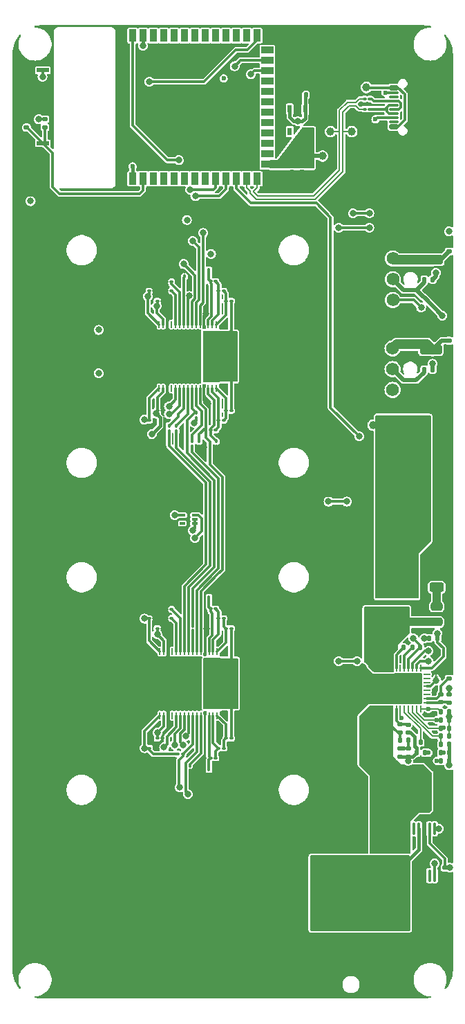
<source format=gbr>
%TF.GenerationSoftware,KiCad,Pcbnew,8.0.4*%
%TF.CreationDate,2024-10-26T18:49:35+02:00*%
%TF.ProjectId,BitForgeNano,42697446-6f72-4676-954e-616e6f2e6b69,rev?*%
%TF.SameCoordinates,Original*%
%TF.FileFunction,Copper,L1,Top*%
%TF.FilePolarity,Positive*%
%FSLAX46Y46*%
G04 Gerber Fmt 4.6, Leading zero omitted, Abs format (unit mm)*
G04 Created by KiCad (PCBNEW 8.0.4) date 2024-10-26 18:49:35*
%MOMM*%
%LPD*%
G01*
G04 APERTURE LIST*
G04 Aperture macros list*
%AMRoundRect*
0 Rectangle with rounded corners*
0 $1 Rounding radius*
0 $2 $3 $4 $5 $6 $7 $8 $9 X,Y pos of 4 corners*
0 Add a 4 corners polygon primitive as box body*
4,1,4,$2,$3,$4,$5,$6,$7,$8,$9,$2,$3,0*
0 Add four circle primitives for the rounded corners*
1,1,$1+$1,$2,$3*
1,1,$1+$1,$4,$5*
1,1,$1+$1,$6,$7*
1,1,$1+$1,$8,$9*
0 Add four rect primitives between the rounded corners*
20,1,$1+$1,$2,$3,$4,$5,0*
20,1,$1+$1,$4,$5,$6,$7,0*
20,1,$1+$1,$6,$7,$8,$9,0*
20,1,$1+$1,$8,$9,$2,$3,0*%
G04 Aperture macros list end*
%TA.AperFunction,EtchedComponent*%
%ADD10C,0.000100*%
%TD*%
%TA.AperFunction,SMDPad,CuDef*%
%ADD11RoundRect,0.140000X0.170000X-0.140000X0.170000X0.140000X-0.170000X0.140000X-0.170000X-0.140000X0*%
%TD*%
%TA.AperFunction,SMDPad,CuDef*%
%ADD12RoundRect,0.100000X0.100000X-0.637500X0.100000X0.637500X-0.100000X0.637500X-0.100000X-0.637500X0*%
%TD*%
%TA.AperFunction,SMDPad,CuDef*%
%ADD13RoundRect,0.140000X-0.140000X-0.170000X0.140000X-0.170000X0.140000X0.170000X-0.140000X0.170000X0*%
%TD*%
%TA.AperFunction,SMDPad,CuDef*%
%ADD14RoundRect,0.100000X0.100000X-0.130000X0.100000X0.130000X-0.100000X0.130000X-0.100000X-0.130000X0*%
%TD*%
%TA.AperFunction,SMDPad,CuDef*%
%ADD15RoundRect,0.100000X0.130000X0.100000X-0.130000X0.100000X-0.130000X-0.100000X0.130000X-0.100000X0*%
%TD*%
%TA.AperFunction,SMDPad,CuDef*%
%ADD16RoundRect,0.100000X-0.130000X-0.100000X0.130000X-0.100000X0.130000X0.100000X-0.130000X0.100000X0*%
%TD*%
%TA.AperFunction,SMDPad,CuDef*%
%ADD17RoundRect,0.135000X0.135000X0.185000X-0.135000X0.185000X-0.135000X-0.185000X0.135000X-0.185000X0*%
%TD*%
%TA.AperFunction,SMDPad,CuDef*%
%ADD18RoundRect,0.150000X0.425000X-0.150000X0.425000X0.150000X-0.425000X0.150000X-0.425000X-0.150000X0*%
%TD*%
%TA.AperFunction,SMDPad,CuDef*%
%ADD19RoundRect,0.075000X0.500000X-0.075000X0.500000X0.075000X-0.500000X0.075000X-0.500000X-0.075000X0*%
%TD*%
%TA.AperFunction,ComponentPad*%
%ADD20O,2.100000X1.000000*%
%TD*%
%TA.AperFunction,ComponentPad*%
%ADD21O,1.800000X1.000000*%
%TD*%
%TA.AperFunction,SMDPad,CuDef*%
%ADD22RoundRect,0.135000X0.185000X-0.135000X0.185000X0.135000X-0.185000X0.135000X-0.185000X-0.135000X0*%
%TD*%
%TA.AperFunction,SMDPad,CuDef*%
%ADD23RoundRect,0.250000X0.250000X0.475000X-0.250000X0.475000X-0.250000X-0.475000X0.250000X-0.475000X0*%
%TD*%
%TA.AperFunction,ComponentPad*%
%ADD24R,4.000000X2.000000*%
%TD*%
%TA.AperFunction,ComponentPad*%
%ADD25O,2.000000X3.500000*%
%TD*%
%TA.AperFunction,ComponentPad*%
%ADD26O,3.300000X2.000000*%
%TD*%
%TA.AperFunction,ComponentPad*%
%ADD27C,1.574800*%
%TD*%
%TA.AperFunction,SMDPad,CuDef*%
%ADD28RoundRect,0.250000X-0.325000X-0.650000X0.325000X-0.650000X0.325000X0.650000X-0.325000X0.650000X0*%
%TD*%
%TA.AperFunction,SMDPad,CuDef*%
%ADD29RoundRect,0.135000X-0.185000X0.135000X-0.185000X-0.135000X0.185000X-0.135000X0.185000X0.135000X0*%
%TD*%
%TA.AperFunction,SMDPad,CuDef*%
%ADD30RoundRect,0.135000X-0.135000X-0.185000X0.135000X-0.185000X0.135000X0.185000X-0.135000X0.185000X0*%
%TD*%
%TA.AperFunction,SMDPad,CuDef*%
%ADD31R,1.524000X0.508000*%
%TD*%
%TA.AperFunction,SMDPad,CuDef*%
%ADD32RoundRect,0.085000X-0.265000X-0.085000X0.265000X-0.085000X0.265000X0.085000X-0.265000X0.085000X0*%
%TD*%
%TA.AperFunction,SMDPad,CuDef*%
%ADD33RoundRect,0.062500X-0.062500X0.337500X-0.062500X-0.337500X0.062500X-0.337500X0.062500X0.337500X0*%
%TD*%
%TA.AperFunction,SMDPad,CuDef*%
%ADD34RoundRect,0.062500X-0.337500X0.062500X-0.337500X-0.062500X0.337500X-0.062500X0.337500X0.062500X0*%
%TD*%
%TA.AperFunction,ComponentPad*%
%ADD35C,0.400000*%
%TD*%
%TA.AperFunction,SMDPad,CuDef*%
%ADD36R,5.300000X3.300000*%
%TD*%
%TA.AperFunction,SMDPad,CuDef*%
%ADD37C,1.000000*%
%TD*%
%TA.AperFunction,SMDPad,CuDef*%
%ADD38RoundRect,0.140000X-0.170000X0.140000X-0.170000X-0.140000X0.170000X-0.140000X0.170000X0.140000X0*%
%TD*%
%TA.AperFunction,SMDPad,CuDef*%
%ADD39R,0.558800X0.952500*%
%TD*%
%TA.AperFunction,SMDPad,CuDef*%
%ADD40RoundRect,0.250000X-0.250000X-0.475000X0.250000X-0.475000X0.250000X0.475000X-0.250000X0.475000X0*%
%TD*%
%TA.AperFunction,SMDPad,CuDef*%
%ADD41RoundRect,0.250000X-0.475000X0.250000X-0.475000X-0.250000X0.475000X-0.250000X0.475000X0.250000X0*%
%TD*%
%TA.AperFunction,SMDPad,CuDef*%
%ADD42RoundRect,0.250000X0.325000X1.100000X-0.325000X1.100000X-0.325000X-1.100000X0.325000X-1.100000X0*%
%TD*%
%TA.AperFunction,SMDPad,CuDef*%
%ADD43R,0.900000X1.500000*%
%TD*%
%TA.AperFunction,SMDPad,CuDef*%
%ADD44R,1.500000X0.900000*%
%TD*%
%TA.AperFunction,SMDPad,CuDef*%
%ADD45R,0.900000X0.900000*%
%TD*%
%TA.AperFunction,SMDPad,CuDef*%
%ADD46R,0.250000X0.250000*%
%TD*%
%TA.AperFunction,SMDPad,CuDef*%
%ADD47C,1.500000*%
%TD*%
%TA.AperFunction,SMDPad,CuDef*%
%ADD48R,3.050000X2.000000*%
%TD*%
%TA.AperFunction,SMDPad,CuDef*%
%ADD49RoundRect,0.250000X0.325000X0.650000X-0.325000X0.650000X-0.325000X-0.650000X0.325000X-0.650000X0*%
%TD*%
%TA.AperFunction,SMDPad,CuDef*%
%ADD50RoundRect,0.250000X-1.100000X0.325000X-1.100000X-0.325000X1.100000X-0.325000X1.100000X0.325000X0*%
%TD*%
%TA.AperFunction,SMDPad,CuDef*%
%ADD51RoundRect,0.055250X-0.055250X0.340750X-0.055250X-0.340750X0.055250X-0.340750X0.055250X0.340750X0*%
%TD*%
%TA.AperFunction,SMDPad,CuDef*%
%ADD52R,2.000000X6.330000*%
%TD*%
%TA.AperFunction,SMDPad,CuDef*%
%ADD53R,5.300000X6.330000*%
%TD*%
%TA.AperFunction,SMDPad,CuDef*%
%ADD54RoundRect,0.250000X-0.625000X0.312500X-0.625000X-0.312500X0.625000X-0.312500X0.625000X0.312500X0*%
%TD*%
%TA.AperFunction,SMDPad,CuDef*%
%ADD55RoundRect,0.140000X0.140000X0.170000X-0.140000X0.170000X-0.140000X-0.170000X0.140000X-0.170000X0*%
%TD*%
%TA.AperFunction,ViaPad*%
%ADD56C,0.800000*%
%TD*%
%TA.AperFunction,ViaPad*%
%ADD57C,0.600000*%
%TD*%
%TA.AperFunction,Conductor*%
%ADD58C,0.300000*%
%TD*%
%TA.AperFunction,Conductor*%
%ADD59C,0.500000*%
%TD*%
%TA.AperFunction,Conductor*%
%ADD60C,1.200000*%
%TD*%
%TA.AperFunction,Conductor*%
%ADD61C,0.750000*%
%TD*%
%TA.AperFunction,Conductor*%
%ADD62C,0.400000*%
%TD*%
%TA.AperFunction,Conductor*%
%ADD63C,0.200000*%
%TD*%
%TA.AperFunction,Conductor*%
%ADD64C,1.000000*%
%TD*%
%TA.AperFunction,Conductor*%
%ADD65C,0.350000*%
%TD*%
G04 APERTURE END LIST*
%TO.C,T1*%
D10*
X97325000Y-126170500D02*
X97575000Y-126170500D01*
X97575000Y-126100500D01*
X97325000Y-126100500D01*
X97325000Y-126170500D01*
%TA.AperFunction,EtchedComponent*%
G36*
X97325000Y-126170500D02*
G01*
X97575000Y-126170500D01*
X97575000Y-126100500D01*
X97325000Y-126100500D01*
X97325000Y-126170500D01*
G37*
%TD.AperFunction*%
%TD*%
D11*
%TO.P,C48,1*%
%TO.N,3V3*%
X81000000Y-63500000D03*
%TO.P,C48,2*%
%TO.N,GND*%
X81000000Y-64460000D03*
%TD*%
D12*
%TO.P,U4,1,IN+*%
%TO.N,+5V*%
X92725000Y-150482500D03*
%TO.P,U4,2,IN+*%
X93375000Y-150482500D03*
%TO.P,U4,3,IN+*%
X94025000Y-150482500D03*
%TO.P,U4,4,A1*%
%TO.N,GND*%
X94675000Y-150482500D03*
%TO.P,U4,5,A0*%
X95325000Y-150482500D03*
%TO.P,U4,6,GND*%
X95975000Y-150482500D03*
%TO.P,U4,7,ALERT*%
%TO.N,/Power/INA_ALERT*%
X96625000Y-150482500D03*
%TO.P,U4,8,SDA*%
%TO.N,/SDA*%
X97275000Y-150482500D03*
%TO.P,U4,9,SCL*%
%TO.N,/SCL*%
X97275000Y-144757500D03*
%TO.P,U4,10,VS*%
%TO.N,3V3*%
X96625000Y-144757500D03*
%TO.P,U4,11,GND*%
%TO.N,GND*%
X95975000Y-144757500D03*
%TO.P,U4,12,VBUS*%
%TO.N,+5V*%
X95325000Y-144757500D03*
%TO.P,U4,13,NC*%
%TO.N,unconnected-(U4-NC-Pad13)*%
X94675000Y-144757500D03*
%TO.P,U4,14,IN-*%
%TO.N,/5V*%
X94025000Y-144757500D03*
%TO.P,U4,15,IN-*%
X93375000Y-144757500D03*
%TO.P,U4,16,IN-*%
X92725000Y-144757500D03*
%TD*%
D13*
%TO.P,C6,1*%
%TO.N,/5V*%
X96520000Y-141250000D03*
%TO.P,C6,2*%
%TO.N,GND*%
X97480000Y-141250000D03*
%TD*%
%TO.P,C7,1*%
%TO.N,/5V*%
X96520000Y-140250000D03*
%TO.P,C7,2*%
%TO.N,GND*%
X97480000Y-140250000D03*
%TD*%
D14*
%TO.P,R23,1*%
%TO.N,GND*%
X66600000Y-76592500D03*
%TO.P,R23,2*%
%TO.N,/Domain/I_BI*%
X66600000Y-77232500D03*
%TD*%
D15*
%TO.P,R38,1*%
%TO.N,/ESP32/USB_D+*%
X88680000Y-55500000D03*
%TO.P,R38,2*%
%TO.N,Net-(J5-D+-PadA6)*%
X89320000Y-55500000D03*
%TD*%
D16*
%TO.P,C36,1*%
%TO.N,VDD*%
X72320000Y-133700000D03*
%TO.P,C36,2*%
%TO.N,Net-(U3-VDD3_1)*%
X71680000Y-133700000D03*
%TD*%
D17*
%TO.P,R3,1*%
%TO.N,Net-(U12-BP1V5)*%
X99050000Y-131450000D03*
%TO.P,R3,2*%
%TO.N,Net-(U12-ADRSEL)*%
X98030000Y-131450000D03*
%TD*%
D18*
%TO.P,J5,A1,GND*%
%TO.N,GND*%
X92255000Y-59725000D03*
%TO.P,J5,A4,VBUS*%
%TO.N,Net-(J5-VBUS-PadA4)*%
X92255000Y-58925000D03*
D19*
%TO.P,J5,A5,CC1*%
%TO.N,Net-(J5-CC1)*%
X92255000Y-57775000D03*
%TO.P,J5,A6,D+*%
%TO.N,Net-(J5-D+-PadA6)*%
X92255000Y-56775000D03*
%TO.P,J5,A7,D-*%
%TO.N,Net-(J5-D--PadA7)*%
X92255000Y-56275000D03*
%TO.P,J5,A8,SBU1*%
%TO.N,unconnected-(J5-SBU1-PadA8)*%
X92255000Y-55275000D03*
D18*
%TO.P,J5,A9,VBUS*%
%TO.N,Net-(J5-VBUS-PadA4)*%
X92255000Y-54125000D03*
%TO.P,J5,A12,GND*%
%TO.N,GND*%
X92255000Y-53325000D03*
%TO.P,J5,B1,GND*%
X92255000Y-53325000D03*
%TO.P,J5,B4,VBUS*%
%TO.N,Net-(J5-VBUS-PadA4)*%
X92255000Y-54125000D03*
D19*
%TO.P,J5,B5,CC2*%
%TO.N,Net-(J5-CC2)*%
X92255000Y-54775000D03*
%TO.P,J5,B6,D+*%
%TO.N,Net-(J5-D+-PadA6)*%
X92255000Y-55775000D03*
%TO.P,J5,B7,D-*%
%TO.N,Net-(J5-D--PadA7)*%
X92255000Y-57275000D03*
%TO.P,J5,B8,SBU2*%
%TO.N,unconnected-(J5-SBU2-PadB8)*%
X92255000Y-58275000D03*
D18*
%TO.P,J5,B9,VBUS*%
%TO.N,Net-(J5-VBUS-PadA4)*%
X92255000Y-58925000D03*
%TO.P,J5,B12,GND*%
%TO.N,GND*%
X92255000Y-59725000D03*
D20*
%TO.P,J5,S1,SHIELD*%
X92830000Y-60845000D03*
D21*
X97010000Y-60845000D03*
D20*
X92830000Y-52205000D03*
D21*
X97010000Y-52205000D03*
%TD*%
D22*
%TO.P,R30,1*%
%TO.N,/5V*%
X93000000Y-133020000D03*
%TO.P,R30,2*%
%TO.N,Net-(U12-AVIN)*%
X93000000Y-132000000D03*
%TD*%
D23*
%TO.P,C77,1*%
%TO.N,VDD*%
X90950000Y-98850000D03*
%TO.P,C77,2*%
%TO.N,GND*%
X89050000Y-98850000D03*
%TD*%
D24*
%TO.P,J1,1*%
%TO.N,+5V*%
X87000000Y-154800000D03*
D25*
%TO.P,J1,2*%
%TO.N,GND*%
X82500000Y-161800000D03*
D26*
X87000000Y-160800000D03*
D25*
X91500000Y-161800000D03*
%TD*%
D14*
%TO.P,C16,1*%
%TO.N,GND*%
X69600000Y-115835000D03*
%TO.P,C16,2*%
%TO.N,Net-(U3-VDD1_0)*%
X69600000Y-116475000D03*
%TD*%
D15*
%TO.P,C18,1*%
%TO.N,Net-(U3-VDD1_0)*%
X69780000Y-117855000D03*
%TO.P,C18,2*%
%TO.N,Net-(U3-VDD2_0)*%
X70420000Y-117855000D03*
%TD*%
D27*
%TO.P,J8,1,Pin_1*%
%TO.N,GND*%
X92100000Y-83460000D03*
%TO.P,J8,2,Pin_2*%
%TO.N,/5V*%
X92100000Y-86000000D03*
%TO.P,J8,3,Pin_3*%
%TO.N,/Fan/FAN2_TACH*%
X92100000Y-88540000D03*
%TO.P,J8,4,Pin_4*%
%TO.N,/Fan/FAN2_PWM*%
X92100000Y-91080000D03*
%TD*%
D17*
%TO.P,R36,1*%
%TO.N,/Power/PGOOD*%
X97610000Y-121450000D03*
%TO.P,R36,2*%
%TO.N,3V3*%
X96590000Y-121450000D03*
%TD*%
D28*
%TO.P,C80,1*%
%TO.N,VDD*%
X95050000Y-108350000D03*
%TO.P,C80,2*%
%TO.N,GND*%
X98000000Y-108350000D03*
%TD*%
D15*
%TO.P,C62,1*%
%TO.N,Net-(U9-VDD2_0)*%
X70780000Y-79012500D03*
%TO.P,C62,2*%
%TO.N,Net-(U9-VDD3_0)*%
X71420000Y-79012500D03*
%TD*%
D16*
%TO.P,C66,1*%
%TO.N,Net-(U9-VDD3_1)*%
X71420000Y-94800000D03*
%TO.P,C66,2*%
%TO.N,Net-(U9-VDD2_1)*%
X70780000Y-94800000D03*
%TD*%
%TO.P,C51,1*%
%TO.N,Net-(U3-VDD2_1)*%
X70420000Y-136100000D03*
%TO.P,C51,2*%
%TO.N,Net-(U3-VDD1_1)*%
X69780000Y-136100000D03*
%TD*%
D14*
%TO.P,C68,1*%
%TO.N,Net-(U9-VDD1_1)*%
X70500000Y-97380000D03*
%TO.P,C68,2*%
%TO.N,GND*%
X70500000Y-98020000D03*
%TD*%
D15*
%TO.P,C63,1*%
%TO.N,Net-(U9-VDD3_0)*%
X71680000Y-80212500D03*
%TO.P,C63,2*%
%TO.N,VDD*%
X72320000Y-80212500D03*
%TD*%
D14*
%TO.P,C54,1*%
%TO.N,GND*%
X69600000Y-75792500D03*
%TO.P,C54,2*%
%TO.N,Net-(U9-VDD1_0)*%
X69600000Y-76432500D03*
%TD*%
D29*
%TO.P,R8,1*%
%TO.N,Net-(U12-EN{slash}UVLO)*%
X94000000Y-134930000D03*
%TO.P,R8,2*%
%TO.N,/Power/AGND*%
X94000000Y-135950000D03*
%TD*%
D30*
%TO.P,R7,1*%
%TO.N,Net-(U12-ADRSEL)*%
X98030000Y-136450000D03*
%TO.P,R7,2*%
%TO.N,/Power/AGND*%
X99050000Y-136450000D03*
%TD*%
D15*
%TO.P,C69,1*%
%TO.N,/Domain/0V8*%
X63260000Y-80212500D03*
%TO.P,C69,2*%
%TO.N,GND*%
X63900000Y-80212500D03*
%TD*%
%TO.P,C27,1*%
%TO.N,/Domain/1V2*%
X62260000Y-119055000D03*
%TO.P,C27,2*%
%TO.N,GND*%
X62900000Y-119055000D03*
%TD*%
D30*
%TO.P,R9,1*%
%TO.N,/5V*%
X92990000Y-133960000D03*
%TO.P,R9,2*%
%TO.N,Net-(U12-EN{slash}UVLO)*%
X94010000Y-133960000D03*
%TD*%
D14*
%TO.P,R11,1*%
%TO.N,Net-(U9-CO)*%
X67500000Y-97380000D03*
%TO.P,R11,2*%
%TO.N,Net-(U3-CI)*%
X67500000Y-98020000D03*
%TD*%
D28*
%TO.P,C79,1*%
%TO.N,VDD*%
X95025000Y-105850000D03*
%TO.P,C79,2*%
%TO.N,GND*%
X97975000Y-105850000D03*
%TD*%
D31*
%TO.P,SW2,1*%
%TO.N,GND*%
X49250000Y-65250000D03*
%TO.P,SW2,2*%
%TO.N,/ESP32/EN*%
X49250000Y-60932000D03*
%TD*%
D32*
%TO.P,U7,1,SCL*%
%TO.N,/SCL*%
X66350000Y-106400000D03*
%TO.P,U7,2,GND*%
%TO.N,GND*%
X66350000Y-106900000D03*
%TO.P,U7,3,ALERT*%
%TO.N,unconnected-(U7-ALERT-Pad3)*%
X66350000Y-107400000D03*
%TO.P,U7,4,A0*%
%TO.N,3V3*%
X67850000Y-107400000D03*
%TO.P,U7,5,V+*%
X67850000Y-106900000D03*
%TO.P,U7,6,SDA*%
%TO.N,/SDA*%
X67850000Y-106400000D03*
%TD*%
D14*
%TO.P,R19,1*%
%TO.N,Net-(U9-BO)*%
X64700000Y-95480000D03*
%TO.P,R19,2*%
%TO.N,Net-(U3-BI)*%
X64700000Y-96120000D03*
%TD*%
D30*
%TO.P,R6,1*%
%TO.N,Net-(U12-MSEL2)*%
X98030000Y-134450000D03*
%TO.P,R6,2*%
%TO.N,/Power/AGND*%
X99050000Y-134450000D03*
%TD*%
D13*
%TO.P,C1,1*%
%TO.N,Net-(U12-DRTN)*%
X94520000Y-122600000D03*
%TO.P,C1,2*%
%TO.N,Net-(U12-BP1V5)*%
X95480000Y-122600000D03*
%TD*%
D16*
%TO.P,R17,1*%
%TO.N,Net-(U3-RI)*%
X66420000Y-135600000D03*
%TO.P,R17,2*%
%TO.N,/Domain/1V2*%
X65780000Y-135600000D03*
%TD*%
%TO.P,C65,1*%
%TO.N,VDD*%
X72320000Y-93600000D03*
%TO.P,C65,2*%
%TO.N,Net-(U9-VDD3_1)*%
X71680000Y-93600000D03*
%TD*%
D14*
%TO.P,C52,1*%
%TO.N,Net-(U3-VDD1_1)*%
X69600000Y-137480000D03*
%TO.P,C52,2*%
%TO.N,GND*%
X69600000Y-138120000D03*
%TD*%
D15*
%TO.P,C44,1*%
%TO.N,/Domain/0V8*%
X63280000Y-133700000D03*
%TO.P,C44,2*%
%TO.N,GND*%
X63920000Y-133700000D03*
%TD*%
D23*
%TO.P,C78,1*%
%TO.N,VDD*%
X90950000Y-101100000D03*
%TO.P,C78,2*%
%TO.N,GND*%
X89050000Y-101100000D03*
%TD*%
D22*
%TO.P,R41,1*%
%TO.N,Net-(U12-GOSNS)*%
X99000000Y-126410000D03*
%TO.P,R41,2*%
%TO.N,GND*%
X99000000Y-125390000D03*
%TD*%
%TO.P,R21,1*%
%TO.N,3V3*%
X49500000Y-57990000D03*
%TO.P,R21,2*%
%TO.N,/ESP32/EN*%
X49500000Y-59010000D03*
%TD*%
D33*
%TO.P,U12,1,PGD*%
%TO.N,/Power/PGOOD*%
X95550000Y-125100000D03*
%TO.P,U12,2,PMB_DATA*%
%TO.N,/SDA*%
X95050000Y-125100000D03*
%TO.P,U12,3,PMB_CLK*%
%TO.N,/SCL*%
X94550000Y-125100000D03*
%TO.P,U12,4,BP1V5*%
%TO.N,Net-(U12-BP1V5)*%
X94050000Y-125100000D03*
%TO.P,U12,5,DRTN*%
%TO.N,Net-(U12-DRTN)*%
X93550000Y-125100000D03*
%TO.P,U12,6,SMB_ALRT*%
%TO.N,/Power/PMB_ALRT*%
X93050000Y-125100000D03*
%TO.P,U12,7,BOOT*%
%TO.N,Net-(U12-BOOT)*%
X92550000Y-125100000D03*
%TO.P,U12,8,SW*%
%TO.N,/Power/SW*%
X92050000Y-125100000D03*
%TO.P,U12,9,SW*%
X91550000Y-125100000D03*
%TO.P,U12,10,SW*%
X91050000Y-125100000D03*
%TO.P,U12,11,SW*%
X90550000Y-125100000D03*
%TO.P,U12,12,SW*%
X90050000Y-125100000D03*
D34*
%TO.P,U12,13,PGND*%
%TO.N,GND*%
X89300000Y-125850000D03*
%TO.P,U12,14,PGND*%
X89300000Y-126350000D03*
%TO.P,U12,15,PGND*%
X89300000Y-126850000D03*
%TO.P,U12,16,PGND*%
X89300000Y-127350000D03*
%TO.P,U12,17,PGND*%
X89300000Y-127850000D03*
%TO.P,U12,18,PGND*%
X89300000Y-128350000D03*
%TO.P,U12,19,PGND*%
X89300000Y-128850000D03*
%TO.P,U12,20,PGND*%
X89300000Y-129350000D03*
D33*
%TO.P,U12,21,PVIN*%
%TO.N,/5V*%
X90050000Y-130100000D03*
%TO.P,U12,22,PVIN*%
X90550000Y-130100000D03*
%TO.P,U12,23,PVIN*%
X91050000Y-130100000D03*
%TO.P,U12,24,PVIN*%
X91550000Y-130100000D03*
%TO.P,U12,25,PVIN*%
X92050000Y-130100000D03*
%TO.P,U12,26,AVIN*%
%TO.N,Net-(U12-AVIN)*%
X92550000Y-130100000D03*
%TO.P,U12,27,EN/UVLO*%
%TO.N,Net-(U12-EN{slash}UVLO)*%
X93050000Y-130100000D03*
%TO.P,U12,28,VDD5*%
%TO.N,Net-(U12-VDD5)*%
X93550000Y-130100000D03*
%TO.P,U12,29,MSEL2*%
%TO.N,Net-(U12-MSEL2)*%
X94050000Y-130100000D03*
%TO.P,U12,30,VSEL*%
%TO.N,Net-(U12-VSEL)*%
X94550000Y-130100000D03*
%TO.P,U12,31,ADRSEL*%
%TO.N,Net-(U12-ADRSEL)*%
X95050000Y-130100000D03*
%TO.P,U12,32,MSEL1*%
%TO.N,Net-(U12-MSEL1)*%
X95550000Y-130100000D03*
D34*
%TO.P,U12,33,VOSNS*%
%TO.N,Net-(U12-VOSNS)*%
X96300000Y-129350000D03*
%TO.P,U12,34,GOSNS*%
%TO.N,Net-(U12-GOSNS)*%
X96300000Y-128850000D03*
%TO.P,U12,35,VSHARE*%
%TO.N,unconnected-(U12-VSHARE-Pad35)*%
X96300000Y-128350000D03*
%TO.P,U12,36,NC*%
%TO.N,unconnected-(U12-NC-Pad36)*%
X96300000Y-127850000D03*
%TO.P,U12,37,AGND*%
%TO.N,/Power/AGND*%
X96300000Y-127350000D03*
%TO.P,U12,38,SYNC*%
%TO.N,unconnected-(U12-SYNC-Pad38)*%
X96300000Y-126850000D03*
%TO.P,U12,39,BCX_CLK*%
%TO.N,unconnected-(U12-BCX_CLK-Pad39)*%
X96300000Y-126350000D03*
%TO.P,U12,40,BCX_DAT*%
%TO.N,unconnected-(U12-BCX_DAT-Pad40)*%
X96300000Y-125850000D03*
D35*
%TO.P,U12,41,PAD*%
%TO.N,GND*%
X94200000Y-126320000D03*
X92800000Y-126320000D03*
X91400000Y-126320000D03*
X95200000Y-127600000D03*
X94200000Y-127600000D03*
X92800000Y-127600000D03*
D36*
X92800000Y-127600000D03*
D35*
X91400000Y-127600000D03*
X90400000Y-127600000D03*
X94200000Y-128880000D03*
X92800000Y-128880000D03*
X91400000Y-128880000D03*
%TD*%
D13*
%TO.P,C10,1*%
%TO.N,Net-(U12-VDD5)*%
X95520000Y-134200000D03*
%TO.P,C10,2*%
%TO.N,GND*%
X96480000Y-134200000D03*
%TD*%
D37*
%TO.P,TP14,1,1*%
%TO.N,/ESP32/USB_D+*%
X84500000Y-59500000D03*
%TD*%
D30*
%TO.P,R10,1*%
%TO.N,Net-(U12-VSEL)*%
X98030000Y-135450000D03*
%TO.P,R10,2*%
%TO.N,/Power/AGND*%
X99050000Y-135450000D03*
%TD*%
D16*
%TO.P,R12,1*%
%TO.N,GND*%
X64380000Y-117905000D03*
%TO.P,R12,2*%
%TO.N,Net-(U3-ROSC_SEL)*%
X65020000Y-117905000D03*
%TD*%
D17*
%TO.P,R2,1*%
%TO.N,Net-(U12-BP1V5)*%
X99050000Y-133450000D03*
%TO.P,R2,2*%
%TO.N,Net-(U12-MSEL2)*%
X98030000Y-133450000D03*
%TD*%
D38*
%TO.P,C8,1*%
%TO.N,Net-(U12-EN{slash}UVLO)*%
X93000000Y-134960000D03*
%TO.P,C8,2*%
%TO.N,/Power/AGND*%
X93000000Y-135920000D03*
%TD*%
D39*
%TO.P,U10,1,VIN*%
%TO.N,/5V*%
X81379600Y-56744100D03*
%TO.P,U10,2,GND*%
%TO.N,GND*%
X80439800Y-56744100D03*
%TO.P,U10,3,EN*%
%TO.N,/5V*%
X79500000Y-56744100D03*
%TO.P,U10,4,NC*%
%TO.N,unconnected-(U10-NC-Pad4)*%
X79500000Y-59500000D03*
%TO.P,U10,5,VOUT*%
%TO.N,3V3*%
X81379600Y-59500000D03*
%TD*%
D11*
%TO.P,C57,1*%
%TO.N,3V3*%
X79750000Y-63500000D03*
%TO.P,C57,2*%
%TO.N,GND*%
X79750000Y-64460000D03*
%TD*%
D37*
%TO.P,TP1,1,1*%
%TO.N,/5V*%
X93750000Y-139500000D03*
%TD*%
D38*
%TO.P,C43,1*%
%TO.N,/5V*%
X99000000Y-74180000D03*
%TO.P,C43,2*%
%TO.N,GND*%
X99000000Y-73220000D03*
%TD*%
D40*
%TO.P,C30,1*%
%TO.N,VDD*%
X95800000Y-101100000D03*
%TO.P,C30,2*%
%TO.N,GND*%
X97700000Y-101100000D03*
%TD*%
D16*
%TO.P,C38,1*%
%TO.N,Net-(U3-VDD3_1)*%
X71420000Y-134900000D03*
%TO.P,C38,2*%
%TO.N,Net-(U3-VDD2_1)*%
X70780000Y-134900000D03*
%TD*%
D17*
%TO.P,R1,1*%
%TO.N,Net-(U12-BP1V5)*%
X99050000Y-130450000D03*
%TO.P,R1,2*%
%TO.N,Net-(U12-MSEL1)*%
X98030000Y-130450000D03*
%TD*%
D14*
%TO.P,R16,1*%
%TO.N,Net-(U3-NRSTI)*%
X68395000Y-97380000D03*
%TO.P,R16,2*%
%TO.N,GND*%
X68395000Y-98020000D03*
%TD*%
D41*
%TO.P,C12,1*%
%TO.N,Net-(C12-Pad1)*%
X97500000Y-117580000D03*
%TO.P,C12,2*%
%TO.N,/Power/SW*%
X97500000Y-119480000D03*
%TD*%
D42*
%TO.P,C4,1*%
%TO.N,/5V*%
X91225000Y-139500000D03*
%TO.P,C4,2*%
%TO.N,GND*%
X88275000Y-139500000D03*
%TD*%
D15*
%TO.P,C26,1*%
%TO.N,Net-(U3-VDD2_0)*%
X70780000Y-119055000D03*
%TO.P,C26,2*%
%TO.N,Net-(U3-VDD3_0)*%
X71420000Y-119055000D03*
%TD*%
D43*
%TO.P,U8,1,GND*%
%TO.N,GND*%
X58990000Y-65265000D03*
%TO.P,U8,2,3V3*%
%TO.N,3V3*%
X60260000Y-65265000D03*
%TO.P,U8,3,EN*%
%TO.N,/ESP32/EN*%
X61530000Y-65265000D03*
%TO.P,U8,4,GPIO4/TOUCH4/ADC1_CH3*%
%TO.N,unconnected-(U8-GPIO4{slash}TOUCH4{slash}ADC1_CH3-Pad4)*%
X62800000Y-65265000D03*
%TO.P,U8,5,GPIO5/TOUCH5/ADC1_CH4*%
%TO.N,unconnected-(U8-GPIO5{slash}TOUCH5{slash}ADC1_CH4-Pad5)*%
X64070000Y-65265000D03*
%TO.P,U8,6,GPIO6/TOUCH6/ADC1_CH5*%
%TO.N,unconnected-(U8-GPIO6{slash}TOUCH6{slash}ADC1_CH5-Pad6)*%
X65340000Y-65265000D03*
%TO.P,U8,7,GPIO7/TOUCH7/ADC1_CH6*%
%TO.N,unconnected-(U8-GPIO7{slash}TOUCH7{slash}ADC1_CH6-Pad7)*%
X66610000Y-65265000D03*
%TO.P,U8,8,GPIO15/U0RTS/ADC2_CH4/XTAL_32K_P*%
%TO.N,unconnected-(U8-GPIO15{slash}U0RTS{slash}ADC2_CH4{slash}XTAL_32K_P-Pad8)*%
X67880000Y-65265000D03*
%TO.P,U8,9,GPIO16/U0CTS/ADC2_CH5/XTAL_32K_NH5*%
%TO.N,/PWR_EN*%
X69150000Y-65265000D03*
%TO.P,U8,10,GPIO17/U1TXD/ADC2_CH6*%
%TO.N,/TX*%
X70420000Y-65265000D03*
%TO.P,U8,11,GPIO18/U1RXD/ADC2_CH7/CLK_OUT3*%
%TO.N,/RX*%
X71690000Y-65265000D03*
%TO.P,U8,12,GPIO8/TOUCH8/ADC1_CH7/SUBSPICS1*%
%TO.N,/Power/PGOOD*%
X72960000Y-65265000D03*
%TO.P,U8,13,GPIO19/U1RTS/ADC2_CH8/CLK_OUT2/USB_D-*%
%TO.N,/ESP32/USB_D-*%
X74230000Y-65265000D03*
%TO.P,U8,14,GPIO20/U1CTS/ADC2_CH9/CLK_OUT1/USB_D+*%
%TO.N,/ESP32/USB_D+*%
X75500000Y-65265000D03*
D44*
%TO.P,U8,15,GPIO3/TOUCH3/ADC1_CH2\u002A*%
%TO.N,3V3*%
X76750000Y-63500000D03*
%TO.P,U8,16,\u002AGPIO46*%
%TO.N,unconnected-(U8-\u002AGPIO46-Pad16)*%
X76750000Y-62230000D03*
%TO.P,U8,17,GPIO9/TOUCH9/ADC1_CH8/FSPIHD/SUBSPIHD*%
%TO.N,unconnected-(U8-GPIO9{slash}TOUCH9{slash}ADC1_CH8{slash}FSPIHD{slash}SUBSPIHD-Pad17)*%
X76750000Y-60960000D03*
%TO.P,U8,18,GPIO10/TOUCH10/ADC1_CH9/FSPICS0/FSPIIO4/SUBSPICS0*%
%TO.N,unconnected-(U8-GPIO10{slash}TOUCH10{slash}ADC1_CH9{slash}FSPICS0{slash}FSPIIO4{slash}SUBSPICS0-Pad18)*%
X76750000Y-59690000D03*
%TO.P,U8,19,GPIO11/TOUCH11/ADC2_CH0/FSPID/FSPIIO5/SUBSPID*%
%TO.N,unconnected-(U8-GPIO11{slash}TOUCH11{slash}ADC2_CH0{slash}FSPID{slash}FSPIIO5{slash}SUBSPID-Pad19)*%
X76750000Y-58420000D03*
%TO.P,U8,20,GPIO12/TOUCH12/ADC2_CH1/FSPICLK/FSPIIO6/SUBSPICLK*%
%TO.N,unconnected-(U8-GPIO12{slash}TOUCH12{slash}ADC2_CH1{slash}FSPICLK{slash}FSPIIO6{slash}SUBSPICLK-Pad20)*%
X76750000Y-57150000D03*
%TO.P,U8,21,GPIO13/TOUCH13/ADC2_CH2/FSPIQ/FSPIIO7/SUBSPIQ*%
%TO.N,unconnected-(U8-GPIO13{slash}TOUCH13{slash}ADC2_CH2{slash}FSPIQ{slash}FSPIIO7{slash}SUBSPIQ-Pad21)*%
X76750000Y-55880000D03*
%TO.P,U8,22,GPIO14/TOUCH14/ADC2_CH3/FSPIWP/FSPIDQS/SUBSPIWP*%
%TO.N,unconnected-(U8-GPIO14{slash}TOUCH14{slash}ADC2_CH3{slash}FSPIWP{slash}FSPIDQS{slash}SUBSPIWP-Pad22)*%
X76750000Y-54610000D03*
%TO.P,U8,23,GPIO21*%
%TO.N,unconnected-(U8-GPIO21-Pad23)*%
X76750000Y-53340000D03*
%TO.P,U8,24,GPIO47/SPICLK_P/SUBSPICLK_P_DIFF*%
%TO.N,/SDA*%
X76750000Y-52070000D03*
%TO.P,U8,25,GPIO48/SPICLK_N/SUBSPICLK_N_DIFF*%
%TO.N,/SCL*%
X76750000Y-50800000D03*
%TO.P,U8,26,\u002AGPIO45*%
%TO.N,unconnected-(U8-\u002AGPIO45-Pad26)*%
X76750000Y-49530000D03*
D43*
%TO.P,U8,27,GPIO0/BOOT\u002A*%
%TO.N,/ESP32/IO0*%
X75500000Y-47765000D03*
%TO.P,U8,28,SPIIO6/GPIO35/FSPID/SUBSPID*%
%TO.N,unconnected-(U8-SPIIO6{slash}GPIO35{slash}FSPID{slash}SUBSPID-Pad28)*%
X74230000Y-47765000D03*
%TO.P,U8,29,SPIIO7/GPIO36/FSPICLK/SUBSPICLK*%
%TO.N,unconnected-(U8-SPIIO7{slash}GPIO36{slash}FSPICLK{slash}SUBSPICLK-Pad29)*%
X72960000Y-47765000D03*
%TO.P,U8,30,SPIDQS/GPIO37/FSPIQ/SUBSPIQ*%
%TO.N,unconnected-(U8-SPIDQS{slash}GPIO37{slash}FSPIQ{slash}SUBSPIQ-Pad30)*%
X71690000Y-47765000D03*
%TO.P,U8,31,GPIO38/FSPIWP/SUBSPIWP*%
%TO.N,unconnected-(U8-GPIO38{slash}FSPIWP{slash}SUBSPIWP-Pad31)*%
X70420000Y-47765000D03*
%TO.P,U8,32,MTCK/GPIO39/CLK_OUT3/SUBSPICS1*%
%TO.N,unconnected-(U8-MTCK{slash}GPIO39{slash}CLK_OUT3{slash}SUBSPICS1-Pad32)*%
X69150000Y-47765000D03*
%TO.P,U8,33,MTDO/GPIO40/CLK_OUT2*%
%TO.N,unconnected-(U8-MTDO{slash}GPIO40{slash}CLK_OUT2-Pad33)*%
X67880000Y-47765000D03*
%TO.P,U8,34,MTDI/GPIO41/CLK_OUT1*%
%TO.N,unconnected-(U8-MTDI{slash}GPIO41{slash}CLK_OUT1-Pad34)*%
X66610000Y-47765000D03*
%TO.P,U8,35,MTMS/GPIO42*%
%TO.N,unconnected-(U8-MTMS{slash}GPIO42-Pad35)*%
X65340000Y-47765000D03*
%TO.P,U8,36,U0RXD/GPIO44/CLK_OUT2*%
%TO.N,unconnected-(U8-U0RXD{slash}GPIO44{slash}CLK_OUT2-Pad36)*%
X64070000Y-47765000D03*
%TO.P,U8,37,U0TXD/GPIO43/CLK_OUT1*%
%TO.N,unconnected-(U8-U0TXD{slash}GPIO43{slash}CLK_OUT1-Pad37)*%
X62800000Y-47765000D03*
%TO.P,U8,38,GPIO2/TOUCH2/ADC1_CH1*%
%TO.N,/ESP32/VDD_SAMPLE_0*%
X61530000Y-47765000D03*
%TO.P,U8,39,GPIO1/TOUCH1/ADC1_CH0*%
%TO.N,/RST*%
X60260000Y-47765000D03*
%TO.P,U8,40,GND*%
%TO.N,GND*%
X58990000Y-47765000D03*
D45*
%TO.P,U8,41,GND*%
X65310000Y-59415000D03*
X66710000Y-59415000D03*
X68110000Y-59415000D03*
X65310000Y-58015000D03*
X66710000Y-58015000D03*
X68110000Y-58015000D03*
X65310000Y-56615000D03*
X66710000Y-56615000D03*
X68110000Y-56615000D03*
%TD*%
D14*
%TO.P,R15,1*%
%TO.N,Net-(U9-RI)*%
X68000000Y-93885025D03*
%TO.P,R15,2*%
%TO.N,/Domain/1V2*%
X68000000Y-94525025D03*
%TD*%
D46*
%TO.P,T1,1*%
%TO.N,/Power/AGND*%
X97450000Y-126290000D03*
%TO.P,T1,2*%
%TO.N,GND*%
X97450000Y-125980000D03*
%TD*%
D17*
%TO.P,R18,1*%
%TO.N,/Fan/FAN1_TACH*%
X95990000Y-77600000D03*
%TO.P,R18,2*%
%TO.N,3V3*%
X97010000Y-77600000D03*
%TD*%
D37*
%TO.P,TP15,1,1*%
%TO.N,Net-(J5-VBUS-PadA4)*%
X88900000Y-54100000D03*
%TD*%
D47*
%TO.P,TP28,1,1*%
%TO.N,GND*%
X96250000Y-158750000D03*
%TD*%
D15*
%TO.P,C70,1*%
%TO.N,/Domain/1V2*%
X62260000Y-79012500D03*
%TO.P,C70,2*%
%TO.N,GND*%
X62900000Y-79012500D03*
%TD*%
D38*
%TO.P,C23,1*%
%TO.N,/5V*%
X99000000Y-85080000D03*
%TO.P,C23,2*%
%TO.N,GND*%
X99000000Y-84120000D03*
%TD*%
D15*
%TO.P,C55,1*%
%TO.N,Net-(U9-VDD1_0)*%
X69780000Y-77812500D03*
%TO.P,C55,2*%
%TO.N,Net-(U9-VDD2_0)*%
X70420000Y-77812500D03*
%TD*%
D17*
%TO.P,R20,1*%
%TO.N,/Fan/FAN2_TACH*%
X95980000Y-88600000D03*
%TO.P,R20,2*%
%TO.N,3V3*%
X97000000Y-88600000D03*
%TD*%
D15*
%TO.P,R33,1*%
%TO.N,GND*%
X64380000Y-78962500D03*
%TO.P,R33,2*%
%TO.N,Net-(U9-LITE_PAD)*%
X65020000Y-78962500D03*
%TD*%
%TO.P,C37,1*%
%TO.N,/Domain/1V2*%
X62280000Y-134900000D03*
%TO.P,C37,2*%
%TO.N,GND*%
X62920000Y-134900000D03*
%TD*%
D17*
%TO.P,R4,1*%
%TO.N,Net-(U12-BP1V5)*%
X99050000Y-132450000D03*
%TO.P,R4,2*%
%TO.N,Net-(U12-VSEL)*%
X98030000Y-132450000D03*
%TD*%
D40*
%TO.P,C20,1*%
%TO.N,VDD*%
X95800000Y-96600000D03*
%TO.P,C20,2*%
%TO.N,GND*%
X97700000Y-96600000D03*
%TD*%
D37*
%TO.P,TP3,1,1*%
%TO.N,VDD*%
X89700000Y-95400000D03*
%TD*%
D16*
%TO.P,C67,1*%
%TO.N,Net-(U9-VDD2_1)*%
X70420000Y-96000000D03*
%TO.P,C67,2*%
%TO.N,Net-(U9-VDD1_1)*%
X69780000Y-96000000D03*
%TD*%
D14*
%TO.P,R34,1*%
%TO.N,Net-(U9-RI)*%
X67600000Y-119935000D03*
%TO.P,R34,2*%
%TO.N,Net-(U3-RO)*%
X67600000Y-120575000D03*
%TD*%
%TO.P,R35,1*%
%TO.N,Net-(U9-CLKO)*%
X65600000Y-95480000D03*
%TO.P,R35,2*%
%TO.N,Net-(U3-CLKI)*%
X65600000Y-96120000D03*
%TD*%
D31*
%TO.P,SW1,1*%
%TO.N,GND*%
X49250000Y-56320500D03*
%TO.P,SW1,2*%
%TO.N,/ESP32/IO0*%
X49250000Y-52002500D03*
%TD*%
D16*
%TO.P,R24,1*%
%TO.N,GND*%
X64380000Y-77862500D03*
%TO.P,R24,2*%
%TO.N,Net-(U9-ROSC_SEL)*%
X65020000Y-77862500D03*
%TD*%
D48*
%TO.P,L1,1,1*%
%TO.N,/Power/SW*%
X91500000Y-120600000D03*
%TO.P,L1,2,2*%
%TO.N,VDD*%
X91500000Y-112250000D03*
%TD*%
D29*
%TO.P,R39,1*%
%TO.N,VDD*%
X99000000Y-128290000D03*
%TO.P,R39,2*%
%TO.N,Net-(U12-VOSNS)*%
X99000000Y-129310000D03*
%TD*%
D15*
%TO.P,C71,1*%
%TO.N,/Domain/1V2*%
X62280000Y-94800000D03*
%TO.P,C71,2*%
%TO.N,GND*%
X62920000Y-94800000D03*
%TD*%
D49*
%TO.P,C73,1*%
%TO.N,VDD*%
X91450000Y-105850000D03*
%TO.P,C73,2*%
%TO.N,GND*%
X88500000Y-105850000D03*
%TD*%
D11*
%TO.P,C13,1*%
%TO.N,Net-(U12-VOSNS)*%
X98000000Y-129280000D03*
%TO.P,C13,2*%
%TO.N,Net-(U12-GOSNS)*%
X98000000Y-128320000D03*
%TD*%
%TO.P,C5,1*%
%TO.N,/Power/AGND*%
X94000000Y-132980000D03*
%TO.P,C5,2*%
%TO.N,Net-(U12-AVIN)*%
X94000000Y-132020000D03*
%TD*%
D30*
%TO.P,R5,1*%
%TO.N,/Power/AGND*%
X95040000Y-135450000D03*
%TO.P,R5,2*%
%TO.N,Net-(U12-MSEL1)*%
X96060000Y-135450000D03*
%TD*%
D42*
%TO.P,C3,1*%
%TO.N,/5V*%
X91225000Y-146000000D03*
%TO.P,C3,2*%
%TO.N,GND*%
X88275000Y-146000000D03*
%TD*%
D50*
%TO.P,C22,1*%
%TO.N,/5V*%
X96800000Y-86175000D03*
%TO.P,C22,2*%
%TO.N,GND*%
X96800000Y-83225000D03*
%TD*%
D49*
%TO.P,C74,1*%
%TO.N,VDD*%
X91450000Y-103350000D03*
%TO.P,C74,2*%
%TO.N,GND*%
X88500000Y-103350000D03*
%TD*%
D27*
%TO.P,J6,1,Pin_1*%
%TO.N,GND*%
X92138851Y-72479400D03*
%TO.P,J6,2,Pin_2*%
%TO.N,/5V*%
X92138851Y-75019400D03*
%TO.P,J6,3,Pin_3*%
%TO.N,/Fan/FAN1_TACH*%
X92138851Y-77559400D03*
%TO.P,J6,4,Pin_4*%
%TO.N,/Fan/FAN1_PWM*%
X92138851Y-80099400D03*
%TD*%
D11*
%TO.P,C14,1*%
%TO.N,3V3*%
X98500000Y-149540000D03*
%TO.P,C14,2*%
%TO.N,GND*%
X98500000Y-150500000D03*
%TD*%
D15*
%TO.P,C28,1*%
%TO.N,Net-(U3-VDD3_0)*%
X71680000Y-120255000D03*
%TO.P,C28,2*%
%TO.N,VDD*%
X72320000Y-120255000D03*
%TD*%
D14*
%TO.P,R40,1*%
%TO.N,/Domain/NRSTO*%
X67250000Y-137030000D03*
%TO.P,R40,2*%
%TO.N,GND*%
X67250000Y-137670000D03*
%TD*%
D40*
%TO.P,C25,1*%
%TO.N,VDD*%
X95800000Y-98850000D03*
%TO.P,C25,2*%
%TO.N,GND*%
X97700000Y-98850000D03*
%TD*%
D50*
%TO.P,C24,1*%
%TO.N,/5V*%
X96900000Y-75175000D03*
%TO.P,C24,2*%
%TO.N,GND*%
X96900000Y-72225000D03*
%TD*%
D37*
%TO.P,TP4,1,1*%
%TO.N,3V3*%
X83500000Y-62500000D03*
%TD*%
D13*
%TO.P,C9,1*%
%TO.N,/5V*%
X96520000Y-142250000D03*
%TO.P,C9,2*%
%TO.N,GND*%
X97480000Y-142250000D03*
%TD*%
D49*
%TO.P,C53,1*%
%TO.N,VDD*%
X91450000Y-108350000D03*
%TO.P,C53,2*%
%TO.N,GND*%
X88500000Y-108350000D03*
%TD*%
D38*
%TO.P,C49,1*%
%TO.N,/ESP32/EN*%
X47250000Y-59000500D03*
%TO.P,C49,2*%
%TO.N,GND*%
X47250000Y-58040500D03*
%TD*%
D13*
%TO.P,C56,1*%
%TO.N,/5V*%
X81480000Y-55000000D03*
%TO.P,C56,2*%
%TO.N,GND*%
X80520000Y-55000000D03*
%TD*%
D40*
%TO.P,C2,1*%
%TO.N,/5V*%
X96050000Y-138750000D03*
%TO.P,C2,2*%
%TO.N,GND*%
X97950000Y-138750000D03*
%TD*%
D15*
%TO.P,C19,1*%
%TO.N,/Domain/0V8*%
X63260000Y-120255000D03*
%TO.P,C19,2*%
%TO.N,GND*%
X63900000Y-120255000D03*
%TD*%
D51*
%TO.P,U3,1,VDD3_0*%
%TO.N,Net-(U3-VDD3_0)*%
X70614000Y-123084000D03*
%TO.P,U3,2,VDD2_0*%
%TO.N,Net-(U3-VDD2_0)*%
X70112000Y-123084000D03*
%TO.P,U3,3,VDD1_0*%
%TO.N,Net-(U3-VDD1_0)*%
X69610000Y-123084000D03*
%TO.P,U3,4,VSS*%
%TO.N,GND*%
X69108000Y-123084000D03*
%TO.P,U3,5,NRSTI*%
%TO.N,Net-(U3-NRSTI)*%
X68606000Y-123084000D03*
%TO.P,U3,6,CI*%
%TO.N,Net-(U3-CI)*%
X68104000Y-123084000D03*
%TO.P,U3,7,RO*%
%TO.N,Net-(U3-RO)*%
X67602000Y-123084000D03*
%TO.P,U3,8,CLKI*%
%TO.N,Net-(U3-CLKI)*%
X67100000Y-123084000D03*
%TO.P,U3,9,BI*%
%TO.N,Net-(U3-BI)*%
X66598000Y-123084000D03*
%TO.P,U3,10,ROSC_SEL*%
%TO.N,Net-(U3-ROSC_SEL)*%
X66096000Y-123084000D03*
%TO.P,U3,11,LITE_PAD*%
%TO.N,Net-(U3-LITE_PAD)*%
X65594000Y-123084000D03*
%TO.P,U3,12,INV_CLKO*%
%TO.N,unconnected-(U3-INV_CLKO-Pad12)*%
X65092000Y-123084000D03*
%TO.P,U3,13,PLL_VSS*%
%TO.N,GND*%
X64590000Y-123084000D03*
%TO.P,U3,14,VDDIO_08_0*%
%TO.N,/Domain/0V8*%
X64088000Y-123084000D03*
%TO.P,U3,15,VDDIO_12_0*%
%TO.N,/Domain/1V2*%
X63586000Y-123084000D03*
%TO.P,U3,16,VDDIO_12_1*%
X63586000Y-130916000D03*
%TO.P,U3,17,VDDIO_08_1*%
%TO.N,/Domain/0V8*%
X64088000Y-130916000D03*
%TO.P,U3,18,VSS*%
%TO.N,GND*%
X64590000Y-130916000D03*
%TO.P,U3,19,PIN_MODE*%
%TO.N,unconnected-(U3-PIN_MODE-Pad19)*%
X65092000Y-130916000D03*
%TO.P,U3,20,TEMP_P*%
%TO.N,Net-(U3-TEMP_P)*%
X65594000Y-130916000D03*
%TO.P,U3,21,TEMP_N*%
%TO.N,Net-(U3-TEMP_N)*%
X66096000Y-130916000D03*
%TO.P,U3,22,BO*%
%TO.N,Net-(U3-BO)*%
X66598000Y-130916000D03*
%TO.P,U3,23,CLKO*%
%TO.N,Net-(U3-CLKO)*%
X67100000Y-130916000D03*
%TO.P,U3,24,RI*%
%TO.N,Net-(U3-RI)*%
X67602000Y-130916000D03*
%TO.P,U3,25,CO*%
%TO.N,Net-(U3-CO)*%
X68104000Y-130916000D03*
%TO.P,U3,26,NRSTO*%
%TO.N,/Domain/NRSTO*%
X68606000Y-130916000D03*
%TO.P,U3,27,VSS*%
%TO.N,GND*%
X69108000Y-130916000D03*
%TO.P,U3,28,VDD1_1*%
%TO.N,Net-(U3-VDD1_1)*%
X69610000Y-130916000D03*
%TO.P,U3,29,VDD2_1*%
%TO.N,Net-(U3-VDD2_1)*%
X70112000Y-130916000D03*
%TO.P,U3,30,VDD3_1*%
%TO.N,Net-(U3-VDD3_1)*%
X70614000Y-130916000D03*
D52*
%TO.P,U3,31,VDD*%
%TO.N,VDD*%
X69970000Y-127000000D03*
D53*
%TO.P,U3,32,VSS*%
%TO.N,GND*%
X65860000Y-127000000D03*
%TD*%
D15*
%TO.P,R13,1*%
%TO.N,GND*%
X64380000Y-119005000D03*
%TO.P,R13,2*%
%TO.N,Net-(U3-LITE_PAD)*%
X65020000Y-119005000D03*
%TD*%
D42*
%TO.P,C76,1*%
%TO.N,/5V*%
X91225000Y-142750000D03*
%TO.P,C76,2*%
%TO.N,GND*%
X88275000Y-142750000D03*
%TD*%
D51*
%TO.P,U9,1,VDD3_0*%
%TO.N,Net-(U9-VDD3_0)*%
X70514000Y-83084000D03*
%TO.P,U9,2,VDD2_0*%
%TO.N,Net-(U9-VDD2_0)*%
X70012000Y-83084000D03*
%TO.P,U9,3,VDD1_0*%
%TO.N,Net-(U9-VDD1_0)*%
X69510000Y-83084000D03*
%TO.P,U9,4,VSS*%
%TO.N,GND*%
X69008000Y-83084000D03*
%TO.P,U9,5,NRSTI*%
%TO.N,/Domain/I_NRSTI*%
X68506000Y-83084000D03*
%TO.P,U9,6,CI*%
%TO.N,/Domain/I_CI*%
X68004000Y-83084000D03*
%TO.P,U9,7,RO*%
%TO.N,/Domain/I_RO*%
X67502000Y-83084000D03*
%TO.P,U9,8,CLKI*%
%TO.N,/Domain/CLKI*%
X67000000Y-83084000D03*
%TO.P,U9,9,BI*%
%TO.N,/Domain/I_BI*%
X66498000Y-83084000D03*
%TO.P,U9,10,ROSC_SEL*%
%TO.N,Net-(U9-ROSC_SEL)*%
X65996000Y-83084000D03*
%TO.P,U9,11,LITE_PAD*%
%TO.N,Net-(U9-LITE_PAD)*%
X65494000Y-83084000D03*
%TO.P,U9,12,INV_CLKO*%
%TO.N,unconnected-(U9-INV_CLKO-Pad12)*%
X64992000Y-83084000D03*
%TO.P,U9,13,PLL_VSS*%
%TO.N,GND*%
X64490000Y-83084000D03*
%TO.P,U9,14,VDDIO_08_0*%
%TO.N,/Domain/0V8*%
X63988000Y-83084000D03*
%TO.P,U9,15,VDDIO_12_0*%
%TO.N,/Domain/1V2*%
X63486000Y-83084000D03*
%TO.P,U9,16,VDDIO_12_1*%
X63486000Y-90916000D03*
%TO.P,U9,17,VDDIO_08_1*%
%TO.N,/Domain/0V8*%
X63988000Y-90916000D03*
%TO.P,U9,18,VSS*%
%TO.N,GND*%
X64490000Y-90916000D03*
%TO.P,U9,19,PIN_MODE*%
%TO.N,unconnected-(U9-PIN_MODE-Pad19)*%
X64992000Y-90916000D03*
%TO.P,U9,20,TEMP_P*%
%TO.N,Net-(U9-TEMP_P)*%
X65494000Y-90916000D03*
%TO.P,U9,21,TEMP_N*%
%TO.N,Net-(U9-TEMP_N)*%
X65996000Y-90916000D03*
%TO.P,U9,22,BO*%
%TO.N,Net-(U9-BO)*%
X66498000Y-90916000D03*
%TO.P,U9,23,CLKO*%
%TO.N,Net-(U9-CLKO)*%
X67000000Y-90916000D03*
%TO.P,U9,24,RI*%
%TO.N,Net-(U9-RI)*%
X67502000Y-90916000D03*
%TO.P,U9,25,CO*%
%TO.N,Net-(U9-CO)*%
X68004000Y-90916000D03*
%TO.P,U9,26,NRSTO*%
%TO.N,Net-(U3-NRSTI)*%
X68506000Y-90916000D03*
%TO.P,U9,27,VSS*%
%TO.N,GND*%
X69008000Y-90916000D03*
%TO.P,U9,28,VDD1_1*%
%TO.N,Net-(U9-VDD1_1)*%
X69510000Y-90916000D03*
%TO.P,U9,29,VDD2_1*%
%TO.N,Net-(U9-VDD2_1)*%
X70012000Y-90916000D03*
%TO.P,U9,30,VDD3_1*%
%TO.N,Net-(U9-VDD3_1)*%
X70514000Y-90916000D03*
D52*
%TO.P,U9,31,VDD*%
%TO.N,VDD*%
X69870000Y-87000000D03*
D53*
%TO.P,U9,32,VSS*%
%TO.N,GND*%
X65760000Y-87000000D03*
%TD*%
D28*
%TO.P,C75,1*%
%TO.N,VDD*%
X95050000Y-103350000D03*
%TO.P,C75,2*%
%TO.N,GND*%
X98000000Y-103350000D03*
%TD*%
D15*
%TO.P,C72,1*%
%TO.N,/Domain/0V8*%
X63280000Y-93600000D03*
%TO.P,C72,2*%
%TO.N,GND*%
X63920000Y-93600000D03*
%TD*%
%TO.P,R37,1*%
%TO.N,/ESP32/USB_D-*%
X88680000Y-56750000D03*
%TO.P,R37,2*%
%TO.N,Net-(J5-D--PadA7)*%
X89320000Y-56750000D03*
%TD*%
D54*
%TO.P,R32,1*%
%TO.N,GND*%
X97500000Y-112317500D03*
%TO.P,R32,2*%
%TO.N,Net-(C12-Pad1)*%
X97500000Y-115242500D03*
%TD*%
D37*
%TO.P,TP13,1,1*%
%TO.N,/ESP32/USB_D-*%
X87100000Y-59500000D03*
%TD*%
D55*
%TO.P,C11,1*%
%TO.N,Net-(U12-BOOT)*%
X93480000Y-122600000D03*
%TO.P,C11,2*%
%TO.N,/Power/SW*%
X92520000Y-122600000D03*
%TD*%
D56*
%TO.N,GND*%
X87250000Y-130250000D03*
X88500000Y-129250000D03*
X88500000Y-125000000D03*
X88500000Y-128000000D03*
X88500000Y-126500000D03*
X87250000Y-128750000D03*
X87250000Y-127250000D03*
X87250000Y-125750000D03*
X64500000Y-120300000D03*
X64600000Y-58700000D03*
X66000000Y-60100000D03*
X63100000Y-124500000D03*
X65100000Y-84400000D03*
X67100000Y-125700000D03*
X57400000Y-89850000D03*
X65100000Y-89500000D03*
X67100000Y-88300000D03*
X65100000Y-127000000D03*
X65100000Y-129500000D03*
X69306000Y-120300000D03*
X65100000Y-128300000D03*
X64100000Y-127000000D03*
X64100000Y-88300000D03*
X63100000Y-125700000D03*
X71400000Y-97987500D03*
X67100000Y-124500000D03*
X66100000Y-88300000D03*
X67400000Y-55900000D03*
X65100000Y-124500000D03*
X97916431Y-125529246D03*
X66100000Y-87000000D03*
X59400000Y-60500000D03*
X65100000Y-125700000D03*
X67100000Y-89500000D03*
X68100000Y-87000000D03*
X68800000Y-60100000D03*
X94800000Y-87325000D03*
X65100000Y-85700000D03*
X63500000Y-118305000D03*
X59000000Y-64200000D03*
X67100000Y-128300000D03*
X59000000Y-49100000D03*
X90000000Y-60000000D03*
X64600000Y-57300000D03*
X71500000Y-68600000D03*
X67100000Y-85700000D03*
X57400000Y-84620000D03*
X46000000Y-67750000D03*
X66100000Y-89500000D03*
X97900000Y-73400000D03*
X64600000Y-55900000D03*
X63100000Y-85700000D03*
X68100000Y-128300000D03*
X64100000Y-89500000D03*
X63500000Y-76000000D03*
X66000000Y-58700000D03*
X65400000Y-75700000D03*
X68800000Y-58700000D03*
X68250000Y-136850000D03*
X64600000Y-81800000D03*
X81000000Y-65750000D03*
X64100000Y-124500000D03*
X66100000Y-129500000D03*
X70500000Y-138100000D03*
X64500000Y-92100000D03*
X68945000Y-98080000D03*
X63100000Y-88300000D03*
X70300000Y-75750000D03*
X63100000Y-129500000D03*
X68100000Y-125700000D03*
X54800000Y-82300000D03*
X69500000Y-92800000D03*
X64600000Y-60100000D03*
X63100000Y-89500000D03*
X63100000Y-128300000D03*
X66100000Y-128300000D03*
X54750000Y-87550000D03*
X69206000Y-81800000D03*
X64100000Y-84400000D03*
X81400000Y-53900000D03*
X65100000Y-87000000D03*
X67400000Y-58700000D03*
X66000000Y-57300000D03*
X66100000Y-84400000D03*
X68800000Y-57300000D03*
X66100000Y-127000000D03*
X61200000Y-50900000D03*
X64100000Y-85700000D03*
X63100000Y-84400000D03*
X68100000Y-85700000D03*
X66100000Y-125700000D03*
X63100000Y-127000000D03*
X66000000Y-55900000D03*
X67400000Y-60100000D03*
X70500000Y-115855000D03*
X65375000Y-67300000D03*
X64100000Y-129500000D03*
X64100000Y-87000000D03*
X66400000Y-108300000D03*
X67100000Y-84400000D03*
X68100000Y-127000000D03*
X66100000Y-124500000D03*
X67400000Y-57300000D03*
X65100000Y-88300000D03*
X90000000Y-53200000D03*
X64100000Y-125700000D03*
X66100000Y-85700000D03*
X68100000Y-88300000D03*
X67100000Y-129500000D03*
X97100000Y-69900000D03*
X63100000Y-87000000D03*
X64100000Y-128300000D03*
%TO.N,/5V*%
X89000000Y-134700000D03*
X80500000Y-58250000D03*
X56075000Y-83750000D03*
X89000000Y-136200000D03*
X89000000Y-131700000D03*
X56075000Y-89050000D03*
X89000000Y-133150000D03*
%TO.N,VDD*%
X92500000Y-110000000D03*
X72600000Y-84500000D03*
X91000000Y-110000000D03*
X70600000Y-128300000D03*
X96000000Y-104000000D03*
X95500000Y-110000000D03*
X90500000Y-105500000D03*
X90500000Y-108500000D03*
X91000000Y-96500000D03*
X71600000Y-128300000D03*
X69600000Y-128300000D03*
X71600000Y-85680000D03*
X92500000Y-116000000D03*
X94000000Y-110000000D03*
X94000000Y-108500000D03*
X71600000Y-87000000D03*
X70600000Y-124500000D03*
X70600000Y-89500000D03*
X69600000Y-127000000D03*
X90500000Y-107000000D03*
X94000000Y-104000000D03*
X69600000Y-85680000D03*
X96000000Y-102500000D03*
X72600000Y-128300000D03*
X72600000Y-87000000D03*
X94000000Y-99500000D03*
X70600000Y-88300000D03*
X94000000Y-113000000D03*
X92500000Y-108500000D03*
X70600000Y-84400000D03*
X92500000Y-102500000D03*
X70600000Y-85680000D03*
X92500000Y-95000000D03*
X72600000Y-88300000D03*
X72600000Y-85700000D03*
X94000000Y-96500000D03*
X92500000Y-104000000D03*
X96000000Y-107000000D03*
X71600000Y-124500000D03*
X92500000Y-105500000D03*
X92500000Y-114500000D03*
X94000000Y-116000000D03*
X70600000Y-127000000D03*
X72600000Y-89500000D03*
X91000000Y-114500000D03*
X92500000Y-99500000D03*
X91000000Y-95000000D03*
X71600000Y-89500000D03*
X91000000Y-116000000D03*
X94000000Y-95000000D03*
X94000000Y-105500000D03*
X94000000Y-107000000D03*
X72600000Y-129500000D03*
X94000000Y-111500000D03*
X69600000Y-88300000D03*
X70600000Y-129500000D03*
X94000000Y-98000000D03*
X71600000Y-127000000D03*
X72600000Y-125700000D03*
X92500000Y-107000000D03*
X90500000Y-102500000D03*
X92500000Y-101000000D03*
X94000000Y-101000000D03*
X72600000Y-124500000D03*
X71600000Y-125700000D03*
X69600000Y-125700000D03*
X69600000Y-87000000D03*
X96000000Y-105500000D03*
X71600000Y-129500000D03*
X94000000Y-114500000D03*
X92500000Y-98000000D03*
X70600000Y-87000000D03*
X94000000Y-102500000D03*
X96000000Y-108500000D03*
X92500000Y-96500000D03*
X72600000Y-127000000D03*
X99000000Y-127600000D03*
X71600000Y-84400000D03*
X90500000Y-104000000D03*
X95500000Y-95000000D03*
X71600000Y-88300000D03*
X70600000Y-125700000D03*
%TO.N,/Domain/0V8*%
X63280000Y-133000000D03*
X62600000Y-96487500D03*
X63260000Y-120955000D03*
X63100000Y-93987500D03*
X63200000Y-80800000D03*
D57*
%TO.N,Net-(J5-CC1)*%
X90000000Y-58000000D03*
%TO.N,Net-(J5-CC2)*%
X91250000Y-54750000D03*
D56*
%TO.N,/ESP32/IO0*%
X49200000Y-52800000D03*
X62300000Y-53400000D03*
%TO.N,/Domain/1V2*%
X61700000Y-134900000D03*
X62100000Y-79650000D03*
X61670000Y-94737500D03*
X67797488Y-95102512D03*
X61700000Y-119055000D03*
%TO.N,/Power/AGND*%
X99050000Y-137000000D03*
X97457193Y-126607193D03*
X94000000Y-136450000D03*
%TO.N,Net-(U3-RI)*%
X66000000Y-139700000D03*
%TO.N,Net-(U12-BP1V5)*%
X94650000Y-121450000D03*
X99050000Y-131000000D03*
D57*
%TO.N,Net-(U12-EN{slash}UVLO)*%
X93150000Y-131200000D03*
X93450000Y-134900000D03*
D56*
%TO.N,/Domain/I_RO*%
X66500000Y-75700000D03*
%TO.N,/Domain/CLKI*%
X67198000Y-79600000D03*
%TO.N,/TX*%
X67300000Y-66600000D03*
%TO.N,/RX*%
X67917500Y-67400000D03*
%TO.N,/RST*%
X65900000Y-63000000D03*
%TO.N,/Domain/I_CI*%
X67600000Y-72850000D03*
%TO.N,/Domain/I_NRSTI*%
X68900000Y-71900000D03*
D57*
%TO.N,Net-(U12-MSEL1)*%
X96500000Y-135450000D03*
X96500000Y-130100000D03*
D56*
%TO.N,/ESP32/VDD_SAMPLE_0*%
X61500000Y-49000000D03*
%TO.N,/Fan/FAN1_TACH*%
X98200000Y-82000000D03*
%TO.N,/Fan/FAN1_PWM*%
X95600000Y-81000000D03*
D57*
%TO.N,Net-(U12-ADRSEL)*%
X97540000Y-136450000D03*
X97540000Y-131450000D03*
%TO.N,Net-(U12-VSEL)*%
X98330000Y-132432407D03*
X98330000Y-135450000D03*
D56*
%TO.N,/SCL*%
X84250000Y-104750000D03*
X87250000Y-69500000D03*
X96500000Y-123000000D03*
X89250000Y-69500000D03*
X65400000Y-106400000D03*
X86500000Y-104750000D03*
X97750000Y-144750000D03*
X72750000Y-51500000D03*
%TO.N,/SDA*%
X85500000Y-124250000D03*
X85500000Y-71250000D03*
X67875000Y-109212500D03*
X74750000Y-52500000D03*
X89250000Y-71250000D03*
X96500000Y-124250000D03*
X97250000Y-149000000D03*
X87750000Y-124250000D03*
%TO.N,Net-(U3-CO)*%
X67000000Y-140500000D03*
%TO.N,Net-(U3-CLKO)*%
X66800000Y-133400000D03*
%TO.N,Net-(U3-BO)*%
X66400000Y-134500000D03*
%TO.N,Net-(U3-TEMP_N)*%
X65400000Y-134500000D03*
%TO.N,3V3*%
X67600000Y-108300000D03*
X66900000Y-70300000D03*
D57*
X71400000Y-53000000D03*
D56*
X82000000Y-62500000D03*
X48750000Y-58000000D03*
X97000000Y-87900000D03*
X97400000Y-76750000D03*
D57*
X60250000Y-63750000D03*
D56*
X99100000Y-149500000D03*
X80500000Y-61000000D03*
X47750000Y-68000000D03*
X96000000Y-121450000D03*
X69850000Y-74450000D03*
X79000000Y-62500000D03*
X80500000Y-62500000D03*
X82000000Y-61000000D03*
X99000000Y-71700000D03*
%TO.N,Net-(U3-TEMP_P)*%
X64100000Y-134800000D03*
%TO.N,+5V*%
X93750000Y-152500000D03*
X93750000Y-154250000D03*
X90250000Y-152500000D03*
X92000000Y-152500000D03*
X92000000Y-154250000D03*
X90250000Y-156000000D03*
X90250000Y-154250000D03*
X92000000Y-156000000D03*
X93750000Y-156000000D03*
%TO.N,/Power/PGOOD*%
X97600000Y-120850000D03*
X88000000Y-96750000D03*
%TO.N,Net-(U9-TEMP_N)*%
X64700000Y-94037500D03*
%TO.N,Net-(U9-TEMP_P)*%
X64700000Y-93087497D03*
%TD*%
D58*
%TO.N,GND*%
X46000000Y-57500000D02*
X46000000Y-58000000D01*
X67250000Y-137670000D02*
X67430000Y-137670000D01*
X66350000Y-106900000D02*
X66746828Y-106900000D01*
X70480000Y-138120000D02*
X70500000Y-138100000D01*
D59*
X80520000Y-55000000D02*
X80520000Y-54780000D01*
D58*
X64590000Y-128270000D02*
X65860000Y-127000000D01*
X65400000Y-76100000D02*
X65900000Y-76600000D01*
X69108000Y-120498000D02*
X69306000Y-120300000D01*
D60*
X97000000Y-83225000D02*
X92335000Y-83225000D01*
X97000000Y-72225000D02*
X92393251Y-72225000D01*
D58*
X65860000Y-127000000D02*
X65860000Y-127000000D01*
X64490000Y-81910000D02*
X64600000Y-81800000D01*
X70257500Y-75792500D02*
X69600000Y-75792500D01*
X65400000Y-75700000D02*
X65400000Y-76100000D01*
D59*
X58990000Y-49090000D02*
X59000000Y-49100000D01*
D58*
X65100000Y-128500000D02*
X64590000Y-128270000D01*
X98055677Y-125390000D02*
X97916431Y-125529246D01*
D59*
X99000000Y-73220000D02*
X97895000Y-73220000D01*
X80439800Y-56744100D02*
X80439800Y-55080200D01*
X92255000Y-52780000D02*
X92830000Y-52205000D01*
D58*
X46040500Y-58040500D02*
X46000000Y-58000000D01*
X64590000Y-123084000D02*
X64590000Y-120390000D01*
D59*
X92255000Y-60270000D02*
X92830000Y-60845000D01*
X58990000Y-47765000D02*
X58990000Y-49090000D01*
D58*
X71367500Y-98020000D02*
X71400000Y-97987500D01*
X65100000Y-126240000D02*
X65100000Y-127000000D01*
X64200000Y-119005000D02*
X63500000Y-118305000D01*
X64590000Y-125730000D02*
X65860000Y-127000000D01*
X63900000Y-117905000D02*
X63500000Y-118305000D01*
D59*
X92255000Y-59725000D02*
X92255000Y-60270000D01*
D58*
X67005025Y-107158197D02*
X67005025Y-107694975D01*
X66400001Y-76592500D02*
X66600000Y-76592500D01*
D59*
X81000000Y-65750000D02*
X81000000Y-64460000D01*
D58*
X67430000Y-137670000D02*
X68250000Y-136850000D01*
D59*
X80520000Y-54780000D02*
X81400000Y-53900000D01*
D58*
X69008000Y-81998000D02*
X69206000Y-81800000D01*
X69600000Y-115835000D02*
X70480000Y-115835000D01*
X70500000Y-98020000D02*
X71367500Y-98020000D01*
D61*
X92393251Y-72225000D02*
X92138851Y-72479400D01*
D58*
X49250000Y-65250000D02*
X46750000Y-67750000D01*
X64500000Y-92100000D02*
X64490000Y-92090000D01*
X68945000Y-98080000D02*
X68455000Y-98080000D01*
X65900000Y-76600000D02*
X66392501Y-76600000D01*
X70480000Y-115835000D02*
X70500000Y-115855000D01*
X69108000Y-123084000D02*
X69108000Y-120498000D01*
X63920000Y-133700000D02*
X63920000Y-133900000D01*
D59*
X80439800Y-55080200D02*
X80520000Y-55000000D01*
D58*
X64380000Y-117905000D02*
X63900000Y-117905000D01*
X46000000Y-58000000D02*
X46000000Y-67750000D01*
X69500000Y-92800000D02*
X69008000Y-92308000D01*
X64455000Y-120255000D02*
X64500000Y-120300000D01*
X47179500Y-56320500D02*
X46000000Y-57500000D01*
X69600000Y-138120000D02*
X70480000Y-138120000D01*
D60*
X92335000Y-83225000D02*
X92100000Y-83460000D01*
D58*
X49250000Y-56320500D02*
X47179500Y-56320500D01*
X63900000Y-120055000D02*
X62900000Y-119055000D01*
X64380000Y-119005000D02*
X64200000Y-119005000D01*
D59*
X59000000Y-65255000D02*
X58990000Y-65265000D01*
D58*
X69008000Y-83084000D02*
X69008000Y-81998000D01*
X65100000Y-127000000D02*
X65860000Y-127000000D01*
X63900000Y-120255000D02*
X64455000Y-120255000D01*
D59*
X97895000Y-84120000D02*
X97000000Y-83225000D01*
D58*
X64490000Y-92090000D02*
X64490000Y-90916000D01*
X63900000Y-120255000D02*
X63900000Y-120055000D01*
X63920000Y-133900000D02*
X62920000Y-134900000D01*
D59*
X79750000Y-64460000D02*
X81000000Y-64460000D01*
X97895000Y-73220000D02*
X96900000Y-72225000D01*
D58*
X66392501Y-76600000D02*
X66400001Y-76592500D01*
X47250000Y-58040500D02*
X46040500Y-58040500D01*
X46750000Y-67750000D02*
X46000000Y-67750000D01*
X99000000Y-125390000D02*
X98055677Y-125390000D01*
X65100000Y-125500000D02*
X64590000Y-125730000D01*
X64490000Y-83084000D02*
X64490000Y-81910000D01*
X68455000Y-98080000D02*
X68395000Y-98020000D01*
D59*
X59000000Y-64200000D02*
X59000000Y-65255000D01*
D58*
X64590000Y-125730000D02*
X65100000Y-126240000D01*
X67005025Y-107694975D02*
X66400000Y-108300000D01*
X69008000Y-92308000D02*
X69008000Y-90916000D01*
X70300000Y-75750000D02*
X70257500Y-75792500D01*
X64590000Y-120390000D02*
X64500000Y-120300000D01*
D59*
X99000000Y-84120000D02*
X97895000Y-84120000D01*
X92255000Y-53325000D02*
X92255000Y-52780000D01*
D58*
X66746828Y-106900000D02*
X67005025Y-107158197D01*
%TO.N,/5V*%
X93000000Y-133020000D02*
X92720000Y-133020000D01*
D62*
X81379600Y-56744100D02*
X81379600Y-55100400D01*
X80500000Y-58250000D02*
X81000000Y-58250000D01*
D59*
X98095000Y-85080000D02*
X97000000Y-86175000D01*
D60*
X97000000Y-75175000D02*
X92294451Y-75175000D01*
D58*
X92990000Y-132910000D02*
X92990000Y-133960000D01*
D60*
X97000000Y-86175000D02*
X96325000Y-85500000D01*
D58*
X92720000Y-133020000D02*
X91050000Y-131350000D01*
D59*
X99000000Y-85080000D02*
X98095000Y-85080000D01*
D60*
X92294451Y-75175000D02*
X92138851Y-75019400D01*
D62*
X81379600Y-57870400D02*
X81379600Y-56744100D01*
D58*
X91050000Y-131350000D02*
X91050000Y-130100000D01*
D60*
X92600000Y-85500000D02*
X92100000Y-86000000D01*
D59*
X99000000Y-74180000D02*
X98005000Y-75175000D01*
D62*
X81379600Y-55100400D02*
X81480000Y-55000000D01*
X79500000Y-56744100D02*
X79500000Y-57750000D01*
D59*
X98005000Y-75175000D02*
X96900000Y-75175000D01*
D62*
X81000000Y-58250000D02*
X81379600Y-57870400D01*
X79500000Y-57750000D02*
X80000000Y-58250000D01*
X80000000Y-58250000D02*
X80500000Y-58250000D01*
D60*
X96325000Y-85500000D02*
X92600000Y-85500000D01*
D58*
%TO.N,VDD*%
X72320000Y-128720000D02*
X70600000Y-127000000D01*
X72320000Y-120255000D02*
X72320000Y-125280000D01*
D62*
X91000000Y-96800000D02*
X91000000Y-98800000D01*
D58*
X72320000Y-80212500D02*
X72320000Y-83780000D01*
X72320000Y-133700000D02*
X72320000Y-128720000D01*
X72320000Y-88720000D02*
X72320000Y-93600000D01*
X72320000Y-125280000D02*
X70600000Y-127000000D01*
D62*
X91000000Y-98800000D02*
X90950000Y-98850000D01*
D58*
X99000000Y-128290000D02*
X99000000Y-127600000D01*
X70600000Y-87000000D02*
X72320000Y-88720000D01*
X72320000Y-83780000D02*
X70600000Y-85500000D01*
%TO.N,/Domain/0V8*%
X63988000Y-91313932D02*
X63988000Y-90916000D01*
X64088000Y-130916000D02*
X64088000Y-132192000D01*
X63260000Y-120955000D02*
X64088000Y-121783000D01*
X63200000Y-81694975D02*
X63200000Y-80800000D01*
X63260000Y-80740000D02*
X63200000Y-80800000D01*
X63280000Y-133200000D02*
X63280000Y-133700000D01*
X63280000Y-133200000D02*
X63280000Y-133000000D01*
X63988000Y-82482975D02*
X63200000Y-81694975D01*
X63260000Y-121055000D02*
X63260000Y-120255000D01*
X63280000Y-92021932D02*
X63988000Y-91313932D01*
X63988000Y-83084000D02*
X63988000Y-82482975D01*
D62*
X63600000Y-95487500D02*
X63600000Y-94487500D01*
D58*
X63280000Y-93600000D02*
X63280000Y-92021932D01*
X63260000Y-80212500D02*
X63260000Y-80740000D01*
X63100000Y-93987500D02*
X63100000Y-93780000D01*
X63260000Y-121055000D02*
X63260000Y-120955000D01*
D62*
X63600000Y-94487500D02*
X63100000Y-93987500D01*
D58*
X63100000Y-93780000D02*
X63280000Y-93600000D01*
D62*
X62600000Y-96487500D02*
X63600000Y-95487500D01*
D58*
X64088000Y-132192000D02*
X63280000Y-133000000D01*
X64088000Y-121783000D02*
X64088000Y-123084000D01*
D63*
%TO.N,/ESP32/USB_D-*%
X74230000Y-66390001D02*
X74230000Y-65265000D01*
X82593200Y-67825000D02*
X75406800Y-67825000D01*
X86025000Y-59500000D02*
X86025000Y-64393200D01*
X74640000Y-67058200D02*
X74640000Y-66800001D01*
X75406800Y-67825000D02*
X74640000Y-67058200D01*
X86025000Y-57093200D02*
X86025000Y-59500000D01*
X87609999Y-56350000D02*
X86768200Y-56350000D01*
X86025000Y-59500000D02*
X87100000Y-59500000D01*
X86768200Y-56350000D02*
X86025000Y-57093200D01*
X88490000Y-56750000D02*
X88009999Y-56750000D01*
X75406800Y-67825000D02*
X74640000Y-67058200D01*
X88009999Y-56750000D02*
X87609999Y-56350000D01*
X74640000Y-67058200D02*
X74640000Y-66800001D01*
X74640000Y-66800001D02*
X74230000Y-66390001D01*
X86025000Y-64393200D02*
X82593200Y-67825000D01*
X82593200Y-67825000D02*
X75406800Y-67825000D01*
%TO.N,/ESP32/USB_D+*%
X82406800Y-67375000D02*
X75593200Y-67375000D01*
X85575000Y-59500000D02*
X85575000Y-64206800D01*
X75090000Y-66871800D02*
X75090000Y-66800001D01*
X75090000Y-66800001D02*
X75500000Y-66390001D01*
X85575000Y-59500000D02*
X84500000Y-59500000D01*
X75593200Y-67375000D02*
X75090000Y-66871800D01*
X87609999Y-55900000D02*
X86581800Y-55900000D01*
X82406800Y-67375000D02*
X75593200Y-67375000D01*
X86581800Y-55900000D02*
X85575000Y-56906800D01*
X88009999Y-55500000D02*
X87609999Y-55900000D01*
X85575000Y-56906800D02*
X85575000Y-59500000D01*
X75500000Y-66390001D02*
X75500000Y-65265000D01*
X75090000Y-66871800D02*
X75090000Y-66800001D01*
X88490000Y-55500000D02*
X88009999Y-55500000D01*
X75593200Y-67375000D02*
X75090000Y-66871800D01*
X85575000Y-64206800D02*
X82406800Y-67375000D01*
D58*
%TO.N,Net-(J5-D+-PadA6)*%
X92862410Y-55775000D02*
X92255000Y-55775000D01*
X92862410Y-56775000D02*
X93130000Y-56507410D01*
X92255000Y-56775000D02*
X92862410Y-56775000D01*
X92255000Y-55775000D02*
X89785000Y-55775000D01*
X89785000Y-55775000D02*
X89510000Y-55500000D01*
X93130000Y-56507410D02*
X93130000Y-56042590D01*
X93130000Y-56042590D02*
X92862410Y-55775000D01*
%TO.N,Net-(J5-D--PadA7)*%
X91380000Y-56542590D02*
X91380000Y-57007410D01*
X91380000Y-57007410D02*
X91647590Y-57275000D01*
X92255000Y-56275000D02*
X91647590Y-56275000D01*
X91172590Y-56750000D02*
X91380000Y-56542590D01*
X89510000Y-56750000D02*
X91172590Y-56750000D01*
X91647590Y-57275000D02*
X92255000Y-57275000D01*
X91647590Y-56275000D02*
X91380000Y-56542590D01*
%TO.N,Net-(J5-CC1)*%
X90000000Y-58000000D02*
X90225000Y-57775000D01*
X90225000Y-57775000D02*
X92255000Y-57775000D01*
%TO.N,Net-(J5-CC2)*%
X91250000Y-54750000D02*
X92230000Y-54750000D01*
X92230000Y-54750000D02*
X92255000Y-54775000D01*
%TO.N,/ESP32/IO0*%
X72900000Y-49500000D02*
X74295000Y-49500000D01*
X69000000Y-53400000D02*
X72900000Y-49500000D01*
X75500000Y-48295000D02*
X75500000Y-47765000D01*
X49200000Y-52800000D02*
X49200000Y-52052500D01*
X49200000Y-52052500D02*
X49250000Y-52002500D01*
X62300000Y-53400000D02*
X69000000Y-53400000D01*
X74295000Y-49500000D02*
X75500000Y-48295000D01*
%TO.N,/Domain/1V2*%
X62280000Y-94800000D02*
X61732500Y-94800000D01*
X62260000Y-79012500D02*
X62260000Y-79490000D01*
X63486000Y-83084000D02*
X62100000Y-81698000D01*
X62780001Y-135600000D02*
X62280000Y-135099999D01*
X63586000Y-123084000D02*
X62260000Y-121758000D01*
X61700000Y-134900000D02*
X62280000Y-134900000D01*
X62280000Y-94800000D02*
X62280000Y-92122000D01*
X65780000Y-135600000D02*
X65180000Y-135600000D01*
X62260000Y-121758000D02*
X62260000Y-119055000D01*
X62280000Y-92122000D02*
X63486000Y-90916000D01*
X63586000Y-130916000D02*
X61700000Y-132802000D01*
X61732500Y-94800000D02*
X61670000Y-94737500D01*
X67797488Y-95102512D02*
X68000000Y-94900000D01*
X62100000Y-81698000D02*
X62100000Y-79650000D01*
X65180000Y-135600000D02*
X62780001Y-135600000D01*
X61700000Y-119055000D02*
X62260000Y-119055000D01*
X62280000Y-135099999D02*
X62280000Y-134900000D01*
X68000000Y-94900000D02*
X68000000Y-94525025D01*
X62260000Y-79490000D02*
X62100000Y-79650000D01*
X61700000Y-132802000D02*
X61700000Y-134900000D01*
D62*
%TO.N,/Power/AGND*%
X94000000Y-132980000D02*
X94309999Y-132980000D01*
X93000000Y-135920000D02*
X94570000Y-135920000D01*
D58*
X97457193Y-126607193D02*
X97457193Y-126242807D01*
D62*
X94309999Y-132980000D02*
X94800000Y-133470001D01*
X94000000Y-135950000D02*
X94000000Y-136450000D01*
D58*
X96714386Y-127350000D02*
X96300000Y-127350000D01*
D62*
X95040000Y-134890000D02*
X95040000Y-135450000D01*
X94800000Y-134650000D02*
X95040000Y-134890000D01*
X94570000Y-135920000D02*
X95040000Y-135450000D01*
D58*
X97457193Y-126607193D02*
X96714386Y-127350000D01*
D62*
X99050000Y-136450000D02*
X99050000Y-134450000D01*
X99050000Y-136450000D02*
X99050000Y-137000000D01*
X94800000Y-133470001D02*
X94800000Y-134650000D01*
D58*
%TO.N,Net-(U3-LITE_PAD)*%
X65594000Y-119579000D02*
X65020000Y-119005000D01*
X65594000Y-123084000D02*
X65594000Y-119579000D01*
%TO.N,Net-(J5-VBUS-PadA4)*%
X92775000Y-58925000D02*
X92255000Y-58925000D01*
X93600000Y-54930305D02*
X93600000Y-58100000D01*
X92794695Y-54125000D02*
X93600000Y-54930305D01*
X92255000Y-54125000D02*
X88925000Y-54125000D01*
X93600000Y-58100000D02*
X92775000Y-58925000D01*
X92255000Y-54125000D02*
X92794695Y-54125000D01*
X88925000Y-54125000D02*
X88900000Y-54100000D01*
%TO.N,Net-(U3-CI)*%
X68104000Y-123084000D02*
X68104000Y-115596000D01*
X70750000Y-101950000D02*
X67500000Y-98700000D01*
X67500000Y-98700000D02*
X67500000Y-98020000D01*
X68104000Y-115596000D02*
X70250000Y-113450000D01*
X70250000Y-113450000D02*
X70250000Y-113413604D01*
X70750000Y-112913604D02*
X70750000Y-101950000D01*
X70250000Y-113413604D02*
X70750000Y-112913604D01*
%TO.N,Net-(U12-DRTN)*%
X93550000Y-123570000D02*
X94520000Y-122600000D01*
X93550000Y-125100000D02*
X93550000Y-123570000D01*
%TO.N,Net-(U3-RI)*%
X65900000Y-139600000D02*
X65900000Y-136400000D01*
X66420000Y-135880000D02*
X66420000Y-135600000D01*
X65900000Y-136400000D02*
X66420000Y-135880000D01*
X67602000Y-134418000D02*
X66420000Y-135600000D01*
X67602000Y-130916000D02*
X67602000Y-134418000D01*
X66000000Y-139700000D02*
X65900000Y-139600000D01*
%TO.N,Net-(U3-BI)*%
X64700000Y-97896688D02*
X64700000Y-96120000D01*
X66598000Y-115102000D02*
X69250000Y-112450000D01*
X69250000Y-102446688D02*
X64700000Y-97896688D01*
X69250000Y-112450000D02*
X69250000Y-102446688D01*
X66598000Y-123084000D02*
X66598000Y-115102000D01*
%TO.N,Net-(U3-ROSC_SEL)*%
X66096000Y-118981000D02*
X65020000Y-117905000D01*
X66096000Y-123084000D02*
X66096000Y-118981000D01*
%TO.N,Net-(U12-BP1V5)*%
X94050000Y-124030000D02*
X95480000Y-122600000D01*
X94050000Y-125100000D02*
X94050000Y-124030000D01*
X95480000Y-122280000D02*
X94650000Y-121450000D01*
X95480000Y-122600000D02*
X95480000Y-122280000D01*
D63*
X99050000Y-131000000D02*
X99050000Y-133450000D01*
X99050000Y-130450000D02*
X99050000Y-131000000D01*
D58*
%TO.N,Net-(U12-AVIN)*%
X92550000Y-131550000D02*
X93000000Y-132000000D01*
X93000000Y-132000000D02*
X93980000Y-132000000D01*
X92550000Y-130100000D02*
X92550000Y-131550000D01*
X93980000Y-132000000D02*
X94000000Y-132020000D01*
D63*
%TO.N,Net-(U12-EN{slash}UVLO)*%
X93450000Y-134900000D02*
X93060000Y-134900000D01*
X93060000Y-134900000D02*
X93000000Y-134960000D01*
X93150000Y-131200000D02*
X93050000Y-131100000D01*
X93050000Y-131100000D02*
X93050000Y-130100000D01*
D58*
X94010000Y-134920000D02*
X94000000Y-134930000D01*
D63*
X94000000Y-134930000D02*
X93480000Y-134930000D01*
X93480000Y-134930000D02*
X93450000Y-134900000D01*
D58*
X94010000Y-133960000D02*
X94010000Y-134920000D01*
D63*
%TO.N,Net-(U12-VDD5)*%
X95520000Y-132520000D02*
X95520000Y-134200000D01*
X93550000Y-130550000D02*
X95520000Y-132520000D01*
X93550000Y-130100000D02*
X93550000Y-130550000D01*
D58*
%TO.N,/Power/SW*%
X92050000Y-123070000D02*
X92520000Y-122600000D01*
D64*
X97500000Y-119480000D02*
X92620000Y-119480000D01*
D58*
X92050000Y-125100000D02*
X92050000Y-123070000D01*
D64*
X92620000Y-119480000D02*
X91500000Y-120600000D01*
%TO.N,Net-(C12-Pad1)*%
X97500000Y-117580000D02*
X97500000Y-115242500D01*
D58*
%TO.N,Net-(U12-BOOT)*%
X92550000Y-123530000D02*
X93480000Y-122600000D01*
X92550000Y-125100000D02*
X92550000Y-123530000D01*
%TO.N,/Domain/I_BI*%
X66498000Y-77334500D02*
X66600000Y-77232500D01*
X66498000Y-83084000D02*
X66498000Y-77334500D01*
%TO.N,Net-(U3-RO)*%
X67602000Y-120577000D02*
X67600000Y-120575000D01*
X67602000Y-123084000D02*
X67602000Y-120577000D01*
%TO.N,Net-(U3-CLKI)*%
X67100000Y-123084000D02*
X67100000Y-115236396D01*
X65600000Y-98160292D02*
X65600000Y-96120000D01*
X69750000Y-102310292D02*
X65600000Y-98160292D01*
X67100000Y-115236396D02*
X69750000Y-112586396D01*
X69750000Y-112586396D02*
X69750000Y-102310292D01*
%TO.N,Net-(U12-GOSNS)*%
X99000000Y-126410000D02*
X98940000Y-126410000D01*
X98000000Y-127350000D02*
X98000000Y-128320000D01*
X97470000Y-128850000D02*
X98000000Y-128320000D01*
X96300000Y-128850000D02*
X97470000Y-128850000D01*
X98940000Y-126410000D02*
X98000000Y-127350000D01*
%TO.N,/Domain/NRSTO*%
X68606000Y-135504050D02*
X67250000Y-136860050D01*
X68606000Y-130916000D02*
X68606000Y-135504050D01*
X67250000Y-136860050D02*
X67250000Y-137030000D01*
%TO.N,/Domain/I_RO*%
X67502000Y-80285950D02*
X67898000Y-79889950D01*
X67898000Y-79889950D02*
X67898000Y-77092044D01*
X66505956Y-75700000D02*
X66500000Y-75700000D01*
X67898000Y-77092044D02*
X66505956Y-75700000D01*
X67502000Y-83084000D02*
X67502000Y-80285950D01*
%TO.N,Net-(U12-VOSNS)*%
X99000000Y-129310000D02*
X98970000Y-129280000D01*
X97930000Y-129350000D02*
X98000000Y-129280000D01*
X98970000Y-129280000D02*
X98000000Y-129280000D01*
X96300000Y-129350000D02*
X97930000Y-129350000D01*
%TO.N,/Domain/CLKI*%
X67000000Y-79798000D02*
X67000000Y-83084000D01*
X67198000Y-79600000D02*
X67000000Y-79798000D01*
%TO.N,Net-(U9-VDD1_0)*%
X69510000Y-82485950D02*
X69906000Y-82089950D01*
X69906000Y-82089950D02*
X69906000Y-78138499D01*
X69600000Y-77632500D02*
X69780000Y-77812500D01*
X69600000Y-76432500D02*
X69600000Y-77632500D01*
X69780000Y-78012499D02*
X69780000Y-77812500D01*
X69510000Y-83084000D02*
X69510000Y-82485950D01*
X69906000Y-78138499D02*
X69780000Y-78012499D01*
%TO.N,Net-(U9-VDD2_0)*%
X70780000Y-78172500D02*
X70420000Y-77812500D01*
X70780000Y-79012500D02*
X70780000Y-78172500D01*
X70012000Y-82620346D02*
X70780000Y-81852346D01*
X70012000Y-83084000D02*
X70012000Y-82620346D01*
X70780000Y-81852346D02*
X70780000Y-79012500D01*
%TO.N,/TX*%
X67300000Y-66600000D02*
X70135000Y-66600000D01*
X70420000Y-66315000D02*
X70420000Y-65265000D01*
X70135000Y-66600000D02*
X70420000Y-66315000D01*
%TO.N,/RX*%
X71690000Y-66560000D02*
X71690000Y-65265000D01*
X67917500Y-67400000D02*
X70850000Y-67400000D01*
X70850000Y-67400000D02*
X71690000Y-66560000D01*
%TO.N,/RST*%
X60260000Y-58760000D02*
X60260000Y-47765000D01*
X64500000Y-63000000D02*
X60260000Y-58760000D01*
X65900000Y-63000000D02*
X64500000Y-63000000D01*
%TO.N,Net-(U9-VDD3_0)*%
X71680000Y-81918000D02*
X71680000Y-80212500D01*
X71680000Y-80212500D02*
X71680000Y-79272500D01*
X70514000Y-83084000D02*
X71680000Y-81918000D01*
X71680000Y-79272500D02*
X71420000Y-79012500D01*
%TO.N,Net-(U9-VDD3_1)*%
X71680000Y-93600000D02*
X71680000Y-92082000D01*
X71680000Y-92082000D02*
X70514000Y-90916000D01*
X71680000Y-94540000D02*
X71420000Y-94800000D01*
X71680000Y-93600000D02*
X71680000Y-94540000D01*
%TO.N,Net-(U9-VDD2_1)*%
X70780000Y-92081932D02*
X70012000Y-91313932D01*
X70780000Y-95640000D02*
X70420000Y-96000000D01*
X70012000Y-91313932D02*
X70012000Y-90916000D01*
X70780000Y-94800000D02*
X70780000Y-92081932D01*
X70780000Y-94800000D02*
X70780000Y-95640000D01*
%TO.N,Net-(U9-VDD1_1)*%
X70200000Y-92310050D02*
X70200000Y-95421544D01*
X70500000Y-97380000D02*
X69780000Y-96660000D01*
X69510000Y-91620050D02*
X70200000Y-92310050D01*
X69510000Y-90916000D02*
X69510000Y-91620050D01*
X69780000Y-95841544D02*
X69780000Y-96000000D01*
X69780000Y-96660000D02*
X69780000Y-96000000D01*
X70200000Y-95421544D02*
X69780000Y-95841544D01*
%TO.N,/Domain/I_CI*%
X68348000Y-80076346D02*
X68004000Y-80420346D01*
X67600000Y-72850000D02*
X68348000Y-73598000D01*
X68348000Y-73598000D02*
X68348000Y-80076346D01*
X68004000Y-80420346D02*
X68004000Y-83084000D01*
%TO.N,/Domain/I_NRSTI*%
X68506000Y-80794000D02*
X68900000Y-80400000D01*
X68506000Y-83084000D02*
X68506000Y-80794000D01*
X68900000Y-80400000D02*
X68900000Y-71900000D01*
D63*
%TO.N,Net-(U12-MSEL1)*%
X96060000Y-135450000D02*
X96500000Y-135450000D01*
X96500000Y-130100000D02*
X97680000Y-130100000D01*
X97680000Y-130100000D02*
X98030000Y-130450000D01*
X95550000Y-130100000D02*
X96500000Y-130100000D01*
D58*
%TO.N,Net-(U3-VDD1_0)*%
X69600000Y-116635000D02*
X69600000Y-117675000D01*
X70006000Y-118406000D02*
X69780000Y-118180000D01*
X69610000Y-123084000D02*
X69610000Y-121490000D01*
X69600000Y-117675000D02*
X69780000Y-117855000D01*
X69610000Y-121490000D02*
X70006000Y-121094000D01*
X69780000Y-118180000D02*
X69780000Y-117855000D01*
X70006000Y-121094000D02*
X70006000Y-118406000D01*
%TO.N,Net-(U3-VDD2_0)*%
X70112000Y-121624396D02*
X70780000Y-120956396D01*
X70780000Y-120956396D02*
X70780000Y-119055000D01*
X70112000Y-123084000D02*
X70112000Y-121624396D01*
X70780000Y-118215000D02*
X70780000Y-119055000D01*
X70420000Y-117855000D02*
X70780000Y-118215000D01*
D62*
%TO.N,/ESP32/VDD_SAMPLE_0*%
X61530000Y-47765000D02*
X61530000Y-48970000D01*
X61530000Y-48970000D02*
X61500000Y-49000000D01*
D58*
%TO.N,Net-(U3-VDD3_0)*%
X71420000Y-119055000D02*
X71420000Y-119995000D01*
X71420000Y-119995000D02*
X71680000Y-120255000D01*
X71680000Y-122018000D02*
X71680000Y-120255000D01*
X70614000Y-123084000D02*
X71680000Y-122018000D01*
%TO.N,Net-(U3-VDD3_1)*%
X71680000Y-133700000D02*
X71680000Y-131982000D01*
X71680000Y-131982000D02*
X70614000Y-130916000D01*
X71420000Y-134900000D02*
X71420000Y-133960000D01*
X71420000Y-133960000D02*
X71680000Y-133700000D01*
%TO.N,Net-(U3-VDD2_1)*%
X70112000Y-130916000D02*
X70112000Y-134232000D01*
X70420000Y-136100000D02*
X70420000Y-135260000D01*
X70420000Y-135260000D02*
X70780000Y-134900000D01*
X70112000Y-134232000D02*
X70780000Y-134900000D01*
D59*
%TO.N,/Fan/FAN1_TACH*%
X95870000Y-79750000D02*
X95020000Y-78900000D01*
X96000000Y-77600000D02*
X96000000Y-77920000D01*
X96000000Y-77920000D02*
X95020000Y-78900000D01*
X95950000Y-79750000D02*
X95870000Y-79750000D01*
X93480000Y-78900000D02*
X92120000Y-77540000D01*
X95020000Y-78900000D02*
X93480000Y-78900000D01*
X98200000Y-82000000D02*
X95950000Y-79750000D01*
D65*
%TO.N,/Fan/FAN1_PWM*%
X94699400Y-80099400D02*
X92138851Y-80099400D01*
X95600000Y-81000000D02*
X94699400Y-80099400D01*
D59*
%TO.N,/Fan/FAN2_TACH*%
X95000000Y-89900000D02*
X93460000Y-89900000D01*
X95980000Y-88920000D02*
X95000000Y-89900000D01*
X95980000Y-88600000D02*
X95980000Y-88920000D01*
X93460000Y-89900000D02*
X92100000Y-88540000D01*
D58*
%TO.N,Net-(U3-VDD1_1)*%
X69610000Y-135930000D02*
X69780000Y-136100000D01*
X69600000Y-136280000D02*
X69780000Y-136100000D01*
X69600000Y-137480000D02*
X69600000Y-136280000D01*
X69610000Y-130916000D02*
X69610000Y-135930000D01*
D63*
%TO.N,Net-(U12-MSEL2)*%
X98030000Y-134450000D02*
X98030000Y-133450000D01*
X94050000Y-130504334D02*
X96995666Y-133450000D01*
X94050000Y-130100000D02*
X94050000Y-130504334D01*
X96995666Y-133450000D02*
X98030000Y-133450000D01*
%TO.N,Net-(U12-ADRSEL)*%
X97540000Y-131450000D02*
X98030000Y-131450000D01*
X95050000Y-130514386D02*
X95050000Y-130100000D01*
X95985614Y-131450000D02*
X95050000Y-130514386D01*
X97540000Y-131450000D02*
X95985614Y-131450000D01*
X98030000Y-136450000D02*
X97540000Y-136450000D01*
%TO.N,Net-(U12-VSEL)*%
X94550000Y-130100000D02*
X94550000Y-130509360D01*
X96490640Y-132450000D02*
X98030000Y-132450000D01*
X98030000Y-135450000D02*
X98330000Y-135450000D01*
X94550000Y-130509360D02*
X96490640Y-132450000D01*
D58*
%TO.N,Net-(U9-CO)*%
X68700000Y-95400000D02*
X67500000Y-96600000D01*
X68700000Y-93700000D02*
X68700000Y-95400000D01*
X68004000Y-90916000D02*
X68004000Y-93004000D01*
X67500000Y-96600000D02*
X67500000Y-97380000D01*
X68004000Y-93004000D02*
X68700000Y-93700000D01*
%TO.N,Net-(U9-RI)*%
X67502000Y-90916000D02*
X67502000Y-93387025D01*
X67600000Y-119935000D02*
X67600000Y-115372792D01*
X66900000Y-94826569D02*
X67841544Y-93885025D01*
X67841544Y-93885025D02*
X68000000Y-93885025D01*
X70250000Y-102173896D02*
X66900000Y-98823896D01*
X67600000Y-115372792D02*
X70250000Y-112722792D01*
X66900000Y-98823896D02*
X66900000Y-94826569D01*
X68002000Y-93883025D02*
X68000000Y-93885025D01*
X70250000Y-112722792D02*
X70250000Y-102173896D01*
X67502000Y-93387025D02*
X68000000Y-93885025D01*
%TO.N,Net-(U3-NRSTI)*%
X71250000Y-113050000D02*
X70700000Y-113600000D01*
X68395000Y-97380000D02*
X68395000Y-96505000D01*
X68395000Y-96505000D02*
X69200000Y-95700000D01*
X68506000Y-92795950D02*
X68506000Y-90916000D01*
X69200000Y-95700000D02*
X69200000Y-96900000D01*
X69200000Y-93489950D02*
X68506000Y-92795950D01*
X70700000Y-113636396D02*
X68606000Y-115730396D01*
X70700000Y-113600000D02*
X70700000Y-113636396D01*
X69200000Y-95700000D02*
X69200000Y-93489950D01*
X71250000Y-101750000D02*
X71250000Y-113050000D01*
X69200000Y-96900000D02*
X69700000Y-97400000D01*
X69700000Y-100200000D02*
X71250000Y-101750000D01*
X68606000Y-115730396D02*
X68606000Y-123084000D01*
X69700000Y-97400000D02*
X69700000Y-100200000D01*
%TO.N,/SCL*%
X96099218Y-123000000D02*
X96500000Y-123000000D01*
X89250000Y-69500000D02*
X87250000Y-69500000D01*
X66350000Y-106400000D02*
X65400000Y-106400000D01*
X94550000Y-125100000D02*
X94550000Y-124549218D01*
X76750000Y-50800000D02*
X73450000Y-50800000D01*
X94550000Y-124549218D02*
X96099218Y-123000000D01*
X97750000Y-144750000D02*
X97282500Y-144750000D01*
X73450000Y-50800000D02*
X72750000Y-51500000D01*
X86500000Y-104750000D02*
X84250000Y-104750000D01*
X97282500Y-144750000D02*
X97275000Y-144757500D01*
%TO.N,/SDA*%
X97250000Y-150457500D02*
X97275000Y-150482500D01*
X67875000Y-109212500D02*
X68725000Y-108362500D01*
X68725000Y-108362500D02*
X68725000Y-106825000D01*
X87750000Y-124250000D02*
X85500000Y-124250000D01*
X89250000Y-71250000D02*
X85500000Y-71250000D01*
X68725000Y-106825000D02*
X68300000Y-106400000D01*
X97250000Y-149000000D02*
X97250000Y-150457500D01*
X95050000Y-124685614D02*
X95485614Y-124250000D01*
X95485614Y-124250000D02*
X96500000Y-124250000D01*
X95050000Y-125100000D02*
X95050000Y-124685614D01*
X74750000Y-52500000D02*
X75180000Y-52070000D01*
X75180000Y-52070000D02*
X76750000Y-52070000D01*
X68300000Y-106400000D02*
X67850000Y-106400000D01*
%TO.N,Net-(U9-BO)*%
X65800000Y-94380000D02*
X64700000Y-95480000D01*
X66498000Y-93383544D02*
X65800000Y-94081544D01*
X65800000Y-94081544D02*
X65800000Y-94380000D01*
X66498000Y-90916000D02*
X66498000Y-93383544D01*
%TO.N,Net-(U9-ROSC_SEL)*%
X65996000Y-83084000D02*
X65996000Y-79140044D01*
X65996000Y-79140044D02*
X65020000Y-78164044D01*
X65020000Y-78164044D02*
X65020000Y-77862500D01*
%TO.N,/ESP32/EN*%
X50450000Y-62132000D02*
X50450000Y-66250000D01*
X47250000Y-59000500D02*
X47318500Y-59000500D01*
X61530000Y-66670000D02*
X61530000Y-65265000D01*
X50450000Y-66250000D02*
X51300000Y-67100000D01*
X61100000Y-67100000D02*
X61530000Y-66670000D01*
X61100000Y-67100000D02*
X61530000Y-66670000D01*
X49500000Y-60682000D02*
X49250000Y-60932000D01*
X49500000Y-59010000D02*
X49500000Y-60682000D01*
X49250000Y-60932000D02*
X50450000Y-62132000D01*
X51300000Y-67100000D02*
X61100000Y-67100000D01*
X47318500Y-59000500D02*
X49250000Y-60932000D01*
%TO.N,Net-(U3-CO)*%
X66750000Y-140250000D02*
X67000000Y-140500000D01*
X66750000Y-136723654D02*
X66750000Y-140250000D01*
X68104000Y-135369654D02*
X66750000Y-136723654D01*
X68104000Y-130916000D02*
X68104000Y-135369654D01*
%TO.N,Net-(U3-CLKO)*%
X67100000Y-130916000D02*
X67100000Y-133100000D01*
X67100000Y-133100000D02*
X66800000Y-133400000D01*
%TO.N,Net-(U3-BO)*%
X66100000Y-133110050D02*
X66100000Y-134200000D01*
X66598000Y-130916000D02*
X66598000Y-132612050D01*
X66100000Y-134200000D02*
X66400000Y-134500000D01*
X66598000Y-132612050D02*
X66100000Y-133110050D01*
%TO.N,Net-(U3-TEMP_N)*%
X66096000Y-132477654D02*
X65400000Y-133173654D01*
X65400000Y-133173654D02*
X65400000Y-134500000D01*
X66096000Y-130916000D02*
X66096000Y-132477654D01*
%TO.N,3V3*%
X99060000Y-149540000D02*
X99100000Y-149500000D01*
X98500000Y-148420000D02*
X98500000Y-149540000D01*
X67850000Y-108050000D02*
X67600000Y-108300000D01*
X67850000Y-106900000D02*
X67850000Y-107400000D01*
X49500000Y-57990000D02*
X48760000Y-57990000D01*
D62*
X60260000Y-63760000D02*
X60250000Y-63750000D01*
D59*
X97400000Y-76750000D02*
X97400000Y-77210000D01*
X97400000Y-77210000D02*
X97010000Y-77600000D01*
D58*
X96590000Y-121450000D02*
X96000000Y-121450000D01*
X96625000Y-144757500D02*
X96625000Y-146545000D01*
X96625000Y-146545000D02*
X98500000Y-148420000D01*
X98500000Y-149540000D02*
X99060000Y-149540000D01*
X67850000Y-107400000D02*
X67850000Y-108050000D01*
D59*
X97000000Y-88600000D02*
X97000000Y-87900000D01*
X82000000Y-62500000D02*
X83500000Y-62500000D01*
D58*
X48760000Y-57990000D02*
X48750000Y-58000000D01*
D62*
X60260000Y-65265000D02*
X60260000Y-63760000D01*
D58*
%TO.N,Net-(U3-TEMP_P)*%
X65594000Y-132343258D02*
X64450000Y-133487258D01*
X64450000Y-133487258D02*
X64450000Y-134450000D01*
X64450000Y-134450000D02*
X64100000Y-134800000D01*
X65594000Y-130916000D02*
X65594000Y-132343258D01*
%TO.N,Net-(U9-LITE_PAD)*%
X65494000Y-83084000D02*
X65494000Y-79436500D01*
X65494000Y-79436500D02*
X65020000Y-78962500D01*
%TO.N,Net-(U9-CLKO)*%
X67000000Y-94080000D02*
X65600000Y-95480000D01*
X67000000Y-90916000D02*
X67000000Y-94080000D01*
D62*
%TO.N,+5V*%
X94025000Y-148595000D02*
X95325000Y-147295000D01*
X94025000Y-150482500D02*
X94025000Y-148595000D01*
X95325000Y-147295000D02*
X95325000Y-144757500D01*
D58*
%TO.N,/Power/PGOOD*%
X97610000Y-121960000D02*
X97610000Y-121450000D01*
X84500000Y-93250000D02*
X84500000Y-70000000D01*
X97610000Y-121450000D02*
X97610000Y-120860000D01*
X98350000Y-123690000D02*
X98350000Y-122700000D01*
X97610000Y-120860000D02*
X97600000Y-120850000D01*
X95550000Y-125100000D02*
X96940000Y-125100000D01*
X72960000Y-66460000D02*
X72960000Y-65265000D01*
X74750000Y-68250000D02*
X72960000Y-66460000D01*
X82750000Y-68250000D02*
X74750000Y-68250000D01*
X88000000Y-96750000D02*
X84500000Y-93250000D01*
X98350000Y-122700000D02*
X97610000Y-121960000D01*
X96940000Y-125100000D02*
X98350000Y-123690000D01*
X84500000Y-70000000D02*
X82750000Y-68250000D01*
%TO.N,Net-(U9-TEMP_N)*%
X65996000Y-92993950D02*
X65996000Y-90916000D01*
X64700000Y-94037500D02*
X64952450Y-94037500D01*
X64952450Y-94037500D02*
X65996000Y-92993950D01*
%TO.N,Net-(U9-TEMP_P)*%
X65494000Y-92293497D02*
X65494000Y-90916000D01*
X64700000Y-93087497D02*
X65494000Y-92293497D01*
%TD*%
%TA.AperFunction,Conductor*%
%TO.N,/5V*%
G36*
X92143039Y-129719685D02*
G01*
X92188794Y-129772489D01*
X92200000Y-129824000D01*
X92200000Y-130041933D01*
X92199500Y-130049563D01*
X92199500Y-131600438D01*
X92200000Y-131608068D01*
X92200000Y-135900000D01*
X92521231Y-136221231D01*
X92545929Y-136256501D01*
X92546774Y-136258314D01*
X92546775Y-136258315D01*
X92546776Y-136258316D01*
X92631684Y-136343224D01*
X92633488Y-136344065D01*
X92668767Y-136368767D01*
X93200000Y-136900000D01*
X93557929Y-136900000D01*
X93624968Y-136919685D01*
X93633415Y-136925624D01*
X93697159Y-136974536D01*
X93697161Y-136974536D01*
X93697163Y-136974538D01*
X93770198Y-137004790D01*
X93843238Y-137035044D01*
X93921619Y-137045363D01*
X93999999Y-137055682D01*
X94000000Y-137055682D01*
X94000001Y-137055682D01*
X94052254Y-137048802D01*
X94156762Y-137035044D01*
X94302841Y-136974536D01*
X94366585Y-136925624D01*
X94431754Y-136900430D01*
X94442071Y-136900000D01*
X95848638Y-136900000D01*
X95915677Y-136919685D01*
X95936319Y-136936319D01*
X96863681Y-137863681D01*
X96897166Y-137925004D01*
X96900000Y-137951362D01*
X96900000Y-142448638D01*
X96880315Y-142515677D01*
X96863681Y-142536319D01*
X96636319Y-142763681D01*
X96574996Y-142797166D01*
X96548638Y-142800000D01*
X95299999Y-142800000D01*
X94300000Y-143799999D01*
X94300000Y-143972700D01*
X94289435Y-144022785D01*
X94277415Y-144050006D01*
X94277415Y-144050008D01*
X94274500Y-144075131D01*
X94274500Y-145439856D01*
X94274502Y-145439882D01*
X94277413Y-145464986D01*
X94277414Y-145464990D01*
X94277415Y-145464991D01*
X94289435Y-145492213D01*
X94300000Y-145542297D01*
X94300000Y-147676000D01*
X94280315Y-147743039D01*
X94227511Y-147788794D01*
X94176000Y-147800000D01*
X89424000Y-147800000D01*
X89356961Y-147780315D01*
X89311206Y-147727511D01*
X89300000Y-147676000D01*
X89300000Y-138200000D01*
X88036319Y-136936319D01*
X88002834Y-136874996D01*
X88000000Y-136848638D01*
X88000000Y-131001362D01*
X88019685Y-130934323D01*
X88036319Y-130913681D01*
X89213681Y-129736319D01*
X89275004Y-129702834D01*
X89301362Y-129700000D01*
X92076000Y-129700000D01*
X92143039Y-129719685D01*
G37*
%TD.AperFunction*%
%TD*%
%TA.AperFunction,Conductor*%
%TO.N,3V3*%
G36*
X82459191Y-59018907D02*
G01*
X82495155Y-59068407D01*
X82500000Y-59099000D01*
X82500000Y-63901000D01*
X82481093Y-63959191D01*
X82431593Y-63995155D01*
X82401000Y-64000000D01*
X81311397Y-64000000D01*
X81269558Y-63990724D01*
X81259487Y-63986028D01*
X81259488Y-63986028D01*
X81242958Y-63983852D01*
X81209901Y-63979500D01*
X81209899Y-63979500D01*
X80790103Y-63979500D01*
X80790092Y-63979501D01*
X80740513Y-63986027D01*
X80730442Y-63990724D01*
X80688602Y-64000000D01*
X80061397Y-64000000D01*
X80019558Y-63990724D01*
X80009487Y-63986028D01*
X80009488Y-63986028D01*
X79992958Y-63983852D01*
X79959901Y-63979500D01*
X79959899Y-63979500D01*
X79540103Y-63979500D01*
X79540092Y-63979501D01*
X79490513Y-63986027D01*
X79480442Y-63990724D01*
X79438602Y-64000000D01*
X77099000Y-64000000D01*
X77040809Y-63981093D01*
X77004845Y-63931593D01*
X77000000Y-63901000D01*
X77000000Y-63099000D01*
X77018907Y-63040809D01*
X77068407Y-63004845D01*
X77099000Y-63000000D01*
X78000000Y-63000000D01*
X80970300Y-59039600D01*
X81020340Y-59004392D01*
X81049500Y-59000000D01*
X82401000Y-59000000D01*
X82459191Y-59018907D01*
G37*
%TD.AperFunction*%
%TD*%
%TA.AperFunction,Conductor*%
%TO.N,GND*%
G36*
X64500000Y-120305000D02*
G01*
X63690500Y-120305000D01*
X63690499Y-120110136D01*
X63689699Y-120103237D01*
X63687586Y-120085012D01*
X63687585Y-120085010D01*
X63687585Y-120085009D01*
X63642206Y-119982235D01*
X63562765Y-119902794D01*
X63562763Y-119902793D01*
X63459992Y-119857415D01*
X63434865Y-119854500D01*
X63085143Y-119854500D01*
X63085117Y-119854502D01*
X63060012Y-119857413D01*
X63060008Y-119857415D01*
X62957235Y-119902793D01*
X62877794Y-119982234D01*
X62847934Y-120049861D01*
X62802848Y-120103237D01*
X62750000Y-120119480D01*
X62750000Y-117805000D01*
X64500000Y-117805000D01*
X64500000Y-120305000D01*
G37*
%TD.AperFunction*%
%TD*%
%TA.AperFunction,Conductor*%
%TO.N,GND*%
G36*
X68964500Y-97160182D02*
G01*
X69320505Y-97516187D01*
X69348281Y-97570702D01*
X69349500Y-97586189D01*
X69349500Y-99814810D01*
X69330593Y-99873001D01*
X69281093Y-99908965D01*
X69219907Y-99908965D01*
X69180496Y-99884814D01*
X67879496Y-98583814D01*
X67851719Y-98529297D01*
X67850500Y-98513810D01*
X67850500Y-98347511D01*
X67858934Y-98307527D01*
X67897585Y-98219991D01*
X67900500Y-98194865D01*
X67900499Y-97845136D01*
X67897585Y-97820009D01*
X67888182Y-97798713D01*
X67881973Y-97737843D01*
X67912728Y-97684949D01*
X67968700Y-97660235D01*
X68028509Y-97673140D01*
X68048745Y-97688716D01*
X68122235Y-97762206D01*
X68225009Y-97807585D01*
X68250135Y-97810500D01*
X68539864Y-97810499D01*
X68564991Y-97807585D01*
X68667765Y-97762206D01*
X68747206Y-97682765D01*
X68792585Y-97579991D01*
X68795500Y-97554865D01*
X68795499Y-97230187D01*
X68814406Y-97171998D01*
X68863906Y-97136033D01*
X68925091Y-97136033D01*
X68964500Y-97160182D01*
G37*
%TD.AperFunction*%
%TA.AperFunction,Conductor*%
G36*
X69173270Y-90384407D02*
G01*
X69209234Y-90433907D01*
X69212177Y-90483813D01*
X69199000Y-90550058D01*
X69199000Y-90727140D01*
X69185739Y-90776635D01*
X69183388Y-90780707D01*
X69183387Y-90780708D01*
X69159500Y-90869857D01*
X69159500Y-91666193D01*
X69176999Y-91731501D01*
X69176999Y-91731502D01*
X69183383Y-91755332D01*
X69183384Y-91755334D01*
X69183385Y-91755337D01*
X69183386Y-91755338D01*
X69229530Y-91835262D01*
X69542584Y-92148315D01*
X69820504Y-92426235D01*
X69848281Y-92480752D01*
X69849500Y-92496239D01*
X69849500Y-95235354D01*
X69830593Y-95293545D01*
X69820504Y-95305358D01*
X69719504Y-95406358D01*
X69664987Y-95434135D01*
X69604555Y-95424564D01*
X69561290Y-95381299D01*
X69550500Y-95336354D01*
X69550500Y-93443807D01*
X69550500Y-93443806D01*
X69526614Y-93354662D01*
X69520718Y-93344450D01*
X69520718Y-93344449D01*
X69480471Y-93274740D01*
X69480470Y-93274738D01*
X68885496Y-92679764D01*
X68857719Y-92625247D01*
X68856500Y-92609760D01*
X68856500Y-90869857D01*
X68856500Y-90869856D01*
X68832614Y-90780712D01*
X68830262Y-90776638D01*
X68816999Y-90727139D01*
X68816999Y-90550067D01*
X68816998Y-90550057D01*
X68803822Y-90483812D01*
X68811014Y-90423051D01*
X68852548Y-90378122D01*
X68900920Y-90365500D01*
X69115079Y-90365500D01*
X69173270Y-90384407D01*
G37*
%TD.AperFunction*%
%TA.AperFunction,Conductor*%
G36*
X69419506Y-78106977D02*
G01*
X69434705Y-78122177D01*
X69450435Y-78142677D01*
X69487134Y-78206241D01*
X69499530Y-78227711D01*
X69526505Y-78254686D01*
X69554281Y-78309201D01*
X69555500Y-78324688D01*
X69555500Y-81903760D01*
X69536593Y-81961951D01*
X69526504Y-81973763D01*
X69229530Y-82270737D01*
X69189613Y-82339876D01*
X69189612Y-82339875D01*
X69183390Y-82350653D01*
X69183387Y-82350659D01*
X69183386Y-82350662D01*
X69159500Y-82439806D01*
X69159500Y-83130144D01*
X69163298Y-83144318D01*
X69183386Y-83219289D01*
X69185735Y-83223356D01*
X69199000Y-83272858D01*
X69199000Y-83449933D01*
X69199001Y-83449940D01*
X69212178Y-83516187D01*
X69204986Y-83576948D01*
X69163452Y-83621878D01*
X69115080Y-83634500D01*
X68900921Y-83634500D01*
X68842730Y-83615593D01*
X68806766Y-83566093D01*
X68803823Y-83516187D01*
X68816999Y-83449941D01*
X68816999Y-83449940D01*
X68817000Y-83449937D01*
X68816999Y-83272860D01*
X68830267Y-83223353D01*
X68832612Y-83219292D01*
X68832613Y-83219289D01*
X68832614Y-83219288D01*
X68856500Y-83130144D01*
X68856500Y-80980189D01*
X68875407Y-80921998D01*
X68885490Y-80910191D01*
X69180470Y-80615212D01*
X69226614Y-80535288D01*
X69231522Y-80516971D01*
X69235759Y-80501161D01*
X69243970Y-80470514D01*
X69250500Y-80446144D01*
X69250500Y-78176978D01*
X69269407Y-78118787D01*
X69318907Y-78082823D01*
X69380093Y-78082823D01*
X69419506Y-78106977D01*
G37*
%TD.AperFunction*%
%TA.AperFunction,Conductor*%
G36*
X95914419Y-46500519D02*
G01*
X95914423Y-46500521D01*
X95934111Y-46500521D01*
X95997567Y-46500521D01*
X96002424Y-46500640D01*
X96031046Y-46502046D01*
X96338175Y-46517134D01*
X96347817Y-46518084D01*
X96677915Y-46567050D01*
X96687417Y-46568939D01*
X96732894Y-46580331D01*
X96784747Y-46612812D01*
X96807604Y-46669567D01*
X96792737Y-46728919D01*
X96745823Y-46768196D01*
X96703382Y-46774927D01*
X96703382Y-46774991D01*
X96702981Y-46774991D01*
X96702086Y-46775133D01*
X96700009Y-46774991D01*
X96699997Y-46774991D01*
X96424266Y-46793851D01*
X96424257Y-46793853D01*
X96153666Y-46850082D01*
X96153664Y-46850082D01*
X96153662Y-46850083D01*
X96076991Y-46877332D01*
X95893239Y-46942637D01*
X95647844Y-47069790D01*
X95422054Y-47229170D01*
X95422048Y-47229175D01*
X95220053Y-47417825D01*
X95220052Y-47417826D01*
X95045640Y-47632207D01*
X95045630Y-47632221D01*
X94902035Y-47868352D01*
X94902029Y-47868363D01*
X94791924Y-48121854D01*
X94791922Y-48121857D01*
X94791922Y-48121860D01*
X94758219Y-48242148D01*
X94729067Y-48346194D01*
X94717355Y-48387993D01*
X94679721Y-48661800D01*
X94679721Y-48799991D01*
X94679721Y-48938182D01*
X94717355Y-49211989D01*
X94791922Y-49478122D01*
X94791923Y-49478125D01*
X94791924Y-49478127D01*
X94902029Y-49731618D01*
X94902035Y-49731629D01*
X95045630Y-49967760D01*
X95045640Y-49967774D01*
X95173188Y-50124552D01*
X95220057Y-50182161D01*
X95422047Y-50370806D01*
X95422053Y-50370810D01*
X95422054Y-50370811D01*
X95647844Y-50530191D01*
X95697779Y-50556065D01*
X95893238Y-50657344D01*
X96153662Y-50749899D01*
X96424263Y-50806130D01*
X96562131Y-50815560D01*
X96699997Y-50824991D01*
X96700000Y-50824991D01*
X96700003Y-50824991D01*
X96818173Y-50816907D01*
X96975737Y-50806130D01*
X97246338Y-50749899D01*
X97506762Y-50657344D01*
X97752157Y-50530190D01*
X97977953Y-50370806D01*
X98179943Y-50182161D01*
X98354364Y-49967769D01*
X98497968Y-49731623D01*
X98608078Y-49478122D01*
X98682645Y-49211989D01*
X98720279Y-48938182D01*
X98720279Y-48661800D01*
X98682645Y-48387993D01*
X98608078Y-48121860D01*
X98520364Y-47919920D01*
X98497970Y-47868363D01*
X98497963Y-47868352D01*
X98452147Y-47793011D01*
X98438068Y-47733469D01*
X98461676Y-47677021D01*
X98513954Y-47645230D01*
X98574934Y-47650239D01*
X98610087Y-47675086D01*
X98701880Y-47776365D01*
X98708034Y-47783864D01*
X98906822Y-48051901D01*
X98912219Y-48059979D01*
X98949321Y-48121880D01*
X99041766Y-48276117D01*
X99083769Y-48346194D01*
X99088346Y-48354757D01*
X99231013Y-48656402D01*
X99231023Y-48656423D01*
X99234741Y-48665399D01*
X99347159Y-48979592D01*
X99349979Y-48988889D01*
X99431057Y-49312578D01*
X99432953Y-49322107D01*
X99481916Y-49652199D01*
X99482868Y-49661868D01*
X99489826Y-49803504D01*
X99499381Y-49998033D01*
X99499500Y-50002869D01*
X99499500Y-71125613D01*
X99480593Y-71183804D01*
X99431093Y-71219768D01*
X99369907Y-71219768D01*
X99340234Y-71204156D01*
X99302838Y-71175462D01*
X99156766Y-71114957D01*
X99156758Y-71114955D01*
X99000001Y-71094318D01*
X98999999Y-71094318D01*
X98843241Y-71114955D01*
X98843233Y-71114957D01*
X98697161Y-71175462D01*
X98697160Y-71175462D01*
X98571723Y-71271713D01*
X98571713Y-71271723D01*
X98475462Y-71397160D01*
X98475462Y-71397161D01*
X98414957Y-71543233D01*
X98414955Y-71543241D01*
X98394318Y-71699999D01*
X98394318Y-71700000D01*
X98414955Y-71856758D01*
X98414957Y-71856766D01*
X98475462Y-72002838D01*
X98475462Y-72002839D01*
X98516842Y-72056766D01*
X98571718Y-72128282D01*
X98697159Y-72224536D01*
X98697160Y-72224536D01*
X98697161Y-72224537D01*
X98744917Y-72244318D01*
X98843238Y-72285044D01*
X98960809Y-72300522D01*
X98999999Y-72305682D01*
X99000000Y-72305682D01*
X99000001Y-72305682D01*
X99031352Y-72301554D01*
X99156762Y-72285044D01*
X99302841Y-72224536D01*
X99340233Y-72195843D01*
X99397909Y-72175420D01*
X99456574Y-72192798D01*
X99493822Y-72241339D01*
X99499500Y-72274386D01*
X99499500Y-73662549D01*
X99480593Y-73720740D01*
X99431093Y-73756704D01*
X99369907Y-73756704D01*
X99358661Y-73752274D01*
X99259487Y-73706028D01*
X99209901Y-73699500D01*
X99209899Y-73699500D01*
X98790103Y-73699500D01*
X98790092Y-73699501D01*
X98740513Y-73706027D01*
X98740511Y-73706027D01*
X98631686Y-73756774D01*
X98546774Y-73841686D01*
X98496029Y-73950510D01*
X98496028Y-73950511D01*
X98489500Y-74000100D01*
X98489500Y-74012388D01*
X98470593Y-74070579D01*
X98460503Y-74082392D01*
X98168662Y-74374232D01*
X98114146Y-74402009D01*
X98089416Y-74402796D01*
X98054266Y-74399500D01*
X97214277Y-74399500D01*
X97194963Y-74397598D01*
X97078844Y-74374500D01*
X97078842Y-74374500D01*
X92934410Y-74374500D01*
X92876219Y-74355593D01*
X92857881Y-74338304D01*
X92840783Y-74317470D01*
X92690356Y-74194019D01*
X92690356Y-74194018D01*
X92518733Y-74102283D01*
X92332513Y-74045793D01*
X92332507Y-74045792D01*
X92138855Y-74026720D01*
X92138847Y-74026720D01*
X91945194Y-74045792D01*
X91945188Y-74045793D01*
X91758968Y-74102283D01*
X91587345Y-74194018D01*
X91587345Y-74194019D01*
X91436925Y-74317464D01*
X91436915Y-74317474D01*
X91313470Y-74467894D01*
X91313469Y-74467894D01*
X91221734Y-74639517D01*
X91165244Y-74825737D01*
X91165243Y-74825743D01*
X91146171Y-75019395D01*
X91146171Y-75019404D01*
X91165243Y-75213056D01*
X91165244Y-75213062D01*
X91221734Y-75399282D01*
X91313469Y-75570905D01*
X91419413Y-75699999D01*
X91436920Y-75721331D01*
X91587345Y-75844780D01*
X91587345Y-75844781D01*
X91587346Y-75844781D01*
X91587348Y-75844783D01*
X91758969Y-75936517D01*
X91887476Y-75975499D01*
X91945188Y-75993006D01*
X91945194Y-75993007D01*
X92138847Y-76012080D01*
X92138851Y-76012080D01*
X92138855Y-76012080D01*
X92332507Y-75993007D01*
X92332513Y-75993006D01*
X92376170Y-75979763D01*
X92404908Y-75975500D01*
X97078841Y-75975500D01*
X97078842Y-75975500D01*
X97194963Y-75952401D01*
X97214277Y-75950500D01*
X97361746Y-75950500D01*
X97395311Y-75961405D01*
X97438254Y-75950500D01*
X98054273Y-75950500D01*
X98054273Y-75950499D01*
X98084699Y-75947646D01*
X98212882Y-75902793D01*
X98322150Y-75822150D01*
X98402793Y-75712882D01*
X98447646Y-75584699D01*
X98450499Y-75554273D01*
X98450500Y-75554273D01*
X98450500Y-75407610D01*
X98469407Y-75349419D01*
X98479490Y-75337612D01*
X99127607Y-74689494D01*
X99182124Y-74661718D01*
X99197611Y-74660499D01*
X99209897Y-74660499D01*
X99209900Y-74660499D01*
X99259487Y-74653972D01*
X99358661Y-74607725D01*
X99419389Y-74600269D01*
X99472903Y-74629931D01*
X99498762Y-74685384D01*
X99499500Y-74697450D01*
X99499500Y-84562549D01*
X99480593Y-84620740D01*
X99431093Y-84656704D01*
X99369907Y-84656704D01*
X99358661Y-84652274D01*
X99259487Y-84606028D01*
X99209901Y-84599500D01*
X99209899Y-84599500D01*
X98790103Y-84599500D01*
X98790092Y-84599501D01*
X98740513Y-84606027D01*
X98710066Y-84620225D01*
X98668228Y-84629500D01*
X98035691Y-84629500D01*
X97990508Y-84641606D01*
X97945325Y-84653713D01*
X97945324Y-84653712D01*
X97921115Y-84660200D01*
X97818386Y-84719510D01*
X97317491Y-85220405D01*
X97262974Y-85248182D01*
X97202542Y-85238611D01*
X97177483Y-85220405D01*
X96835292Y-84878214D01*
X96835289Y-84878211D01*
X96779482Y-84840922D01*
X96704185Y-84790609D01*
X96704174Y-84790603D01*
X96558497Y-84730263D01*
X96403844Y-84699500D01*
X96403842Y-84699500D01*
X92678843Y-84699500D01*
X92521158Y-84699500D01*
X92521155Y-84699500D01*
X92366504Y-84730261D01*
X92220821Y-84790605D01*
X92089709Y-84878212D01*
X91970418Y-84997502D01*
X91915901Y-85025279D01*
X91910128Y-85026020D01*
X91906347Y-85026392D01*
X91906330Y-85026396D01*
X91720117Y-85082883D01*
X91548494Y-85174618D01*
X91548494Y-85174619D01*
X91398074Y-85298064D01*
X91398064Y-85298074D01*
X91274619Y-85448494D01*
X91274618Y-85448494D01*
X91182883Y-85620117D01*
X91126393Y-85806337D01*
X91126392Y-85806343D01*
X91107320Y-85999995D01*
X91107320Y-86000004D01*
X91126392Y-86193656D01*
X91126393Y-86193662D01*
X91182883Y-86379882D01*
X91274618Y-86551505D01*
X91301860Y-86584699D01*
X91398069Y-86701931D01*
X91548494Y-86825380D01*
X91548494Y-86825381D01*
X91548495Y-86825381D01*
X91548497Y-86825383D01*
X91720118Y-86917117D01*
X91836438Y-86952402D01*
X91906337Y-86973606D01*
X91906343Y-86973607D01*
X92099996Y-86992680D01*
X92100000Y-86992680D01*
X92100004Y-86992680D01*
X92293656Y-86973607D01*
X92293662Y-86973606D01*
X92479882Y-86917117D01*
X92651503Y-86825383D01*
X92801931Y-86701931D01*
X92925383Y-86551503D01*
X93017117Y-86379882D01*
X93019883Y-86370761D01*
X93054866Y-86320566D01*
X93112674Y-86300519D01*
X93114620Y-86300500D01*
X95150500Y-86300500D01*
X95208691Y-86319407D01*
X95244655Y-86368907D01*
X95249500Y-86399500D01*
X95249500Y-86554274D01*
X95252353Y-86584694D01*
X95252355Y-86584703D01*
X95297207Y-86712883D01*
X95377845Y-86822144D01*
X95377847Y-86822146D01*
X95377850Y-86822150D01*
X95377853Y-86822152D01*
X95377855Y-86822154D01*
X95487116Y-86902792D01*
X95487117Y-86902792D01*
X95487118Y-86902793D01*
X95615301Y-86947646D01*
X95645725Y-86950499D01*
X95645727Y-86950500D01*
X95645734Y-86950500D01*
X96785723Y-86950500D01*
X96805036Y-86952401D01*
X96921157Y-86975500D01*
X96921158Y-86975500D01*
X97078841Y-86975500D01*
X97078842Y-86975500D01*
X97194963Y-86952401D01*
X97214277Y-86950500D01*
X97954273Y-86950500D01*
X97954273Y-86950499D01*
X97984699Y-86947646D01*
X98112882Y-86902793D01*
X98222150Y-86822150D01*
X98302793Y-86712882D01*
X98347646Y-86584699D01*
X98350499Y-86554273D01*
X98350500Y-86554273D01*
X98350500Y-85795727D01*
X98350499Y-85795725D01*
X98347646Y-85765305D01*
X98347646Y-85765301D01*
X98311569Y-85662198D01*
X98310196Y-85601028D01*
X98345040Y-85550733D01*
X98402792Y-85530525D01*
X98405013Y-85530500D01*
X98668228Y-85530500D01*
X98710067Y-85539776D01*
X98740506Y-85553970D01*
X98740509Y-85553971D01*
X98740511Y-85553971D01*
X98740513Y-85553972D01*
X98790099Y-85560500D01*
X99209900Y-85560499D01*
X99259487Y-85553972D01*
X99358661Y-85507725D01*
X99419389Y-85500269D01*
X99472903Y-85529931D01*
X99498762Y-85585384D01*
X99499500Y-85597450D01*
X99499500Y-125896071D01*
X99480593Y-125954262D01*
X99431093Y-125990226D01*
X99369907Y-125990226D01*
X99358661Y-125985796D01*
X99273173Y-125945932D01*
X99224316Y-125939500D01*
X98775684Y-125939500D01*
X98759398Y-125941644D01*
X98726825Y-125945932D01*
X98726824Y-125945932D01*
X98619598Y-125995933D01*
X98535933Y-126079598D01*
X98485932Y-126186824D01*
X98485932Y-126186825D01*
X98479500Y-126235685D01*
X98479500Y-126333810D01*
X98460593Y-126392001D01*
X98450503Y-126403814D01*
X98226262Y-126628054D01*
X98171746Y-126655831D01*
X98111314Y-126646260D01*
X98068049Y-126602995D01*
X98058106Y-126570972D01*
X98056054Y-126555389D01*
X98042237Y-126450431D01*
X98022928Y-126403814D01*
X97981730Y-126304354D01*
X97981730Y-126304353D01*
X97885479Y-126178916D01*
X97885478Y-126178915D01*
X97885475Y-126178911D01*
X97885470Y-126178907D01*
X97885469Y-126178906D01*
X97813081Y-126123361D01*
X97778425Y-126072937D01*
X97776249Y-126064129D01*
X97775550Y-126060618D01*
X97775550Y-126060608D01*
X97745018Y-125986898D01*
X97688602Y-125930482D01*
X97688600Y-125930481D01*
X97688599Y-125930480D01*
X97640951Y-125910744D01*
X97614892Y-125899950D01*
X97614891Y-125899950D01*
X97544895Y-125899950D01*
X97519273Y-125896577D01*
X97516853Y-125895928D01*
X97503337Y-125892307D01*
X97411049Y-125892307D01*
X97397532Y-125895928D01*
X97395113Y-125896577D01*
X97369491Y-125899950D01*
X97364892Y-125899950D01*
X97285108Y-125899950D01*
X97265855Y-125907924D01*
X97211400Y-125930480D01*
X97154980Y-125986900D01*
X97124449Y-126060609D01*
X97122547Y-126070173D01*
X97120246Y-126069715D01*
X97105543Y-126114970D01*
X97085718Y-126135320D01*
X97028910Y-126178910D01*
X97025689Y-126182132D01*
X96971171Y-126209906D01*
X96910739Y-126200331D01*
X96873375Y-126167125D01*
X96865274Y-126155001D01*
X96848665Y-126096113D01*
X96865274Y-126044998D01*
X96885238Y-126015120D01*
X96885238Y-126015119D01*
X96885240Y-126015117D01*
X96900500Y-125938401D01*
X96900499Y-125761600D01*
X96885240Y-125684883D01*
X96877875Y-125673861D01*
X96857642Y-125643580D01*
X96831530Y-125604501D01*
X96814922Y-125545614D01*
X96836099Y-125488210D01*
X96886973Y-125454217D01*
X96913846Y-125450500D01*
X96986142Y-125450500D01*
X96986144Y-125450500D01*
X97075288Y-125426614D01*
X97094902Y-125415289D01*
X97094904Y-125415289D01*
X97111063Y-125405959D01*
X97155212Y-125380470D01*
X98630470Y-123905212D01*
X98676614Y-123825288D01*
X98687379Y-123785111D01*
X98700500Y-123736144D01*
X98700500Y-122653856D01*
X98676614Y-122564712D01*
X98667831Y-122549500D01*
X98630470Y-122484788D01*
X98057824Y-121912142D01*
X98030047Y-121857625D01*
X98038103Y-121800299D01*
X98051142Y-121772337D01*
X98074068Y-121723173D01*
X98080500Y-121674316D01*
X98080500Y-121243836D01*
X98099407Y-121185645D01*
X98100958Y-121183568D01*
X98105322Y-121177881D01*
X98124536Y-121152841D01*
X98185044Y-121006762D01*
X98205682Y-120850000D01*
X98185044Y-120693238D01*
X98168029Y-120652160D01*
X98124537Y-120547161D01*
X98124537Y-120547160D01*
X98028286Y-120421723D01*
X98028285Y-120421722D01*
X98028282Y-120421718D01*
X98028277Y-120421714D01*
X98028276Y-120421713D01*
X97945298Y-120358042D01*
X97910642Y-120307618D01*
X97912243Y-120246453D01*
X97949491Y-120197912D01*
X98005565Y-120180500D01*
X98029273Y-120180500D01*
X98029273Y-120180499D01*
X98059699Y-120177646D01*
X98187882Y-120132793D01*
X98297150Y-120052150D01*
X98377793Y-119942882D01*
X98422646Y-119814699D01*
X98425499Y-119784273D01*
X98425500Y-119784273D01*
X98425500Y-119175727D01*
X98425499Y-119175725D01*
X98422646Y-119145305D01*
X98422646Y-119145301D01*
X98377793Y-119017118D01*
X98298836Y-118910135D01*
X98297154Y-118907855D01*
X98297152Y-118907853D01*
X98297150Y-118907850D01*
X98297146Y-118907847D01*
X98297144Y-118907845D01*
X98187883Y-118827207D01*
X98059703Y-118782355D01*
X98059694Y-118782353D01*
X98029274Y-118779500D01*
X98029266Y-118779500D01*
X97568993Y-118779500D01*
X94504500Y-118779500D01*
X94446309Y-118760593D01*
X94410345Y-118711093D01*
X94405500Y-118680500D01*
X94405500Y-117724005D01*
X94405500Y-117724000D01*
X94400803Y-117680316D01*
X94389597Y-117628805D01*
X94387110Y-117618627D01*
X94344100Y-117537915D01*
X94298345Y-117485111D01*
X94280754Y-117467157D01*
X94280753Y-117467156D01*
X94280752Y-117467155D01*
X94280750Y-117467153D01*
X94200941Y-117422511D01*
X94200937Y-117422509D01*
X94133904Y-117402826D01*
X94133895Y-117402824D01*
X94087684Y-117396180D01*
X94076000Y-117394500D01*
X88724000Y-117394500D01*
X88692797Y-117397855D01*
X88680314Y-117399197D01*
X88628800Y-117410404D01*
X88618628Y-117412889D01*
X88537914Y-117455900D01*
X88485113Y-117501653D01*
X88485098Y-117501667D01*
X88467155Y-117519247D01*
X88467153Y-117519249D01*
X88422511Y-117599058D01*
X88422509Y-117599062D01*
X88402826Y-117666095D01*
X88402824Y-117666104D01*
X88394500Y-117724000D01*
X88394500Y-123811854D01*
X88375593Y-123870045D01*
X88326093Y-123906009D01*
X88264907Y-123906009D01*
X88216958Y-123872122D01*
X88178282Y-123821718D01*
X88178277Y-123821714D01*
X88178276Y-123821713D01*
X88107104Y-123767101D01*
X88052841Y-123725464D01*
X88052840Y-123725463D01*
X88052838Y-123725462D01*
X87906766Y-123664957D01*
X87906758Y-123664955D01*
X87750001Y-123644318D01*
X87749999Y-123644318D01*
X87593241Y-123664955D01*
X87593233Y-123664957D01*
X87447161Y-123725462D01*
X87447160Y-123725462D01*
X87321723Y-123821713D01*
X87321714Y-123821722D01*
X87291755Y-123860767D01*
X87241331Y-123895423D01*
X87213213Y-123899500D01*
X86036787Y-123899500D01*
X85978596Y-123880593D01*
X85958245Y-123860767D01*
X85940709Y-123837914D01*
X85928282Y-123821718D01*
X85928277Y-123821714D01*
X85928276Y-123821713D01*
X85857104Y-123767101D01*
X85802841Y-123725464D01*
X85802840Y-123725463D01*
X85802838Y-123725462D01*
X85656766Y-123664957D01*
X85656758Y-123664955D01*
X85500001Y-123644318D01*
X85499999Y-123644318D01*
X85343241Y-123664955D01*
X85343233Y-123664957D01*
X85197161Y-123725462D01*
X85197160Y-123725462D01*
X85071723Y-123821713D01*
X85071713Y-123821723D01*
X84975462Y-123947160D01*
X84975462Y-123947161D01*
X84914957Y-124093233D01*
X84914955Y-124093241D01*
X84894318Y-124249999D01*
X84894318Y-124250000D01*
X84914955Y-124406758D01*
X84914957Y-124406766D01*
X84975462Y-124552838D01*
X84975462Y-124552839D01*
X85071713Y-124678276D01*
X85071718Y-124678282D01*
X85197159Y-124774536D01*
X85197160Y-124774536D01*
X85197161Y-124774537D01*
X85260551Y-124800794D01*
X85343238Y-124835044D01*
X85460809Y-124850522D01*
X85499999Y-124855682D01*
X85500000Y-124855682D01*
X85500001Y-124855682D01*
X85531352Y-124851554D01*
X85656762Y-124835044D01*
X85802841Y-124774536D01*
X85928282Y-124678282D01*
X85958245Y-124639232D01*
X86008669Y-124604577D01*
X86036787Y-124600500D01*
X87213213Y-124600500D01*
X87271404Y-124619407D01*
X87291754Y-124639232D01*
X87321718Y-124678282D01*
X87447159Y-124774536D01*
X87447160Y-124774536D01*
X87447161Y-124774537D01*
X87510551Y-124800794D01*
X87593238Y-124835044D01*
X87710809Y-124850522D01*
X87749999Y-124855682D01*
X87750000Y-124855682D01*
X87750001Y-124855682D01*
X87781352Y-124851554D01*
X87906762Y-124835044D01*
X88052841Y-124774536D01*
X88178282Y-124678282D01*
X88274536Y-124552841D01*
X88288873Y-124518229D01*
X88328609Y-124471703D01*
X88388104Y-124457419D01*
X88444632Y-124480833D01*
X88458052Y-124494784D01*
X88493195Y-124539316D01*
X88493201Y-124539322D01*
X88509975Y-124552839D01*
X88547602Y-124583161D01*
X88597905Y-124613008D01*
X88661217Y-124639233D01*
X88687161Y-124649979D01*
X88709543Y-124662901D01*
X88771376Y-124710347D01*
X88789651Y-124728622D01*
X88837097Y-124790455D01*
X88850019Y-124812836D01*
X88890153Y-124909728D01*
X88892145Y-124914950D01*
X88907297Y-124958308D01*
X88940782Y-125019631D01*
X88975835Y-125066455D01*
X89585093Y-125675713D01*
X89585103Y-125675722D01*
X89600024Y-125689247D01*
X89600043Y-125689264D01*
X89618820Y-125704674D01*
X89618823Y-125704676D01*
X89635023Y-125716691D01*
X89684827Y-125749969D01*
X89686402Y-125751011D01*
X89688254Y-125752224D01*
X89742951Y-125777490D01*
X89809990Y-125797175D01*
X89867888Y-125805500D01*
X89867889Y-125805500D01*
X92101142Y-125805500D01*
X92154625Y-125798418D01*
X92216944Y-125781620D01*
X92236501Y-125775284D01*
X92312609Y-125724571D01*
X92317854Y-125719036D01*
X92371606Y-125689808D01*
X92409023Y-125690041D01*
X92461599Y-125700500D01*
X92638400Y-125700499D01*
X92715117Y-125685240D01*
X92744998Y-125665273D01*
X92803886Y-125648665D01*
X92855002Y-125665274D01*
X92884879Y-125685238D01*
X92884880Y-125685238D01*
X92884883Y-125685240D01*
X92961599Y-125700500D01*
X93138400Y-125700499D01*
X93215117Y-125685240D01*
X93244998Y-125665273D01*
X93303886Y-125648665D01*
X93355002Y-125665274D01*
X93384879Y-125685238D01*
X93384880Y-125685238D01*
X93384883Y-125685240D01*
X93461599Y-125700500D01*
X93638400Y-125700499D01*
X93715117Y-125685240D01*
X93744998Y-125665273D01*
X93803886Y-125648665D01*
X93855002Y-125665274D01*
X93884879Y-125685238D01*
X93884880Y-125685238D01*
X93884883Y-125685240D01*
X93961599Y-125700500D01*
X94138400Y-125700499D01*
X94215117Y-125685240D01*
X94244998Y-125665273D01*
X94303886Y-125648665D01*
X94355002Y-125665274D01*
X94384879Y-125685238D01*
X94384880Y-125685238D01*
X94384883Y-125685240D01*
X94461599Y-125700500D01*
X94638400Y-125700499D01*
X94715117Y-125685240D01*
X94744998Y-125665273D01*
X94803886Y-125648665D01*
X94855002Y-125665274D01*
X94884879Y-125685238D01*
X94884880Y-125685238D01*
X94884883Y-125685240D01*
X94961599Y-125700500D01*
X95138400Y-125700499D01*
X95215117Y-125685240D01*
X95244998Y-125665273D01*
X95303886Y-125648665D01*
X95355002Y-125665274D01*
X95384879Y-125685238D01*
X95384880Y-125685238D01*
X95384883Y-125685240D01*
X95461599Y-125700500D01*
X95600499Y-125700499D01*
X95658690Y-125719406D01*
X95694654Y-125768906D01*
X95699500Y-125799498D01*
X95699500Y-125938397D01*
X95699501Y-125938404D01*
X95714759Y-126015115D01*
X95714759Y-126015116D01*
X95714760Y-126015117D01*
X95734726Y-126044999D01*
X95751334Y-126103887D01*
X95734727Y-126154999D01*
X95714761Y-126184880D01*
X95714759Y-126184886D01*
X95699501Y-126261589D01*
X95699500Y-126261599D01*
X95699500Y-126438397D01*
X95699501Y-126438404D01*
X95714759Y-126515115D01*
X95714759Y-126515116D01*
X95714760Y-126515117D01*
X95734726Y-126544999D01*
X95751334Y-126603887D01*
X95734727Y-126654999D01*
X95714761Y-126684880D01*
X95714759Y-126684886D01*
X95699501Y-126761589D01*
X95699500Y-126761599D01*
X95699500Y-126938397D01*
X95699501Y-126938404D01*
X95714759Y-127015115D01*
X95714759Y-127015116D01*
X95714760Y-127015117D01*
X95734726Y-127044999D01*
X95751334Y-127103887D01*
X95734727Y-127154999D01*
X95714761Y-127184880D01*
X95714759Y-127184886D01*
X95699501Y-127261589D01*
X95699500Y-127261599D01*
X95699500Y-127438397D01*
X95699501Y-127438404D01*
X95714759Y-127515115D01*
X95714759Y-127515116D01*
X95714760Y-127515117D01*
X95734726Y-127544999D01*
X95751334Y-127603887D01*
X95734727Y-127654999D01*
X95714761Y-127684880D01*
X95714759Y-127684886D01*
X95699501Y-127761589D01*
X95699500Y-127761599D01*
X95699500Y-127938397D01*
X95699501Y-127938404D01*
X95714759Y-128015115D01*
X95714759Y-128015116D01*
X95714760Y-128015117D01*
X95734726Y-128044999D01*
X95751334Y-128103887D01*
X95734727Y-128154999D01*
X95714761Y-128184880D01*
X95714759Y-128184886D01*
X95699501Y-128261589D01*
X95699500Y-128261599D01*
X95699500Y-128438397D01*
X95699501Y-128438404D01*
X95714759Y-128515115D01*
X95714759Y-128515116D01*
X95714760Y-128515117D01*
X95734726Y-128544999D01*
X95751334Y-128603887D01*
X95734727Y-128654999D01*
X95714761Y-128684880D01*
X95714759Y-128684886D01*
X95699501Y-128761589D01*
X95699500Y-128761599D01*
X95699500Y-128938397D01*
X95699501Y-128938404D01*
X95714759Y-129015115D01*
X95714759Y-129015116D01*
X95714760Y-129015117D01*
X95734726Y-129044999D01*
X95751334Y-129103887D01*
X95734727Y-129154999D01*
X95714761Y-129184880D01*
X95714759Y-129184886D01*
X95699501Y-129261589D01*
X95699500Y-129261599D01*
X95699500Y-129400500D01*
X95680593Y-129458691D01*
X95631093Y-129494655D01*
X95600501Y-129499500D01*
X95461602Y-129499500D01*
X95461595Y-129499501D01*
X95384884Y-129514759D01*
X95355000Y-129534727D01*
X95296111Y-129551334D01*
X95244999Y-129534726D01*
X95215119Y-129514761D01*
X95215117Y-129514760D01*
X95215114Y-129514759D01*
X95215113Y-129514759D01*
X95138410Y-129499501D01*
X95138402Y-129499500D01*
X95138401Y-129499500D01*
X95138400Y-129499500D01*
X94961602Y-129499500D01*
X94961595Y-129499501D01*
X94884884Y-129514759D01*
X94855000Y-129534727D01*
X94796111Y-129551334D01*
X94744999Y-129534726D01*
X94715119Y-129514761D01*
X94715117Y-129514760D01*
X94715114Y-129514759D01*
X94715113Y-129514759D01*
X94638410Y-129499501D01*
X94638402Y-129499500D01*
X94638401Y-129499500D01*
X94638400Y-129499500D01*
X94461602Y-129499500D01*
X94461595Y-129499501D01*
X94384884Y-129514759D01*
X94355000Y-129534727D01*
X94296111Y-129551334D01*
X94244999Y-129534726D01*
X94215119Y-129514761D01*
X94215117Y-129514760D01*
X94215114Y-129514759D01*
X94215113Y-129514759D01*
X94138410Y-129499501D01*
X94138402Y-129499500D01*
X94138401Y-129499500D01*
X94138400Y-129499500D01*
X93961602Y-129499500D01*
X93961595Y-129499501D01*
X93884884Y-129514759D01*
X93855000Y-129534727D01*
X93796111Y-129551334D01*
X93744999Y-129534726D01*
X93715119Y-129514761D01*
X93715117Y-129514760D01*
X93715114Y-129514759D01*
X93715113Y-129514759D01*
X93638410Y-129499501D01*
X93638402Y-129499500D01*
X93638401Y-129499500D01*
X93638400Y-129499500D01*
X93461602Y-129499500D01*
X93461595Y-129499501D01*
X93384884Y-129514759D01*
X93355000Y-129534727D01*
X93296111Y-129551334D01*
X93244999Y-129534726D01*
X93215119Y-129514761D01*
X93215117Y-129514760D01*
X93215114Y-129514759D01*
X93215113Y-129514759D01*
X93138410Y-129499501D01*
X93138402Y-129499500D01*
X93138401Y-129499500D01*
X93138400Y-129499500D01*
X92961602Y-129499500D01*
X92961595Y-129499501D01*
X92884884Y-129514759D01*
X92855000Y-129534727D01*
X92796111Y-129551334D01*
X92744999Y-129534726D01*
X92715119Y-129514761D01*
X92715117Y-129514760D01*
X92715114Y-129514759D01*
X92715113Y-129514759D01*
X92638410Y-129499501D01*
X92638402Y-129499500D01*
X92638401Y-129499500D01*
X92638400Y-129499500D01*
X92461602Y-129499500D01*
X92461595Y-129499501D01*
X92384884Y-129514759D01*
X92355000Y-129534727D01*
X92296111Y-129551334D01*
X92244999Y-129534726D01*
X92215119Y-129514761D01*
X92215117Y-129514760D01*
X92215114Y-129514759D01*
X92215113Y-129514759D01*
X92138411Y-129499501D01*
X92138401Y-129499500D01*
X92138400Y-129499500D01*
X92117853Y-129499500D01*
X92103764Y-129498492D01*
X92095301Y-129497275D01*
X92076000Y-129494500D01*
X89301362Y-129494500D01*
X89301343Y-129494500D01*
X89279405Y-129495677D01*
X89279398Y-129495677D01*
X89279393Y-129495678D01*
X89270894Y-129496591D01*
X89253038Y-129498511D01*
X89253033Y-129498512D01*
X89176520Y-129522469D01*
X89115193Y-129555957D01*
X89068369Y-129591010D01*
X87891003Y-130768376D01*
X87876320Y-130784722D01*
X87876301Y-130784745D01*
X87859672Y-130805380D01*
X87822510Y-130876423D01*
X87822508Y-130876428D01*
X87802826Y-130943457D01*
X87802824Y-130943466D01*
X87794500Y-131001362D01*
X87794500Y-136848656D01*
X87795677Y-136870594D01*
X87795678Y-136870603D01*
X87798511Y-136896961D01*
X87798512Y-136896966D01*
X87822469Y-136973479D01*
X87855957Y-137034806D01*
X87891010Y-137081630D01*
X89065504Y-138256124D01*
X89093281Y-138310641D01*
X89094500Y-138326128D01*
X89094500Y-147675997D01*
X89094499Y-147675997D01*
X89095459Y-147684918D01*
X89082880Y-147744796D01*
X89037507Y-147785845D01*
X88997026Y-147794500D01*
X82124000Y-147794500D01*
X82092797Y-147797855D01*
X82080314Y-147799197D01*
X82028800Y-147810404D01*
X82018628Y-147812889D01*
X81937914Y-147855900D01*
X81885113Y-147901653D01*
X81885098Y-147901667D01*
X81867155Y-147919247D01*
X81867153Y-147919249D01*
X81822511Y-147999058D01*
X81822509Y-147999062D01*
X81802826Y-148066095D01*
X81802824Y-148066104D01*
X81794500Y-148124000D01*
X81794500Y-157126000D01*
X81798526Y-157163443D01*
X81799197Y-157169685D01*
X81810404Y-157221199D01*
X81812889Y-157231371D01*
X81812889Y-157231372D01*
X81812890Y-157231373D01*
X81855900Y-157312085D01*
X81901655Y-157364889D01*
X81901667Y-157364901D01*
X81919247Y-157382844D01*
X81919249Y-157382846D01*
X81999058Y-157427488D01*
X81999062Y-157427490D01*
X82040294Y-157439597D01*
X82066102Y-157447175D01*
X82124000Y-157455500D01*
X82124001Y-157455500D01*
X94125995Y-157455500D01*
X94126000Y-157455500D01*
X94169684Y-157450803D01*
X94221195Y-157439597D01*
X94231373Y-157437110D01*
X94312085Y-157394100D01*
X94364889Y-157348345D01*
X94382843Y-157330754D01*
X94382844Y-157330751D01*
X94382846Y-157330750D01*
X94427488Y-157250941D01*
X94427490Y-157250937D01*
X94447173Y-157183904D01*
X94447175Y-157183898D01*
X94455500Y-157126000D01*
X94455500Y-149800130D01*
X96224500Y-149800130D01*
X96224500Y-151164860D01*
X96224501Y-151164863D01*
X96227414Y-151189990D01*
X96252756Y-151247385D01*
X96272794Y-151292765D01*
X96352235Y-151372206D01*
X96455009Y-151417585D01*
X96480135Y-151420500D01*
X96769864Y-151420499D01*
X96794991Y-151417585D01*
X96897765Y-151372206D01*
X96897766Y-151372204D01*
X96906157Y-151368500D01*
X96907205Y-151370875D01*
X96952739Y-151357462D01*
X96992948Y-151370526D01*
X96993843Y-151368500D01*
X97002233Y-151372204D01*
X97002235Y-151372206D01*
X97105009Y-151417585D01*
X97130135Y-151420500D01*
X97419864Y-151420499D01*
X97444991Y-151417585D01*
X97547765Y-151372206D01*
X97627206Y-151292765D01*
X97672585Y-151189991D01*
X97675500Y-151164865D01*
X97675499Y-149800136D01*
X97672585Y-149775009D01*
X97627206Y-149672235D01*
X97627204Y-149672233D01*
X97622021Y-149664666D01*
X97623837Y-149663422D01*
X97601717Y-149619996D01*
X97600500Y-149604521D01*
X97600500Y-149536787D01*
X97619407Y-149478596D01*
X97639233Y-149458245D01*
X97678282Y-149428282D01*
X97774536Y-149302841D01*
X97835044Y-149156762D01*
X97855682Y-149000000D01*
X97835044Y-148843238D01*
X97774537Y-148697161D01*
X97774537Y-148697160D01*
X97678286Y-148571723D01*
X97678285Y-148571722D01*
X97678282Y-148571718D01*
X97678277Y-148571714D01*
X97678276Y-148571713D01*
X97552838Y-148475462D01*
X97406766Y-148414957D01*
X97406758Y-148414955D01*
X97250001Y-148394318D01*
X97249999Y-148394318D01*
X97093241Y-148414955D01*
X97093233Y-148414957D01*
X96947161Y-148475462D01*
X96947160Y-148475462D01*
X96821723Y-148571713D01*
X96821713Y-148571723D01*
X96725462Y-148697160D01*
X96725462Y-148697161D01*
X96664957Y-148843233D01*
X96664955Y-148843241D01*
X96644318Y-148999999D01*
X96644318Y-149000000D01*
X96664955Y-149156758D01*
X96664957Y-149156766D01*
X96725462Y-149302838D01*
X96725462Y-149302839D01*
X96788685Y-149385233D01*
X96809109Y-149442909D01*
X96791731Y-149501575D01*
X96743189Y-149538822D01*
X96710143Y-149544500D01*
X96480140Y-149544500D01*
X96480135Y-149544501D01*
X96455009Y-149547414D01*
X96352235Y-149592794D01*
X96272794Y-149672235D01*
X96227414Y-149775011D01*
X96224500Y-149800130D01*
X94455500Y-149800130D01*
X94455500Y-148771899D01*
X94474407Y-148713708D01*
X94484490Y-148701901D01*
X95570910Y-147615481D01*
X95570913Y-147615480D01*
X95645480Y-147540913D01*
X95698207Y-147449587D01*
X95705559Y-147422150D01*
X95725501Y-147347727D01*
X95725501Y-147242273D01*
X95725501Y-147236211D01*
X95725500Y-147236193D01*
X95725500Y-144696799D01*
X95725499Y-144696785D01*
X95725499Y-144075139D01*
X95725499Y-144075136D01*
X95722585Y-144050009D01*
X95677206Y-143947235D01*
X95597765Y-143867794D01*
X95494991Y-143822415D01*
X95494990Y-143822414D01*
X95494988Y-143822414D01*
X95469868Y-143819500D01*
X95180140Y-143819500D01*
X95180135Y-143819501D01*
X95155009Y-143822414D01*
X95084766Y-143853430D01*
X95052235Y-143867794D01*
X95052234Y-143867794D01*
X95043843Y-143871500D01*
X95042794Y-143869126D01*
X94997243Y-143882537D01*
X94957050Y-143869477D01*
X94956157Y-143871500D01*
X94947766Y-143867795D01*
X94947765Y-143867794D01*
X94844991Y-143822415D01*
X94844990Y-143822414D01*
X94844988Y-143822414D01*
X94819869Y-143819500D01*
X94819865Y-143819500D01*
X94810126Y-143819500D01*
X94751935Y-143800593D01*
X94715971Y-143751093D01*
X94715971Y-143689907D01*
X94740122Y-143650496D01*
X95356123Y-143034496D01*
X95410640Y-143006719D01*
X95426127Y-143005500D01*
X96548620Y-143005500D01*
X96548638Y-143005500D01*
X96570607Y-143004322D01*
X96596965Y-143001488D01*
X96673482Y-142977529D01*
X96734805Y-142944044D01*
X96781629Y-142908991D01*
X97008991Y-142681629D01*
X97023693Y-142665262D01*
X97040327Y-142644620D01*
X97077490Y-142573575D01*
X97097175Y-142506536D01*
X97105500Y-142448638D01*
X97105500Y-137951362D01*
X97104322Y-137929393D01*
X97101488Y-137903035D01*
X97077529Y-137826518D01*
X97044044Y-137765195D01*
X97008991Y-137718371D01*
X96081629Y-136791009D01*
X96081623Y-136791003D01*
X96065277Y-136776320D01*
X96065270Y-136776314D01*
X96065262Y-136776307D01*
X96044620Y-136759673D01*
X96044619Y-136759672D01*
X95973576Y-136722510D01*
X95973571Y-136722508D01*
X95906542Y-136702826D01*
X95906533Y-136702824D01*
X95860322Y-136696180D01*
X95848638Y-136694500D01*
X95848637Y-136694500D01*
X94686381Y-136694500D01*
X94628190Y-136675593D01*
X94592226Y-136626093D01*
X94588228Y-136582578D01*
X94605682Y-136450000D01*
X94605682Y-136449999D01*
X94601127Y-136415402D01*
X94612277Y-136355242D01*
X94656659Y-136313124D01*
X94673654Y-136306854D01*
X94724588Y-136293207D01*
X94815913Y-136240480D01*
X94991105Y-136065288D01*
X95056898Y-135999496D01*
X95111414Y-135971719D01*
X95126901Y-135970500D01*
X95214314Y-135970500D01*
X95214316Y-135970500D01*
X95263173Y-135964068D01*
X95370404Y-135914065D01*
X95454065Y-135830404D01*
X95460275Y-135817085D01*
X95502003Y-135772337D01*
X95562064Y-135760662D01*
X95617517Y-135786519D01*
X95639724Y-135817084D01*
X95645935Y-135830404D01*
X95729596Y-135914065D01*
X95729597Y-135914065D01*
X95729598Y-135914066D01*
X95836824Y-135964067D01*
X95836825Y-135964067D01*
X95836827Y-135964068D01*
X95885684Y-135970500D01*
X95885685Y-135970500D01*
X96234315Y-135970500D01*
X96234316Y-135970500D01*
X96283173Y-135964068D01*
X96323129Y-135945435D01*
X96383855Y-135937979D01*
X96392855Y-135940169D01*
X96428039Y-135950500D01*
X96428040Y-135950500D01*
X96571959Y-135950500D01*
X96571961Y-135950500D01*
X96710053Y-135909953D01*
X96831128Y-135832143D01*
X96925377Y-135723373D01*
X96985165Y-135592457D01*
X97000481Y-135485932D01*
X97005647Y-135450002D01*
X97005647Y-135449997D01*
X96985165Y-135307543D01*
X96956126Y-135243957D01*
X96925377Y-135176627D01*
X96831128Y-135067857D01*
X96831127Y-135067856D01*
X96831126Y-135067855D01*
X96710057Y-134990049D01*
X96710054Y-134990047D01*
X96710053Y-134990047D01*
X96696049Y-134985935D01*
X96571964Y-134949500D01*
X96571961Y-134949500D01*
X96428039Y-134949500D01*
X96428036Y-134949500D01*
X96392860Y-134959829D01*
X96331699Y-134958081D01*
X96323130Y-134954563D01*
X96283179Y-134935933D01*
X96283176Y-134935932D01*
X96246530Y-134931108D01*
X96234316Y-134929500D01*
X95885684Y-134929500D01*
X95872885Y-134931185D01*
X95836825Y-134935932D01*
X95836824Y-134935932D01*
X95729598Y-134985933D01*
X95645933Y-135069598D01*
X95639724Y-135082915D01*
X95597995Y-135127663D01*
X95537934Y-135139337D01*
X95482482Y-135113478D01*
X95460276Y-135082915D01*
X95450405Y-135061747D01*
X95453510Y-135060298D01*
X95440500Y-135019008D01*
X95440500Y-134837274D01*
X95440500Y-134837273D01*
X95439924Y-134835123D01*
X95440007Y-134833532D01*
X95439653Y-134830841D01*
X95440151Y-134830775D01*
X95443125Y-134774022D01*
X95481629Y-134726471D01*
X95535550Y-134710499D01*
X95699897Y-134710499D01*
X95699900Y-134710499D01*
X95749487Y-134703972D01*
X95749488Y-134703972D01*
X95813084Y-134674316D01*
X95858316Y-134653224D01*
X95943224Y-134568316D01*
X95993972Y-134459487D01*
X96000500Y-134409901D01*
X96000499Y-133990100D01*
X95999833Y-133985044D01*
X95993972Y-133940513D01*
X95993972Y-133940511D01*
X95943225Y-133831686D01*
X95943224Y-133831685D01*
X95943224Y-133831684D01*
X95858316Y-133746776D01*
X95858314Y-133746775D01*
X95852191Y-133740652D01*
X95854235Y-133738607D01*
X95825886Y-133700969D01*
X95820500Y-133668760D01*
X95820500Y-132938813D01*
X95839407Y-132880622D01*
X95888907Y-132844658D01*
X95950093Y-132844658D01*
X95989504Y-132868809D01*
X96755206Y-133634511D01*
X96755205Y-133634511D01*
X96811155Y-133690460D01*
X96879673Y-133730019D01*
X96879677Y-133730021D01*
X96956101Y-133750499D01*
X96956103Y-133750500D01*
X96956104Y-133750500D01*
X97515605Y-133750500D01*
X97573796Y-133769407D01*
X97605329Y-133807660D01*
X97615933Y-133830401D01*
X97615934Y-133830402D01*
X97615935Y-133830404D01*
X97665529Y-133879998D01*
X97693305Y-133934513D01*
X97683734Y-133994945D01*
X97665530Y-134020000D01*
X97639721Y-134045810D01*
X97615933Y-134069598D01*
X97565932Y-134176824D01*
X97565932Y-134176825D01*
X97559500Y-134225685D01*
X97559500Y-134674314D01*
X97565932Y-134723174D01*
X97565932Y-134723175D01*
X97615933Y-134830401D01*
X97615934Y-134830402D01*
X97615935Y-134830404D01*
X97665529Y-134879998D01*
X97693305Y-134934513D01*
X97683734Y-134994945D01*
X97665530Y-135020000D01*
X97640666Y-135044865D01*
X97615933Y-135069598D01*
X97565932Y-135176824D01*
X97565932Y-135176825D01*
X97562507Y-135202841D01*
X97559500Y-135225684D01*
X97559500Y-135674316D01*
X97565932Y-135723173D01*
X97599672Y-135795529D01*
X97605796Y-135808660D01*
X97613253Y-135869390D01*
X97583590Y-135922904D01*
X97528138Y-135948762D01*
X97516072Y-135949500D01*
X97468035Y-135949500D01*
X97329949Y-135990046D01*
X97329942Y-135990049D01*
X97208873Y-136067855D01*
X97114622Y-136176628D01*
X97054834Y-136307543D01*
X97034353Y-136449997D01*
X97034353Y-136450002D01*
X97054834Y-136592456D01*
X97070196Y-136626093D01*
X97114623Y-136723373D01*
X97207365Y-136830404D01*
X97208873Y-136832144D01*
X97329942Y-136909950D01*
X97329947Y-136909953D01*
X97436403Y-136941211D01*
X97468035Y-136950499D01*
X97468036Y-136950499D01*
X97468039Y-136950500D01*
X97468041Y-136950500D01*
X97611960Y-136950500D01*
X97611961Y-136950500D01*
X97611962Y-136950499D01*
X97611966Y-136950499D01*
X97677819Y-136931162D01*
X97738980Y-136932908D01*
X97747550Y-136936426D01*
X97806827Y-136964068D01*
X97855684Y-136970500D01*
X97855685Y-136970500D01*
X98204314Y-136970500D01*
X98204316Y-136970500D01*
X98253173Y-136964068D01*
X98306439Y-136939229D01*
X98367163Y-136931773D01*
X98420678Y-136961435D01*
X98446428Y-137016031D01*
X98464955Y-137156759D01*
X98464957Y-137156766D01*
X98525462Y-137302838D01*
X98525462Y-137302839D01*
X98609382Y-137412206D01*
X98621718Y-137428282D01*
X98747159Y-137524536D01*
X98893238Y-137585044D01*
X99010809Y-137600522D01*
X99049999Y-137605682D01*
X99050000Y-137605682D01*
X99050001Y-137605682D01*
X99081352Y-137601554D01*
X99206762Y-137585044D01*
X99268433Y-137559499D01*
X99358837Y-137522053D01*
X99359553Y-137523783D01*
X99410833Y-137512876D01*
X99466733Y-137537754D01*
X99497333Y-137590737D01*
X99499500Y-137611335D01*
X99499500Y-148867337D01*
X99480593Y-148925528D01*
X99431093Y-148961492D01*
X99369907Y-148961492D01*
X99362615Y-148958801D01*
X99256767Y-148914957D01*
X99256758Y-148914955D01*
X99100001Y-148894318D01*
X99099999Y-148894318D01*
X98962422Y-148912430D01*
X98902261Y-148901280D01*
X98860144Y-148856897D01*
X98850500Y-148814277D01*
X98850500Y-148373857D01*
X98850500Y-148373856D01*
X98826614Y-148284712D01*
X98780469Y-148204788D01*
X98780468Y-148204787D01*
X98715212Y-148139530D01*
X98715212Y-148139531D01*
X97004496Y-146428814D01*
X96976719Y-146374297D01*
X96975500Y-146358810D01*
X96975500Y-145786882D01*
X96994407Y-145728691D01*
X97043907Y-145692727D01*
X97100498Y-145691356D01*
X97105000Y-145692581D01*
X97105009Y-145692585D01*
X97130135Y-145695500D01*
X97419864Y-145695499D01*
X97444991Y-145692585D01*
X97547765Y-145647206D01*
X97627206Y-145567765D01*
X97672585Y-145464991D01*
X97675367Y-145441003D01*
X97700852Y-145385384D01*
X97754166Y-145355363D01*
X97760781Y-145354262D01*
X97906762Y-145335044D01*
X98052841Y-145274536D01*
X98178282Y-145178282D01*
X98274536Y-145052841D01*
X98335044Y-144906762D01*
X98355682Y-144750000D01*
X98335044Y-144593238D01*
X98274537Y-144447161D01*
X98274537Y-144447160D01*
X98178286Y-144321723D01*
X98178285Y-144321722D01*
X98178282Y-144321718D01*
X98178277Y-144321714D01*
X98178276Y-144321713D01*
X98052838Y-144225462D01*
X97906766Y-144164957D01*
X97906758Y-144164955D01*
X97759018Y-144145505D01*
X97703793Y-144119164D01*
X97674598Y-144065393D01*
X97673599Y-144058754D01*
X97672585Y-144050010D01*
X97672585Y-144050009D01*
X97627206Y-143947235D01*
X97547765Y-143867794D01*
X97444991Y-143822415D01*
X97444990Y-143822414D01*
X97444988Y-143822414D01*
X97419868Y-143819500D01*
X97130140Y-143819500D01*
X97130135Y-143819501D01*
X97105009Y-143822414D01*
X97034766Y-143853430D01*
X97002235Y-143867794D01*
X97002234Y-143867794D01*
X96993843Y-143871500D01*
X96992794Y-143869126D01*
X96947243Y-143882537D01*
X96907050Y-143869477D01*
X96906157Y-143871500D01*
X96897766Y-143867795D01*
X96897765Y-143867794D01*
X96794991Y-143822415D01*
X96794990Y-143822414D01*
X96794988Y-143822414D01*
X96769868Y-143819500D01*
X96480140Y-143819500D01*
X96480135Y-143819501D01*
X96455009Y-143822414D01*
X96352235Y-143867794D01*
X96272794Y-143947235D01*
X96227414Y-144050011D01*
X96224500Y-144075130D01*
X96224500Y-145439860D01*
X96224501Y-145439863D01*
X96227414Y-145464990D01*
X96247134Y-145509652D01*
X96266065Y-145552526D01*
X96274500Y-145592512D01*
X96274500Y-146591144D01*
X96298386Y-146680288D01*
X96344530Y-146760212D01*
X97260316Y-147675997D01*
X98120504Y-148536185D01*
X98148281Y-148590702D01*
X98149500Y-148606189D01*
X98149500Y-149057953D01*
X98130593Y-149116144D01*
X98120509Y-149127950D01*
X98046776Y-149201684D01*
X98046774Y-149201686D01*
X97996029Y-149310510D01*
X97996028Y-149310511D01*
X97989500Y-149360100D01*
X97989500Y-149719895D01*
X97989501Y-149719907D01*
X97996027Y-149769486D01*
X97996027Y-149769488D01*
X98046774Y-149878313D01*
X98046775Y-149878314D01*
X98046776Y-149878316D01*
X98131684Y-149963224D01*
X98240513Y-150013972D01*
X98290099Y-150020500D01*
X98709900Y-150020499D01*
X98742422Y-150016218D01*
X98793228Y-150022907D01*
X98797156Y-150024534D01*
X98797159Y-150024536D01*
X98943238Y-150085044D01*
X99060809Y-150100522D01*
X99099999Y-150105682D01*
X99100000Y-150105682D01*
X99100001Y-150105682D01*
X99131352Y-150101554D01*
X99256762Y-150085044D01*
X99362615Y-150041197D01*
X99423611Y-150036397D01*
X99475780Y-150068366D01*
X99499195Y-150124894D01*
X99499500Y-150132662D01*
X99499500Y-161997554D01*
X99499381Y-162002413D01*
X99482882Y-162338150D01*
X99481929Y-162347818D01*
X99432963Y-162677894D01*
X99431068Y-162687423D01*
X99349983Y-163011119D01*
X99347163Y-163020416D01*
X99234740Y-163334608D01*
X99231022Y-163343584D01*
X99088345Y-163645244D01*
X99083765Y-163653812D01*
X98912209Y-163940033D01*
X98906811Y-163948111D01*
X98708026Y-164216139D01*
X98701863Y-164223648D01*
X98610104Y-164324889D01*
X98557017Y-164355308D01*
X98496188Y-164348714D01*
X98450852Y-164307624D01*
X98438327Y-164247735D01*
X98452163Y-164206966D01*
X98455283Y-164201835D01*
X98497968Y-164131643D01*
X98608078Y-163878142D01*
X98682645Y-163612009D01*
X98720279Y-163338202D01*
X98720279Y-163061820D01*
X98682645Y-162788013D01*
X98608078Y-162521880D01*
X98530385Y-162343011D01*
X98497970Y-162268383D01*
X98497964Y-162268372D01*
X98354369Y-162032241D01*
X98354368Y-162032239D01*
X98354364Y-162032233D01*
X98179943Y-161817841D01*
X97977953Y-161629196D01*
X97977947Y-161629192D01*
X97977945Y-161629190D01*
X97752155Y-161469810D01*
X97506760Y-161342657D01*
X97387218Y-161300172D01*
X97246338Y-161250103D01*
X96975742Y-161193873D01*
X96975733Y-161193871D01*
X96700003Y-161175011D01*
X96699997Y-161175011D01*
X96424266Y-161193871D01*
X96424257Y-161193873D01*
X96153666Y-161250102D01*
X96153664Y-161250102D01*
X96153662Y-161250103D01*
X96050686Y-161286700D01*
X95893239Y-161342657D01*
X95647844Y-161469810D01*
X95422054Y-161629190D01*
X95422048Y-161629195D01*
X95220053Y-161817845D01*
X95220052Y-161817846D01*
X95045640Y-162032227D01*
X95045630Y-162032241D01*
X94902035Y-162268372D01*
X94902029Y-162268383D01*
X94791924Y-162521874D01*
X94791922Y-162521877D01*
X94791922Y-162521880D01*
X94717355Y-162788013D01*
X94679721Y-163061820D01*
X94679721Y-163200011D01*
X94679721Y-163338202D01*
X94717355Y-163612009D01*
X94791922Y-163878142D01*
X94791923Y-163878145D01*
X94791924Y-163878147D01*
X94902029Y-164131638D01*
X94902035Y-164131649D01*
X95045630Y-164367780D01*
X95045640Y-164367794D01*
X95150484Y-164496665D01*
X95220057Y-164582181D01*
X95422047Y-164770826D01*
X95422053Y-164770830D01*
X95422054Y-164770831D01*
X95647844Y-164930211D01*
X95766085Y-164991478D01*
X95893238Y-165057364D01*
X96153662Y-165149919D01*
X96424263Y-165206150D01*
X96562131Y-165215580D01*
X96699997Y-165225011D01*
X96699998Y-165225010D01*
X96700000Y-165225011D01*
X96702116Y-165224866D01*
X96702694Y-165225011D01*
X96703382Y-165225011D01*
X96703382Y-165225183D01*
X96761462Y-165239756D01*
X96800722Y-165286685D01*
X96804900Y-165347728D01*
X96772400Y-165399568D01*
X96732932Y-165419668D01*
X96687423Y-165431068D01*
X96677894Y-165432963D01*
X96347818Y-165481929D01*
X96338150Y-165482882D01*
X96002412Y-165499381D01*
X95997555Y-165499500D01*
X95934100Y-165499501D01*
X95934098Y-165499501D01*
X49072449Y-165499529D01*
X49071981Y-165499500D01*
X49065892Y-165499500D01*
X49002436Y-165499500D01*
X48997578Y-165499381D01*
X48661838Y-165482887D01*
X48652170Y-165481934D01*
X48322096Y-165432972D01*
X48312567Y-165431077D01*
X48267000Y-165419663D01*
X48215147Y-165387183D01*
X48192289Y-165330428D01*
X48207156Y-165271076D01*
X48254069Y-165231798D01*
X48296618Y-165225051D01*
X48296618Y-165225011D01*
X48296873Y-165225011D01*
X48297815Y-165224861D01*
X48300000Y-165225011D01*
X48575737Y-165206150D01*
X48846338Y-165149919D01*
X49106762Y-165057364D01*
X49352157Y-164930210D01*
X49577953Y-164770826D01*
X49779943Y-164582181D01*
X49954364Y-164367789D01*
X50097968Y-164131643D01*
X50208078Y-163878142D01*
X50258963Y-163696532D01*
X85949500Y-163696532D01*
X85949500Y-163903467D01*
X85989869Y-164106418D01*
X86069058Y-164297597D01*
X86184020Y-164469651D01*
X86184023Y-164469655D01*
X86330345Y-164615977D01*
X86502402Y-164730941D01*
X86693580Y-164810130D01*
X86896535Y-164850500D01*
X86896536Y-164850500D01*
X87103464Y-164850500D01*
X87103465Y-164850500D01*
X87306420Y-164810130D01*
X87497598Y-164730941D01*
X87669655Y-164615977D01*
X87815977Y-164469655D01*
X87930941Y-164297598D01*
X88010130Y-164106420D01*
X88050500Y-163903465D01*
X88050500Y-163696535D01*
X88010130Y-163493580D01*
X87930941Y-163302402D01*
X87815977Y-163130345D01*
X87669655Y-162984023D01*
X87669651Y-162984020D01*
X87497597Y-162869058D01*
X87306418Y-162789869D01*
X87103467Y-162749500D01*
X87103465Y-162749500D01*
X86896535Y-162749500D01*
X86896532Y-162749500D01*
X86693581Y-162789869D01*
X86502402Y-162869058D01*
X86330348Y-162984020D01*
X86184020Y-163130348D01*
X86069058Y-163302402D01*
X85989869Y-163493581D01*
X85949500Y-163696532D01*
X50258963Y-163696532D01*
X50282645Y-163612009D01*
X50320279Y-163338202D01*
X50320279Y-163061820D01*
X50282645Y-162788013D01*
X50208078Y-162521880D01*
X50130385Y-162343011D01*
X50097970Y-162268383D01*
X50097964Y-162268372D01*
X49954369Y-162032241D01*
X49954368Y-162032239D01*
X49954364Y-162032233D01*
X49779943Y-161817841D01*
X49577953Y-161629196D01*
X49577947Y-161629192D01*
X49577945Y-161629190D01*
X49352155Y-161469810D01*
X49106760Y-161342657D01*
X48987218Y-161300172D01*
X48846338Y-161250103D01*
X48575742Y-161193873D01*
X48575733Y-161193871D01*
X48300003Y-161175011D01*
X48299997Y-161175011D01*
X48024266Y-161193871D01*
X48024257Y-161193873D01*
X47753666Y-161250102D01*
X47753664Y-161250102D01*
X47753662Y-161250103D01*
X47650686Y-161286700D01*
X47493239Y-161342657D01*
X47247844Y-161469810D01*
X47022054Y-161629190D01*
X47022048Y-161629195D01*
X46820053Y-161817845D01*
X46820052Y-161817846D01*
X46645640Y-162032227D01*
X46645630Y-162032241D01*
X46502035Y-162268372D01*
X46502029Y-162268383D01*
X46391924Y-162521874D01*
X46391922Y-162521877D01*
X46391922Y-162521880D01*
X46317355Y-162788013D01*
X46279721Y-163061820D01*
X46279721Y-163200011D01*
X46279721Y-163338202D01*
X46317355Y-163612009D01*
X46391922Y-163878142D01*
X46391923Y-163878145D01*
X46391924Y-163878147D01*
X46502029Y-164131638D01*
X46502035Y-164131649D01*
X46547904Y-164207077D01*
X46561985Y-164266620D01*
X46538377Y-164323068D01*
X46486099Y-164354859D01*
X46425119Y-164349850D01*
X46389963Y-164325000D01*
X46298114Y-164223660D01*
X46291951Y-164216150D01*
X46093171Y-163948127D01*
X46087773Y-163940049D01*
X46087763Y-163940033D01*
X45916216Y-163653823D01*
X45911638Y-163645258D01*
X45911631Y-163645244D01*
X45768961Y-163343594D01*
X45765245Y-163334621D01*
X45652820Y-163020415D01*
X45650008Y-163011144D01*
X45568919Y-162687421D01*
X45567029Y-162677915D01*
X45518063Y-162347815D01*
X45517113Y-162338175D01*
X45500626Y-162002584D01*
X45500508Y-161997807D01*
X45500507Y-139878710D01*
X52149500Y-139878710D01*
X52149500Y-140121289D01*
X52159489Y-140197161D01*
X52179654Y-140350338D01*
X52181161Y-140361781D01*
X52181161Y-140361786D01*
X52243944Y-140596092D01*
X52243948Y-140596105D01*
X52336772Y-140820204D01*
X52336774Y-140820208D01*
X52336776Y-140820212D01*
X52399173Y-140928286D01*
X52458066Y-141030292D01*
X52605729Y-141222731D01*
X52605731Y-141222733D01*
X52605735Y-141222738D01*
X52777262Y-141394265D01*
X52777266Y-141394268D01*
X52777268Y-141394270D01*
X52969707Y-141541933D01*
X52969711Y-141541936D01*
X53179788Y-141663224D01*
X53403900Y-141756054D01*
X53638211Y-141818838D01*
X53878712Y-141850500D01*
X53878713Y-141850500D01*
X54121287Y-141850500D01*
X54121288Y-141850500D01*
X54361789Y-141818838D01*
X54596100Y-141756054D01*
X54820212Y-141663224D01*
X55030289Y-141541936D01*
X55222738Y-141394265D01*
X55394265Y-141222738D01*
X55541936Y-141030289D01*
X55663224Y-140820212D01*
X55756054Y-140596100D01*
X55818838Y-140361789D01*
X55850500Y-140121288D01*
X55850500Y-139878712D01*
X55818838Y-139638211D01*
X55756054Y-139403900D01*
X55663224Y-139179788D01*
X55541936Y-138969711D01*
X55394265Y-138777262D01*
X55222738Y-138605735D01*
X55222733Y-138605731D01*
X55222731Y-138605729D01*
X55030292Y-138458066D01*
X55030289Y-138458064D01*
X54820212Y-138336776D01*
X54820208Y-138336774D01*
X54820204Y-138336772D01*
X54596105Y-138243948D01*
X54596104Y-138243947D01*
X54596100Y-138243946D01*
X54361789Y-138181162D01*
X54361786Y-138181161D01*
X54361784Y-138181161D01*
X54121289Y-138149500D01*
X54121288Y-138149500D01*
X53878712Y-138149500D01*
X53878710Y-138149500D01*
X53638218Y-138181161D01*
X53638213Y-138181161D01*
X53403907Y-138243944D01*
X53403894Y-138243948D01*
X53179795Y-138336772D01*
X52969707Y-138458066D01*
X52777268Y-138605729D01*
X52605729Y-138777268D01*
X52458066Y-138969707D01*
X52336772Y-139179795D01*
X52243948Y-139403894D01*
X52243944Y-139403907D01*
X52181161Y-139638213D01*
X52181161Y-139638218D01*
X52149500Y-139878710D01*
X45500507Y-139878710D01*
X45500505Y-119054999D01*
X61094318Y-119054999D01*
X61094318Y-119055000D01*
X61114955Y-119211758D01*
X61114957Y-119211766D01*
X61175462Y-119357838D01*
X61175462Y-119357839D01*
X61271713Y-119483276D01*
X61271718Y-119483282D01*
X61397159Y-119579536D01*
X61397160Y-119579536D01*
X61397161Y-119579537D01*
X61543233Y-119640042D01*
X61543238Y-119640044D01*
X61700000Y-119660682D01*
X61797579Y-119647835D01*
X61857738Y-119658985D01*
X61899856Y-119703367D01*
X61909500Y-119745988D01*
X61909500Y-121804143D01*
X61929364Y-121878279D01*
X61933386Y-121893290D01*
X61933387Y-121893291D01*
X61977208Y-121969190D01*
X61979530Y-121973212D01*
X62649778Y-122643460D01*
X63246004Y-123239686D01*
X63273781Y-123294203D01*
X63275000Y-123309689D01*
X63275000Y-123449933D01*
X63275001Y-123449943D01*
X63289838Y-123524537D01*
X63289839Y-123524540D01*
X63346362Y-123609131D01*
X63346365Y-123609135D01*
X63430961Y-123665661D01*
X63505563Y-123680500D01*
X63666436Y-123680499D01*
X63666439Y-123680498D01*
X63666443Y-123680498D01*
X63703478Y-123673131D01*
X63741039Y-123665661D01*
X63781997Y-123638292D01*
X63840885Y-123621683D01*
X63892001Y-123638292D01*
X63932961Y-123665661D01*
X64007563Y-123680500D01*
X64168436Y-123680499D01*
X64168439Y-123680498D01*
X64168443Y-123680498D01*
X64205478Y-123673131D01*
X64243039Y-123665661D01*
X64327635Y-123609135D01*
X64384161Y-123524539D01*
X64399000Y-123449937D01*
X64398999Y-123272860D01*
X64412267Y-123223353D01*
X64414612Y-123219292D01*
X64414613Y-123219289D01*
X64414614Y-123219288D01*
X64438500Y-123130144D01*
X64438500Y-121736856D01*
X64414614Y-121647712D01*
X64406343Y-121633386D01*
X64368470Y-121567788D01*
X64129120Y-121328438D01*
X63887406Y-121086723D01*
X63859629Y-121032207D01*
X63859257Y-121003802D01*
X63865682Y-120955000D01*
X63845044Y-120798238D01*
X63825972Y-120752193D01*
X63784537Y-120652161D01*
X63784537Y-120652160D01*
X63695058Y-120535548D01*
X63674634Y-120477872D01*
X63683036Y-120435292D01*
X63687585Y-120424991D01*
X63690500Y-120399865D01*
X63690500Y-120305000D01*
X64500000Y-120305000D01*
X64500000Y-117805000D01*
X62750000Y-117805000D01*
X62750000Y-120305000D01*
X62829500Y-120305000D01*
X62829500Y-120399859D01*
X62829501Y-120399864D01*
X62832414Y-120424990D01*
X62832416Y-120424995D01*
X62836964Y-120435296D01*
X62843171Y-120496166D01*
X62824941Y-120535549D01*
X62788042Y-120583637D01*
X62737618Y-120618293D01*
X62676453Y-120616692D01*
X62627912Y-120579444D01*
X62610500Y-120523370D01*
X62610500Y-119400478D01*
X62629407Y-119342287D01*
X62639490Y-119330480D01*
X62642206Y-119327765D01*
X62687585Y-119224991D01*
X62690500Y-119199865D01*
X62690499Y-118910136D01*
X62687585Y-118885009D01*
X62642206Y-118782235D01*
X62562765Y-118702794D01*
X62459991Y-118657415D01*
X62459990Y-118657414D01*
X62459988Y-118657414D01*
X62434869Y-118654500D01*
X62434865Y-118654500D01*
X62197071Y-118654500D01*
X62138880Y-118635593D01*
X62130312Y-118628276D01*
X62103125Y-118607415D01*
X62002841Y-118530464D01*
X62002840Y-118530463D01*
X62002838Y-118530462D01*
X61856766Y-118469957D01*
X61856758Y-118469955D01*
X61700001Y-118449318D01*
X61699999Y-118449318D01*
X61543241Y-118469955D01*
X61543233Y-118469957D01*
X61397161Y-118530462D01*
X61397160Y-118530462D01*
X61271723Y-118626713D01*
X61271713Y-118626723D01*
X61175462Y-118752160D01*
X61175462Y-118752161D01*
X61114957Y-118898233D01*
X61114955Y-118898241D01*
X61094318Y-119054999D01*
X45500505Y-119054999D01*
X45500505Y-113878710D01*
X52149500Y-113878710D01*
X52149500Y-114121289D01*
X52181161Y-114361781D01*
X52181161Y-114361786D01*
X52243944Y-114596092D01*
X52243948Y-114596105D01*
X52336772Y-114820204D01*
X52336774Y-114820208D01*
X52336776Y-114820212D01*
X52421356Y-114966709D01*
X52458066Y-115030292D01*
X52605729Y-115222731D01*
X52605731Y-115222733D01*
X52605735Y-115222738D01*
X52777262Y-115394265D01*
X52777266Y-115394268D01*
X52777268Y-115394270D01*
X52969707Y-115541933D01*
X52969711Y-115541936D01*
X53179788Y-115663224D01*
X53403900Y-115756054D01*
X53638211Y-115818838D01*
X53878712Y-115850500D01*
X53878713Y-115850500D01*
X54121287Y-115850500D01*
X54121288Y-115850500D01*
X54361789Y-115818838D01*
X54596100Y-115756054D01*
X54820212Y-115663224D01*
X55030289Y-115541936D01*
X55222738Y-115394265D01*
X55394265Y-115222738D01*
X55541936Y-115030289D01*
X55663224Y-114820212D01*
X55756054Y-114596100D01*
X55818838Y-114361789D01*
X55850500Y-114121288D01*
X55850500Y-113878712D01*
X55818838Y-113638211D01*
X55756054Y-113403900D01*
X55663224Y-113179788D01*
X55541936Y-112969711D01*
X55394265Y-112777262D01*
X55222738Y-112605735D01*
X55222733Y-112605731D01*
X55222731Y-112605729D01*
X55030292Y-112458066D01*
X55030289Y-112458064D01*
X54820212Y-112336776D01*
X54820208Y-112336774D01*
X54820204Y-112336772D01*
X54596105Y-112243948D01*
X54596104Y-112243947D01*
X54596100Y-112243946D01*
X54361789Y-112181162D01*
X54361786Y-112181161D01*
X54361784Y-112181161D01*
X54121289Y-112149500D01*
X54121288Y-112149500D01*
X53878712Y-112149500D01*
X53878710Y-112149500D01*
X53638218Y-112181161D01*
X53638213Y-112181161D01*
X53403907Y-112243944D01*
X53403894Y-112243948D01*
X53179795Y-112336772D01*
X52969707Y-112458066D01*
X52777268Y-112605729D01*
X52605729Y-112777268D01*
X52458066Y-112969707D01*
X52336772Y-113179795D01*
X52243948Y-113403894D01*
X52243944Y-113403907D01*
X52181161Y-113638213D01*
X52181161Y-113638218D01*
X52149500Y-113878710D01*
X45500505Y-113878710D01*
X45500504Y-107272372D01*
X65799500Y-107272372D01*
X65799500Y-107527619D01*
X65799501Y-107527622D01*
X65802270Y-107551500D01*
X65844157Y-107646363D01*
X65845384Y-107649141D01*
X65920859Y-107724616D01*
X65969680Y-107746173D01*
X66018501Y-107767730D01*
X66022749Y-107768222D01*
X66042377Y-107770500D01*
X66657622Y-107770499D01*
X66681498Y-107767730D01*
X66779141Y-107724616D01*
X66854616Y-107649141D01*
X66897730Y-107551498D01*
X66900500Y-107527623D01*
X66900499Y-107272378D01*
X66897730Y-107248502D01*
X66854616Y-107150859D01*
X66779141Y-107075384D01*
X66779139Y-107075383D01*
X66681498Y-107032269D01*
X66657626Y-107029500D01*
X66042380Y-107029500D01*
X66042377Y-107029501D01*
X66018499Y-107032270D01*
X65920860Y-107075383D01*
X65845383Y-107150860D01*
X65802269Y-107248501D01*
X65802269Y-107248502D01*
X65799500Y-107272372D01*
X45500504Y-107272372D01*
X45500504Y-106399999D01*
X64794318Y-106399999D01*
X64794318Y-106400000D01*
X64814955Y-106556758D01*
X64814957Y-106556766D01*
X64875462Y-106702838D01*
X64875462Y-106702839D01*
X64971713Y-106828276D01*
X64971718Y-106828282D01*
X65097159Y-106924536D01*
X65243238Y-106985044D01*
X65360809Y-107000522D01*
X65399999Y-107005682D01*
X65400000Y-107005682D01*
X65400001Y-107005682D01*
X65431352Y-107001554D01*
X65556762Y-106985044D01*
X65702841Y-106924536D01*
X65828282Y-106828282D01*
X65858245Y-106789232D01*
X65908669Y-106754577D01*
X65936787Y-106750500D01*
X65958596Y-106750500D01*
X65998582Y-106758934D01*
X66018502Y-106767730D01*
X66042377Y-106770500D01*
X66657622Y-106770499D01*
X66681498Y-106767730D01*
X66779141Y-106724616D01*
X66854616Y-106649141D01*
X66897730Y-106551498D01*
X66900500Y-106527623D01*
X66900499Y-106272378D01*
X66897730Y-106248502D01*
X66895403Y-106243233D01*
X66854616Y-106150860D01*
X66854616Y-106150859D01*
X66779141Y-106075384D01*
X66774616Y-106073386D01*
X66681498Y-106032269D01*
X66657626Y-106029500D01*
X66042380Y-106029500D01*
X66042377Y-106029501D01*
X66018502Y-106032269D01*
X66018497Y-106032271D01*
X65998584Y-106041064D01*
X65958596Y-106049500D01*
X65936787Y-106049500D01*
X65878596Y-106030593D01*
X65858245Y-106010767D01*
X65828285Y-105971722D01*
X65828282Y-105971718D01*
X65828277Y-105971714D01*
X65828276Y-105971713D01*
X65702838Y-105875462D01*
X65556766Y-105814957D01*
X65556758Y-105814955D01*
X65400001Y-105794318D01*
X65399999Y-105794318D01*
X65243241Y-105814955D01*
X65243233Y-105814957D01*
X65097161Y-105875462D01*
X65097160Y-105875462D01*
X64971723Y-105971713D01*
X64971713Y-105971723D01*
X64875462Y-106097160D01*
X64875462Y-106097161D01*
X64814957Y-106243233D01*
X64814955Y-106243241D01*
X64794318Y-106399999D01*
X45500504Y-106399999D01*
X45500504Y-99878710D01*
X52149500Y-99878710D01*
X52149500Y-100121289D01*
X52181161Y-100361781D01*
X52181161Y-100361786D01*
X52243944Y-100596092D01*
X52243948Y-100596105D01*
X52336772Y-100820204D01*
X52336774Y-100820208D01*
X52336776Y-100820212D01*
X52458064Y-101030289D01*
X52458066Y-101030292D01*
X52605729Y-101222731D01*
X52605731Y-101222733D01*
X52605735Y-101222738D01*
X52777262Y-101394265D01*
X52777266Y-101394268D01*
X52777268Y-101394270D01*
X52969707Y-101541933D01*
X52969711Y-101541936D01*
X53179788Y-101663224D01*
X53403900Y-101756054D01*
X53638211Y-101818838D01*
X53878712Y-101850500D01*
X53878713Y-101850500D01*
X54121287Y-101850500D01*
X54121288Y-101850500D01*
X54361789Y-101818838D01*
X54596100Y-101756054D01*
X54820212Y-101663224D01*
X55030289Y-101541936D01*
X55222738Y-101394265D01*
X55394265Y-101222738D01*
X55541936Y-101030289D01*
X55663224Y-100820212D01*
X55756054Y-100596100D01*
X55818838Y-100361789D01*
X55850500Y-100121288D01*
X55850500Y-99878712D01*
X55818838Y-99638211D01*
X55756054Y-99403900D01*
X55663224Y-99179788D01*
X55541936Y-98969711D01*
X55394265Y-98777262D01*
X55222738Y-98605735D01*
X55222733Y-98605731D01*
X55222731Y-98605729D01*
X55030292Y-98458066D01*
X54987384Y-98433293D01*
X54820212Y-98336776D01*
X54820208Y-98336774D01*
X54820204Y-98336772D01*
X54596105Y-98243948D01*
X54596104Y-98243947D01*
X54596100Y-98243946D01*
X54361789Y-98181162D01*
X54361786Y-98181161D01*
X54361784Y-98181161D01*
X54121289Y-98149500D01*
X54121288Y-98149500D01*
X53878712Y-98149500D01*
X53878710Y-98149500D01*
X53638218Y-98181161D01*
X53638213Y-98181161D01*
X53403907Y-98243944D01*
X53403894Y-98243948D01*
X53179795Y-98336772D01*
X52969707Y-98458066D01*
X52777268Y-98605729D01*
X52605729Y-98777268D01*
X52458066Y-98969707D01*
X52336772Y-99179795D01*
X52243948Y-99403894D01*
X52243944Y-99403907D01*
X52181161Y-99638213D01*
X52181161Y-99638218D01*
X52149500Y-99878710D01*
X45500504Y-99878710D01*
X45500504Y-94737499D01*
X61064318Y-94737499D01*
X61064318Y-94737500D01*
X61084955Y-94894258D01*
X61084957Y-94894266D01*
X61145462Y-95040338D01*
X61145462Y-95040339D01*
X61235795Y-95158063D01*
X61241718Y-95165782D01*
X61367159Y-95262036D01*
X61367160Y-95262036D01*
X61367161Y-95262037D01*
X61471197Y-95305130D01*
X61513238Y-95322544D01*
X61618136Y-95336354D01*
X61669999Y-95343182D01*
X61670000Y-95343182D01*
X61670001Y-95343182D01*
X61703368Y-95338789D01*
X61826762Y-95322544D01*
X61972841Y-95262036D01*
X62028052Y-95219670D01*
X62085727Y-95199247D01*
X62099730Y-95199872D01*
X62105135Y-95200500D01*
X62454864Y-95200499D01*
X62479991Y-95197585D01*
X62582765Y-95152206D01*
X62662206Y-95072765D01*
X62707585Y-94969991D01*
X62710500Y-94944865D01*
X62710499Y-94655136D01*
X62708098Y-94634440D01*
X62720175Y-94574463D01*
X62765201Y-94533035D01*
X62825978Y-94525984D01*
X62844324Y-94531573D01*
X62943233Y-94572542D01*
X62943238Y-94572544D01*
X63100000Y-94593182D01*
X63106433Y-94594029D01*
X63106205Y-94595756D01*
X63156474Y-94612089D01*
X63168276Y-94622169D01*
X63170505Y-94624397D01*
X63198281Y-94678912D01*
X63199500Y-94694399D01*
X63199500Y-95280598D01*
X63180593Y-95338789D01*
X63170504Y-95350602D01*
X62668284Y-95852822D01*
X62613767Y-95880599D01*
X62602555Y-95881481D01*
X62443241Y-95902455D01*
X62443233Y-95902457D01*
X62297161Y-95962962D01*
X62297160Y-95962962D01*
X62171723Y-96059213D01*
X62171713Y-96059223D01*
X62075462Y-96184660D01*
X62075462Y-96184661D01*
X62014957Y-96330733D01*
X62014955Y-96330741D01*
X61994318Y-96487499D01*
X61994318Y-96487500D01*
X62014955Y-96644258D01*
X62014957Y-96644266D01*
X62075462Y-96790338D01*
X62075462Y-96790339D01*
X62171713Y-96915776D01*
X62171718Y-96915782D01*
X62297159Y-97012036D01*
X62297160Y-97012036D01*
X62297161Y-97012037D01*
X62395666Y-97052839D01*
X62443238Y-97072544D01*
X62560809Y-97088022D01*
X62599999Y-97093182D01*
X62600000Y-97093182D01*
X62600001Y-97093182D01*
X62631352Y-97089054D01*
X62756762Y-97072544D01*
X62902841Y-97012036D01*
X63028282Y-96915782D01*
X63124536Y-96790341D01*
X63185044Y-96644262D01*
X63205682Y-96487500D01*
X63205682Y-96487499D01*
X63206529Y-96481067D01*
X63208256Y-96481294D01*
X63224589Y-96431026D01*
X63234672Y-96419219D01*
X63845910Y-95807981D01*
X63845913Y-95807980D01*
X63920480Y-95733413D01*
X63973207Y-95642087D01*
X63977237Y-95627048D01*
X64000501Y-95540227D01*
X64000501Y-95434773D01*
X64000501Y-95428711D01*
X64000500Y-95428693D01*
X64000500Y-94434774D01*
X64000500Y-94434773D01*
X63996387Y-94419423D01*
X63999588Y-94358323D01*
X64038092Y-94310773D01*
X64097192Y-94294936D01*
X64154314Y-94316861D01*
X64170584Y-94335906D01*
X64171514Y-94335193D01*
X64175463Y-94340340D01*
X64175464Y-94340341D01*
X64182998Y-94350160D01*
X64247836Y-94434659D01*
X64271718Y-94465782D01*
X64397159Y-94562036D01*
X64397160Y-94562036D01*
X64397161Y-94562037D01*
X64472352Y-94593182D01*
X64543238Y-94622544D01*
X64700000Y-94643182D01*
X64803707Y-94629528D01*
X64863865Y-94640678D01*
X64905983Y-94685060D01*
X64913969Y-94745721D01*
X64886631Y-94797685D01*
X64663812Y-95020504D01*
X64609295Y-95048281D01*
X64593810Y-95049500D01*
X64555139Y-95049500D01*
X64555135Y-95049501D01*
X64530009Y-95052414D01*
X64427235Y-95097794D01*
X64347794Y-95177235D01*
X64302414Y-95280011D01*
X64299500Y-95305130D01*
X64299500Y-95654859D01*
X64299501Y-95654864D01*
X64302414Y-95679990D01*
X64323070Y-95726770D01*
X64326003Y-95733414D01*
X64337748Y-95760012D01*
X64343956Y-95820881D01*
X64337749Y-95839984D01*
X64325410Y-95867930D01*
X64302414Y-95920011D01*
X64299500Y-95945130D01*
X64299500Y-96294859D01*
X64299501Y-96294864D01*
X64302414Y-96319990D01*
X64314731Y-96347884D01*
X64341065Y-96407526D01*
X64349500Y-96447512D01*
X64349500Y-97942832D01*
X64349499Y-97942832D01*
X64357812Y-97973856D01*
X64373384Y-98031972D01*
X64373385Y-98031974D01*
X64373386Y-98031976D01*
X64419530Y-98111900D01*
X68870505Y-102562875D01*
X68898281Y-102617390D01*
X68899500Y-102632877D01*
X68899500Y-106264810D01*
X68880593Y-106323001D01*
X68831093Y-106358965D01*
X68769907Y-106358965D01*
X68730497Y-106334814D01*
X68515214Y-106119532D01*
X68515212Y-106119530D01*
X68435288Y-106073386D01*
X68346144Y-106049500D01*
X68346142Y-106049500D01*
X68241404Y-106049500D01*
X68201417Y-106041065D01*
X68181498Y-106032270D01*
X68181497Y-106032269D01*
X68157626Y-106029500D01*
X67542380Y-106029500D01*
X67542377Y-106029501D01*
X67518499Y-106032270D01*
X67420860Y-106075383D01*
X67345383Y-106150860D01*
X67302269Y-106248501D01*
X67302269Y-106248502D01*
X67299500Y-106272372D01*
X67299500Y-106527619D01*
X67299501Y-106527622D01*
X67302270Y-106551499D01*
X67328106Y-106610011D01*
X67334315Y-106670880D01*
X67328106Y-106689988D01*
X67302270Y-106748499D01*
X67302269Y-106748502D01*
X67299500Y-106772372D01*
X67299500Y-107027619D01*
X67299501Y-107027622D01*
X67302270Y-107051499D01*
X67328106Y-107110011D01*
X67334315Y-107170880D01*
X67328106Y-107189988D01*
X67302270Y-107248499D01*
X67302269Y-107248502D01*
X67299500Y-107272372D01*
X67299500Y-107527619D01*
X67299501Y-107527622D01*
X67302270Y-107551500D01*
X67344157Y-107646363D01*
X67350366Y-107707233D01*
X67319610Y-107760127D01*
X67302150Y-107771122D01*
X67302782Y-107772217D01*
X67297160Y-107775462D01*
X67171723Y-107871713D01*
X67171713Y-107871723D01*
X67075462Y-107997160D01*
X67075462Y-107997161D01*
X67014957Y-108143233D01*
X67014955Y-108143241D01*
X66994318Y-108299999D01*
X66994318Y-108300000D01*
X67014955Y-108456758D01*
X67014957Y-108456766D01*
X67075462Y-108602838D01*
X67075462Y-108602839D01*
X67075464Y-108602841D01*
X67171718Y-108728282D01*
X67171722Y-108728285D01*
X67171723Y-108728286D01*
X67302307Y-108828486D01*
X67300753Y-108830510D01*
X67334381Y-108867855D01*
X67340780Y-108928705D01*
X67335406Y-108946012D01*
X67289957Y-109055735D01*
X67289955Y-109055741D01*
X67269318Y-109212499D01*
X67269318Y-109212500D01*
X67289955Y-109369258D01*
X67289957Y-109369266D01*
X67350462Y-109515338D01*
X67350462Y-109515339D01*
X67446713Y-109640776D01*
X67446718Y-109640782D01*
X67572159Y-109737036D01*
X67572160Y-109737036D01*
X67572161Y-109737037D01*
X67679801Y-109781623D01*
X67718238Y-109797544D01*
X67835809Y-109813022D01*
X67874999Y-109818182D01*
X67875000Y-109818182D01*
X67875001Y-109818182D01*
X67906352Y-109814054D01*
X68031762Y-109797544D01*
X68177841Y-109737036D01*
X68303282Y-109640782D01*
X68399536Y-109515341D01*
X68460044Y-109369262D01*
X68480682Y-109212500D01*
X68474257Y-109163698D01*
X68485407Y-109103539D01*
X68502403Y-109080777D01*
X68730498Y-108852683D01*
X68785013Y-108824907D01*
X68845445Y-108834478D01*
X68888710Y-108877743D01*
X68899500Y-108922688D01*
X68899500Y-112263810D01*
X68880593Y-112322001D01*
X68870504Y-112333814D01*
X66317525Y-114886793D01*
X66293575Y-114928279D01*
X66293574Y-114928282D01*
X66271387Y-114966709D01*
X66247500Y-115055857D01*
X66247500Y-118397810D01*
X66228593Y-118456001D01*
X66179093Y-118491965D01*
X66117907Y-118491965D01*
X66078496Y-118467814D01*
X65479495Y-117868813D01*
X65451718Y-117814296D01*
X65450499Y-117798809D01*
X65450499Y-117760134D01*
X65447585Y-117735009D01*
X65436604Y-117710139D01*
X65402206Y-117632235D01*
X65322765Y-117552794D01*
X65219991Y-117507415D01*
X65219990Y-117507414D01*
X65219988Y-117507414D01*
X65194868Y-117504500D01*
X64845140Y-117504500D01*
X64845135Y-117504501D01*
X64820009Y-117507414D01*
X64717235Y-117552794D01*
X64637794Y-117632235D01*
X64592414Y-117735011D01*
X64589500Y-117760130D01*
X64589500Y-118049859D01*
X64589501Y-118049863D01*
X64592414Y-118074990D01*
X64615716Y-118127764D01*
X64637794Y-118177765D01*
X64717235Y-118257206D01*
X64820009Y-118302585D01*
X64845135Y-118305500D01*
X64883808Y-118305499D01*
X64941998Y-118324405D01*
X64953813Y-118334495D01*
X65054814Y-118435496D01*
X65082591Y-118490013D01*
X65073020Y-118550445D01*
X65029755Y-118593710D01*
X64984811Y-118604500D01*
X64845140Y-118604500D01*
X64845135Y-118604501D01*
X64820009Y-118607414D01*
X64717235Y-118652794D01*
X64637794Y-118732235D01*
X64592414Y-118835011D01*
X64589500Y-118860130D01*
X64589500Y-119149859D01*
X64589501Y-119149864D01*
X64592414Y-119174990D01*
X64614491Y-119224988D01*
X64637794Y-119277765D01*
X64717235Y-119357206D01*
X64820009Y-119402585D01*
X64845135Y-119405500D01*
X64883808Y-119405499D01*
X64941998Y-119424405D01*
X64953813Y-119434495D01*
X65214504Y-119695186D01*
X65242281Y-119749703D01*
X65243500Y-119765190D01*
X65243500Y-122388500D01*
X65224593Y-122446691D01*
X65175093Y-122482655D01*
X65144501Y-122487500D01*
X65011566Y-122487500D01*
X65011556Y-122487501D01*
X64936962Y-122502338D01*
X64936959Y-122502339D01*
X64852368Y-122558862D01*
X64852362Y-122558868D01*
X64795838Y-122643460D01*
X64781000Y-122718060D01*
X64781000Y-123449932D01*
X64781001Y-123449942D01*
X64795838Y-123524537D01*
X64795839Y-123524540D01*
X64852362Y-123609131D01*
X64852365Y-123609135D01*
X64936961Y-123665661D01*
X65011563Y-123680500D01*
X65172436Y-123680499D01*
X65172439Y-123680498D01*
X65172443Y-123680498D01*
X65209478Y-123673131D01*
X65247039Y-123665661D01*
X65287997Y-123638292D01*
X65346885Y-123621683D01*
X65398001Y-123638292D01*
X65438961Y-123665661D01*
X65513563Y-123680500D01*
X65674436Y-123680499D01*
X65674439Y-123680498D01*
X65674443Y-123680498D01*
X65711478Y-123673131D01*
X65749039Y-123665661D01*
X65789997Y-123638292D01*
X65848885Y-123621683D01*
X65900001Y-123638292D01*
X65940961Y-123665661D01*
X66015563Y-123680500D01*
X66176436Y-123680499D01*
X66176439Y-123680498D01*
X66176443Y-123680498D01*
X66213478Y-123673131D01*
X66251039Y-123665661D01*
X66291997Y-123638292D01*
X66350885Y-123621683D01*
X66402001Y-123638292D01*
X66442961Y-123665661D01*
X66517563Y-123680500D01*
X66678436Y-123680499D01*
X66678439Y-123680498D01*
X66678443Y-123680498D01*
X66715478Y-123673131D01*
X66753039Y-123665661D01*
X66793997Y-123638292D01*
X66852885Y-123621683D01*
X66904001Y-123638292D01*
X66944961Y-123665661D01*
X67019563Y-123680500D01*
X67180436Y-123680499D01*
X67180439Y-123680498D01*
X67180443Y-123680498D01*
X67217478Y-123673131D01*
X67255039Y-123665661D01*
X67295997Y-123638292D01*
X67354885Y-123621683D01*
X67406001Y-123638292D01*
X67446961Y-123665661D01*
X67521563Y-123680500D01*
X67682436Y-123680499D01*
X67682439Y-123680498D01*
X67682443Y-123680498D01*
X67719478Y-123673131D01*
X67757039Y-123665661D01*
X67797997Y-123638292D01*
X67856885Y-123621683D01*
X67908001Y-123638292D01*
X67948961Y-123665661D01*
X68023563Y-123680500D01*
X68184436Y-123680499D01*
X68184439Y-123680498D01*
X68184443Y-123680498D01*
X68221478Y-123673131D01*
X68259039Y-123665661D01*
X68299997Y-123638292D01*
X68358885Y-123621683D01*
X68410001Y-123638292D01*
X68450961Y-123665661D01*
X68525563Y-123680500D01*
X68675671Y-123680499D01*
X68733862Y-123699406D01*
X68769826Y-123748906D01*
X68772759Y-123798867D01*
X68772603Y-123799649D01*
X68761918Y-123828611D01*
X68722509Y-123899064D01*
X68702826Y-123966095D01*
X68702824Y-123966104D01*
X68700781Y-123980314D01*
X68694500Y-124024000D01*
X68694500Y-129976000D01*
X68698526Y-130013443D01*
X68699197Y-130019685D01*
X68710404Y-130071199D01*
X68712889Y-130081371D01*
X68755901Y-130162087D01*
X68757176Y-130163943D01*
X68758248Y-130166492D01*
X68758515Y-130166992D01*
X68758469Y-130167016D01*
X68772700Y-130200835D01*
X68772800Y-130201342D01*
X68765510Y-130262092D01*
X68723905Y-130306955D01*
X68675672Y-130319500D01*
X68525566Y-130319500D01*
X68525556Y-130319501D01*
X68450962Y-130334338D01*
X68450959Y-130334339D01*
X68410002Y-130361707D01*
X68351114Y-130378316D01*
X68299998Y-130361707D01*
X68259038Y-130334338D01*
X68184438Y-130319500D01*
X68023566Y-130319500D01*
X68023556Y-130319501D01*
X67948962Y-130334338D01*
X67948959Y-130334339D01*
X67908002Y-130361707D01*
X67849114Y-130378316D01*
X67797998Y-130361707D01*
X67757038Y-130334338D01*
X67682438Y-130319500D01*
X67521566Y-130319500D01*
X67521556Y-130319501D01*
X67446962Y-130334338D01*
X67446959Y-130334339D01*
X67406002Y-130361707D01*
X67347114Y-130378316D01*
X67295998Y-130361707D01*
X67255038Y-130334338D01*
X67180438Y-130319500D01*
X67019566Y-130319500D01*
X67019556Y-130319501D01*
X66944962Y-130334338D01*
X66944959Y-130334339D01*
X66904002Y-130361707D01*
X66845114Y-130378316D01*
X66793998Y-130361707D01*
X66753038Y-130334338D01*
X66678438Y-130319500D01*
X66517566Y-130319500D01*
X66517556Y-130319501D01*
X66442962Y-130334338D01*
X66442959Y-130334339D01*
X66402002Y-130361707D01*
X66343114Y-130378316D01*
X66291998Y-130361707D01*
X66251038Y-130334338D01*
X66176438Y-130319500D01*
X66015566Y-130319500D01*
X66015556Y-130319501D01*
X65940962Y-130334338D01*
X65940959Y-130334339D01*
X65900002Y-130361707D01*
X65841114Y-130378316D01*
X65789998Y-130361707D01*
X65749038Y-130334338D01*
X65674438Y-130319500D01*
X65513566Y-130319500D01*
X65513556Y-130319501D01*
X65438962Y-130334338D01*
X65438959Y-130334339D01*
X65398002Y-130361707D01*
X65339114Y-130378316D01*
X65287998Y-130361707D01*
X65247038Y-130334338D01*
X65172438Y-130319500D01*
X65011566Y-130319500D01*
X65011556Y-130319501D01*
X64936962Y-130334338D01*
X64936959Y-130334339D01*
X64852368Y-130390862D01*
X64852362Y-130390868D01*
X64795838Y-130475460D01*
X64781000Y-130550060D01*
X64781000Y-131281932D01*
X64781001Y-131281942D01*
X64795838Y-131356537D01*
X64795839Y-131356540D01*
X64807013Y-131373262D01*
X64852365Y-131441135D01*
X64936961Y-131497661D01*
X65011563Y-131512500D01*
X65144499Y-131512499D01*
X65202690Y-131531406D01*
X65238654Y-131580906D01*
X65243500Y-131611499D01*
X65243500Y-132157068D01*
X65224593Y-132215259D01*
X65214504Y-132227072D01*
X64169530Y-133272046D01*
X64128007Y-133343967D01*
X64128006Y-133343969D01*
X64123387Y-133351967D01*
X64123386Y-133351970D01*
X64102939Y-133428282D01*
X64099500Y-133441115D01*
X64099500Y-134107562D01*
X64080593Y-134165753D01*
X64031093Y-134201717D01*
X64013423Y-134205715D01*
X63943237Y-134214956D01*
X63797161Y-134275462D01*
X63797160Y-134275462D01*
X63671723Y-134371713D01*
X63671713Y-134371723D01*
X63575462Y-134497160D01*
X63575462Y-134497161D01*
X63514957Y-134643233D01*
X63514955Y-134643241D01*
X63494318Y-134799999D01*
X63494318Y-134800000D01*
X63514955Y-134956758D01*
X63514957Y-134956766D01*
X63577947Y-135108837D01*
X63576219Y-135109552D01*
X63587121Y-135160853D01*
X63562232Y-135216747D01*
X63509243Y-135247338D01*
X63488664Y-135249500D01*
X62966191Y-135249500D01*
X62908000Y-135230593D01*
X62896187Y-135220504D01*
X62739495Y-135063812D01*
X62711718Y-135009295D01*
X62710499Y-134993808D01*
X62710499Y-134755139D01*
X62710499Y-134755136D01*
X62707585Y-134730009D01*
X62662206Y-134627235D01*
X62582765Y-134547794D01*
X62479991Y-134502415D01*
X62479990Y-134502414D01*
X62479988Y-134502414D01*
X62454869Y-134499500D01*
X62454865Y-134499500D01*
X62197072Y-134499500D01*
X62138881Y-134480593D01*
X62130310Y-134473273D01*
X62089232Y-134441752D01*
X62054577Y-134391328D01*
X62050500Y-134363211D01*
X62050500Y-132988189D01*
X62069407Y-132929998D01*
X62079490Y-132918191D01*
X63456187Y-131541493D01*
X63510702Y-131513718D01*
X63526177Y-131512499D01*
X63638500Y-131512499D01*
X63696691Y-131531406D01*
X63732655Y-131580906D01*
X63737500Y-131611499D01*
X63737500Y-132005810D01*
X63718593Y-132064001D01*
X63708504Y-132075813D01*
X63411723Y-132372593D01*
X63357208Y-132400370D01*
X63328800Y-132400742D01*
X63280001Y-132394318D01*
X63279999Y-132394318D01*
X63123241Y-132414955D01*
X63123233Y-132414957D01*
X62977161Y-132475462D01*
X62977160Y-132475462D01*
X62851723Y-132571713D01*
X62851713Y-132571723D01*
X62755462Y-132697160D01*
X62755462Y-132697161D01*
X62694957Y-132843233D01*
X62694955Y-132843241D01*
X62674318Y-132999999D01*
X62674318Y-133000000D01*
X62694955Y-133156758D01*
X62694957Y-133156766D01*
X62755462Y-133302838D01*
X62755462Y-133302839D01*
X62844941Y-133419450D01*
X62865365Y-133477126D01*
X62856964Y-133519703D01*
X62852417Y-133530000D01*
X62852414Y-133530010D01*
X62849500Y-133555130D01*
X62849500Y-133844859D01*
X62849501Y-133844864D01*
X62852414Y-133869990D01*
X62875870Y-133923112D01*
X62897794Y-133972765D01*
X62977235Y-134052206D01*
X63080009Y-134097585D01*
X63105135Y-134100500D01*
X63454864Y-134100499D01*
X63479991Y-134097585D01*
X63582765Y-134052206D01*
X63662206Y-133972765D01*
X63707585Y-133869991D01*
X63710500Y-133844865D01*
X63710499Y-133555136D01*
X63707585Y-133530009D01*
X63703035Y-133519706D01*
X63696827Y-133458838D01*
X63715055Y-133419454D01*
X63804536Y-133302841D01*
X63865044Y-133156762D01*
X63885682Y-133000000D01*
X63879257Y-132951199D01*
X63890407Y-132891040D01*
X63907407Y-132868274D01*
X64119651Y-132656030D01*
X64368470Y-132407212D01*
X64414614Y-132327288D01*
X64419618Y-132308614D01*
X64438500Y-132238144D01*
X64438500Y-130869856D01*
X64414614Y-130780712D01*
X64412262Y-130776638D01*
X64398999Y-130727139D01*
X64398999Y-130550067D01*
X64398998Y-130550057D01*
X64385490Y-130482143D01*
X64384161Y-130475461D01*
X64346706Y-130419407D01*
X64327637Y-130390868D01*
X64327635Y-130390865D01*
X64327631Y-130390862D01*
X64243038Y-130334338D01*
X64168438Y-130319500D01*
X64007566Y-130319500D01*
X64007556Y-130319501D01*
X63932962Y-130334338D01*
X63932959Y-130334339D01*
X63892002Y-130361707D01*
X63833114Y-130378316D01*
X63781998Y-130361707D01*
X63741038Y-130334338D01*
X63666438Y-130319500D01*
X63505566Y-130319500D01*
X63505556Y-130319501D01*
X63430962Y-130334338D01*
X63430959Y-130334339D01*
X63346368Y-130390862D01*
X63346362Y-130390868D01*
X63289838Y-130475460D01*
X63275000Y-130550060D01*
X63275000Y-130690309D01*
X63256093Y-130748500D01*
X63246004Y-130760313D01*
X61419530Y-132586788D01*
X61379554Y-132656030D01*
X61379552Y-132656033D01*
X61373387Y-132666710D01*
X61373386Y-132666712D01*
X61349500Y-132755857D01*
X61349500Y-134363211D01*
X61330593Y-134421402D01*
X61310768Y-134441752D01*
X61271721Y-134471714D01*
X61271718Y-134471716D01*
X61175462Y-134597160D01*
X61175462Y-134597161D01*
X61114957Y-134743233D01*
X61114955Y-134743241D01*
X61094318Y-134899999D01*
X61094318Y-134900000D01*
X61114955Y-135056758D01*
X61114957Y-135056766D01*
X61175462Y-135202838D01*
X61175462Y-135202839D01*
X61255804Y-135307543D01*
X61271718Y-135328282D01*
X61397159Y-135424536D01*
X61397160Y-135424536D01*
X61397161Y-135424537D01*
X61543233Y-135485042D01*
X61543238Y-135485044D01*
X61660809Y-135500522D01*
X61699999Y-135505682D01*
X61700000Y-135505682D01*
X61700001Y-135505682D01*
X61731352Y-135501554D01*
X61856762Y-135485044D01*
X61980061Y-135433972D01*
X62002832Y-135424540D01*
X62002833Y-135424539D01*
X62002841Y-135424536D01*
X62002847Y-135424531D01*
X62004249Y-135423722D01*
X62005397Y-135423477D01*
X62008837Y-135422053D01*
X62009100Y-135422689D01*
X62064095Y-135410992D01*
X62119995Y-135435869D01*
X62123765Y-135439447D01*
X62349501Y-135665182D01*
X62564789Y-135880470D01*
X62642721Y-135925464D01*
X62644713Y-135926614D01*
X62733857Y-135950500D01*
X65133856Y-135950500D01*
X65452488Y-135950500D01*
X65492473Y-135958934D01*
X65580009Y-135997585D01*
X65580012Y-135997585D01*
X65587195Y-135999540D01*
X65586855Y-136000789D01*
X65635432Y-136023042D01*
X65665458Y-136076353D01*
X65658413Y-136137132D01*
X65638414Y-136165903D01*
X65619530Y-136184788D01*
X65584845Y-136244861D01*
X65584846Y-136244862D01*
X65573386Y-136264711D01*
X65549500Y-136353857D01*
X65549500Y-139267067D01*
X65530593Y-139325258D01*
X65529042Y-139327334D01*
X65475462Y-139397160D01*
X65475462Y-139397161D01*
X65414957Y-139543233D01*
X65414955Y-139543241D01*
X65394318Y-139699999D01*
X65394318Y-139700000D01*
X65414955Y-139856758D01*
X65414957Y-139856766D01*
X65475462Y-140002838D01*
X65475462Y-140002839D01*
X65566351Y-140121288D01*
X65571718Y-140128282D01*
X65697159Y-140224536D01*
X65697160Y-140224536D01*
X65697161Y-140224537D01*
X65797310Y-140266020D01*
X65843238Y-140285044D01*
X65960809Y-140300522D01*
X65999999Y-140305682D01*
X66000000Y-140305682D01*
X66000001Y-140305682D01*
X66031352Y-140301554D01*
X66156762Y-140285044D01*
X66268279Y-140238851D01*
X66329275Y-140234051D01*
X66381444Y-140266020D01*
X66401791Y-140304696D01*
X66408924Y-140331320D01*
X66411450Y-140369861D01*
X66394318Y-140499998D01*
X66394318Y-140500000D01*
X66414955Y-140656758D01*
X66414957Y-140656766D01*
X66475462Y-140802838D01*
X66475462Y-140802839D01*
X66475464Y-140802841D01*
X66571718Y-140928282D01*
X66697159Y-141024536D01*
X66843238Y-141085044D01*
X66960809Y-141100522D01*
X66999999Y-141105682D01*
X67000000Y-141105682D01*
X67000001Y-141105682D01*
X67031352Y-141101554D01*
X67156762Y-141085044D01*
X67302841Y-141024536D01*
X67428282Y-140928282D01*
X67524536Y-140802841D01*
X67585044Y-140656762D01*
X67605682Y-140500000D01*
X67585044Y-140343238D01*
X67539817Y-140234051D01*
X67524537Y-140197161D01*
X67524537Y-140197160D01*
X67428286Y-140071723D01*
X67428285Y-140071722D01*
X67428282Y-140071718D01*
X67428277Y-140071714D01*
X67428276Y-140071713D01*
X67338517Y-140002839D01*
X67302841Y-139975464D01*
X67302839Y-139975463D01*
X67161614Y-139916965D01*
X67116823Y-139878710D01*
X78149500Y-139878710D01*
X78149500Y-140121289D01*
X78159489Y-140197161D01*
X78179654Y-140350338D01*
X78181161Y-140361781D01*
X78181161Y-140361786D01*
X78243944Y-140596092D01*
X78243948Y-140596105D01*
X78336772Y-140820204D01*
X78336774Y-140820208D01*
X78336776Y-140820212D01*
X78399173Y-140928286D01*
X78458066Y-141030292D01*
X78605729Y-141222731D01*
X78605731Y-141222733D01*
X78605735Y-141222738D01*
X78777262Y-141394265D01*
X78777266Y-141394268D01*
X78777268Y-141394270D01*
X78969707Y-141541933D01*
X78969711Y-141541936D01*
X79179788Y-141663224D01*
X79403900Y-141756054D01*
X79638211Y-141818838D01*
X79878712Y-141850500D01*
X79878713Y-141850500D01*
X80121287Y-141850500D01*
X80121288Y-141850500D01*
X80361789Y-141818838D01*
X80596100Y-141756054D01*
X80820212Y-141663224D01*
X81030289Y-141541936D01*
X81222738Y-141394265D01*
X81394265Y-141222738D01*
X81541936Y-141030289D01*
X81663224Y-140820212D01*
X81756054Y-140596100D01*
X81818838Y-140361789D01*
X81850500Y-140121288D01*
X81850500Y-139878712D01*
X81818838Y-139638211D01*
X81756054Y-139403900D01*
X81663224Y-139179788D01*
X81541936Y-138969711D01*
X81394265Y-138777262D01*
X81222738Y-138605735D01*
X81222733Y-138605731D01*
X81222731Y-138605729D01*
X81030292Y-138458066D01*
X81030289Y-138458064D01*
X80820212Y-138336776D01*
X80820208Y-138336774D01*
X80820204Y-138336772D01*
X80596105Y-138243948D01*
X80596104Y-138243947D01*
X80596100Y-138243946D01*
X80361789Y-138181162D01*
X80361786Y-138181161D01*
X80361784Y-138181161D01*
X80121289Y-138149500D01*
X80121288Y-138149500D01*
X79878712Y-138149500D01*
X79878710Y-138149500D01*
X79638218Y-138181161D01*
X79638213Y-138181161D01*
X79403907Y-138243944D01*
X79403894Y-138243948D01*
X79179795Y-138336772D01*
X78969707Y-138458066D01*
X78777268Y-138605729D01*
X78605729Y-138777268D01*
X78458066Y-138969707D01*
X78336772Y-139179795D01*
X78243948Y-139403894D01*
X78243944Y-139403907D01*
X78181161Y-139638213D01*
X78181161Y-139638218D01*
X78149500Y-139878710D01*
X67116823Y-139878710D01*
X67115088Y-139877228D01*
X67100500Y-139825501D01*
X67100500Y-137559499D01*
X67119407Y-137501308D01*
X67168907Y-137465344D01*
X67199495Y-137460499D01*
X67394864Y-137460499D01*
X67419991Y-137457585D01*
X67522765Y-137412206D01*
X67602206Y-137332765D01*
X67647585Y-137229991D01*
X67650500Y-137204865D01*
X67650499Y-136996238D01*
X67669406Y-136938049D01*
X67679489Y-136926242D01*
X68886470Y-135719262D01*
X68932614Y-135639338D01*
X68955519Y-135553856D01*
X68956500Y-135550194D01*
X68956500Y-130869856D01*
X68932614Y-130780712D01*
X68930262Y-130776638D01*
X68916999Y-130727139D01*
X68916999Y-130550067D01*
X68916998Y-130550057D01*
X68903822Y-130483812D01*
X68911014Y-130423051D01*
X68952548Y-130378122D01*
X69000920Y-130365500D01*
X69215079Y-130365500D01*
X69273270Y-130384407D01*
X69309234Y-130433907D01*
X69312177Y-130483813D01*
X69299000Y-130550058D01*
X69299000Y-130727140D01*
X69285739Y-130776635D01*
X69283388Y-130780707D01*
X69283387Y-130780708D01*
X69282307Y-130784738D01*
X69259500Y-130869856D01*
X69259500Y-135976144D01*
X69272358Y-136024129D01*
X69277478Y-136043238D01*
X69277478Y-136043240D01*
X69284138Y-136068098D01*
X69280935Y-136129200D01*
X69274248Y-136143218D01*
X69273387Y-136144708D01*
X69249500Y-136233857D01*
X69249500Y-137152488D01*
X69241065Y-137192473D01*
X69224500Y-137229991D01*
X69202414Y-137280011D01*
X69199500Y-137305130D01*
X69199500Y-137654859D01*
X69199501Y-137654864D01*
X69202414Y-137679990D01*
X69219360Y-137718369D01*
X69247794Y-137782765D01*
X69327235Y-137862206D01*
X69430009Y-137907585D01*
X69455135Y-137910500D01*
X69744864Y-137910499D01*
X69769991Y-137907585D01*
X69872765Y-137862206D01*
X69952206Y-137782765D01*
X69997585Y-137679991D01*
X70000500Y-137654865D01*
X70000499Y-137305136D01*
X69997585Y-137280009D01*
X69958934Y-137192474D01*
X69950500Y-137152487D01*
X69950500Y-136575114D01*
X69969407Y-136516923D01*
X70009508Y-136484551D01*
X70060016Y-136462250D01*
X70120881Y-136456043D01*
X70139981Y-136462249D01*
X70220009Y-136497585D01*
X70245135Y-136500500D01*
X70594864Y-136500499D01*
X70619991Y-136497585D01*
X70722765Y-136452206D01*
X70802206Y-136372765D01*
X70847585Y-136269991D01*
X70850500Y-136244865D01*
X70850499Y-135955136D01*
X70847585Y-135930009D01*
X70802206Y-135827235D01*
X70802203Y-135827232D01*
X70799493Y-135824521D01*
X70771718Y-135770003D01*
X70770500Y-135754521D01*
X70770500Y-135446188D01*
X70789407Y-135387997D01*
X70799485Y-135376195D01*
X70846187Y-135329493D01*
X70900702Y-135301718D01*
X70916189Y-135300499D01*
X70954861Y-135300499D01*
X70954864Y-135300499D01*
X70979991Y-135297585D01*
X71060013Y-135262251D01*
X71120880Y-135256043D01*
X71139981Y-135262249D01*
X71220009Y-135297585D01*
X71245135Y-135300500D01*
X71594864Y-135300499D01*
X71619991Y-135297585D01*
X71722765Y-135252206D01*
X71802206Y-135172765D01*
X71847585Y-135069991D01*
X71850500Y-135044865D01*
X71850499Y-134755136D01*
X71847585Y-134730009D01*
X71802206Y-134627235D01*
X71802203Y-134627232D01*
X71799493Y-134624521D01*
X71771718Y-134570003D01*
X71770500Y-134554521D01*
X71770500Y-134198464D01*
X71789407Y-134140273D01*
X71838907Y-134104309D01*
X71858090Y-134100124D01*
X71879991Y-134097585D01*
X71960013Y-134062251D01*
X72020880Y-134056043D01*
X72039981Y-134062249D01*
X72120009Y-134097585D01*
X72145135Y-134100500D01*
X72494864Y-134100499D01*
X72519991Y-134097585D01*
X72622765Y-134052206D01*
X72702206Y-133972765D01*
X72747585Y-133869991D01*
X72750500Y-133844865D01*
X72750499Y-133555136D01*
X72747585Y-133530009D01*
X72702206Y-133427235D01*
X72702203Y-133427232D01*
X72699493Y-133424521D01*
X72671718Y-133370003D01*
X72670500Y-133354521D01*
X72670500Y-130404500D01*
X72689407Y-130346309D01*
X72738907Y-130310345D01*
X72769500Y-130305500D01*
X73075995Y-130305500D01*
X73076000Y-130305500D01*
X73119684Y-130300803D01*
X73171195Y-130289597D01*
X73181373Y-130287110D01*
X73262085Y-130244100D01*
X73314889Y-130198345D01*
X73332843Y-130180754D01*
X73332844Y-130180751D01*
X73332846Y-130180750D01*
X73377488Y-130100941D01*
X73377490Y-130100937D01*
X73397173Y-130033904D01*
X73397175Y-130033898D01*
X73405500Y-129976000D01*
X73405500Y-124024000D01*
X73400803Y-123980316D01*
X73389597Y-123928805D01*
X73387110Y-123918627D01*
X73344100Y-123837915D01*
X73298345Y-123785111D01*
X73280754Y-123767157D01*
X73280753Y-123767156D01*
X73280752Y-123767155D01*
X73280750Y-123767153D01*
X73200941Y-123722511D01*
X73200937Y-123722509D01*
X73133904Y-123702826D01*
X73133895Y-123702824D01*
X73087684Y-123696180D01*
X73076000Y-123694500D01*
X73075999Y-123694500D01*
X72769500Y-123694500D01*
X72711309Y-123675593D01*
X72675345Y-123626093D01*
X72670500Y-123595500D01*
X72670500Y-120600478D01*
X72689407Y-120542287D01*
X72699490Y-120530480D01*
X72702206Y-120527765D01*
X72747585Y-120424991D01*
X72750500Y-120399865D01*
X72750499Y-120110136D01*
X72747585Y-120085009D01*
X72702206Y-119982235D01*
X72622765Y-119902794D01*
X72519991Y-119857415D01*
X72519990Y-119857414D01*
X72519988Y-119857414D01*
X72494868Y-119854500D01*
X72145140Y-119854500D01*
X72145135Y-119854501D01*
X72120009Y-119857414D01*
X72039987Y-119892748D01*
X71979117Y-119898956D01*
X71960018Y-119892750D01*
X71879991Y-119857415D01*
X71879988Y-119857414D01*
X71879989Y-119857414D01*
X71858087Y-119854873D01*
X71802464Y-119829384D01*
X71772446Y-119776068D01*
X71770500Y-119756533D01*
X71770500Y-119400478D01*
X71789407Y-119342287D01*
X71799490Y-119330480D01*
X71802206Y-119327765D01*
X71847585Y-119224991D01*
X71850500Y-119199865D01*
X71850499Y-118910136D01*
X71847585Y-118885009D01*
X71802206Y-118782235D01*
X71722765Y-118702794D01*
X71619991Y-118657415D01*
X71619990Y-118657414D01*
X71619988Y-118657414D01*
X71594868Y-118654500D01*
X71245140Y-118654500D01*
X71245137Y-118654500D01*
X71245136Y-118654501D01*
X71243942Y-118654639D01*
X71240891Y-118654993D01*
X71180911Y-118642906D01*
X71139491Y-118597873D01*
X71130500Y-118556650D01*
X71130500Y-118168857D01*
X71127985Y-118159471D01*
X71106614Y-118079712D01*
X71089381Y-118049864D01*
X71089381Y-118049863D01*
X71060470Y-117999788D01*
X70879495Y-117818812D01*
X70851718Y-117764296D01*
X70850499Y-117748809D01*
X70850499Y-117710139D01*
X70850499Y-117710136D01*
X70847585Y-117685009D01*
X70802206Y-117582235D01*
X70722765Y-117502794D01*
X70619991Y-117457415D01*
X70619990Y-117457414D01*
X70619988Y-117457414D01*
X70594868Y-117454500D01*
X70245140Y-117454500D01*
X70245135Y-117454501D01*
X70220009Y-117457414D01*
X70139987Y-117492748D01*
X70079117Y-117498956D01*
X70060012Y-117492747D01*
X70036010Y-117482150D01*
X70009511Y-117470449D01*
X69963916Y-117429648D01*
X69950500Y-117379885D01*
X69950500Y-116802511D01*
X69958934Y-116762527D01*
X69997585Y-116674991D01*
X70000500Y-116649865D01*
X70000499Y-116300136D01*
X69997585Y-116275009D01*
X69952206Y-116172235D01*
X69872765Y-116092794D01*
X69769991Y-116047415D01*
X69769990Y-116047414D01*
X69769988Y-116047414D01*
X69744868Y-116044500D01*
X69455140Y-116044500D01*
X69455135Y-116044501D01*
X69430009Y-116047414D01*
X69327235Y-116092794D01*
X69247794Y-116172235D01*
X69202414Y-116275011D01*
X69199500Y-116300130D01*
X69199500Y-116649859D01*
X69199501Y-116649864D01*
X69202414Y-116674990D01*
X69212727Y-116698346D01*
X69241065Y-116762526D01*
X69249500Y-116802512D01*
X69249500Y-117721146D01*
X69259947Y-117760132D01*
X69259947Y-117760134D01*
X69259948Y-117760134D01*
X69259948Y-117760135D01*
X69273386Y-117810288D01*
X69319530Y-117890212D01*
X69320505Y-117891187D01*
X69320954Y-117892069D01*
X69323481Y-117895362D01*
X69322870Y-117895830D01*
X69348281Y-117945702D01*
X69349500Y-117961187D01*
X69349500Y-117999860D01*
X69349501Y-117999864D01*
X69352414Y-118024990D01*
X69360315Y-118042883D01*
X69397794Y-118127765D01*
X69400505Y-118130476D01*
X69428281Y-118184991D01*
X69429500Y-118200478D01*
X69429500Y-118226143D01*
X69441441Y-118270711D01*
X69453384Y-118315284D01*
X69453385Y-118315286D01*
X69453386Y-118315288D01*
X69499530Y-118395212D01*
X69594332Y-118490013D01*
X69626503Y-118522184D01*
X69654281Y-118576701D01*
X69655500Y-118592188D01*
X69655500Y-120907810D01*
X69636593Y-120966001D01*
X69626504Y-120977813D01*
X69329530Y-121274787D01*
X69306479Y-121314711D01*
X69306480Y-121314712D01*
X69283386Y-121354710D01*
X69274834Y-121386629D01*
X69259500Y-121443856D01*
X69259500Y-123130144D01*
X69275424Y-123189573D01*
X69283386Y-123219289D01*
X69285735Y-123223356D01*
X69299000Y-123272858D01*
X69299000Y-123449933D01*
X69299001Y-123449940D01*
X69312178Y-123516187D01*
X69304986Y-123576948D01*
X69263452Y-123621878D01*
X69215080Y-123634500D01*
X69000921Y-123634500D01*
X68942730Y-123615593D01*
X68906766Y-123566093D01*
X68903823Y-123516187D01*
X68916999Y-123449941D01*
X68916999Y-123449940D01*
X68917000Y-123449937D01*
X68916999Y-123272860D01*
X68930267Y-123223353D01*
X68932612Y-123219292D01*
X68932613Y-123219289D01*
X68932614Y-123219288D01*
X68956500Y-123130144D01*
X68956500Y-115916585D01*
X68975407Y-115858394D01*
X68985490Y-115846587D01*
X70953368Y-113878710D01*
X78149500Y-113878710D01*
X78149500Y-114121289D01*
X78181161Y-114361781D01*
X78181161Y-114361786D01*
X78243944Y-114596092D01*
X78243948Y-114596105D01*
X78336772Y-114820204D01*
X78336774Y-114820208D01*
X78336776Y-114820212D01*
X78421356Y-114966709D01*
X78458066Y-115030292D01*
X78605729Y-115222731D01*
X78605731Y-115222733D01*
X78605735Y-115222738D01*
X78777262Y-115394265D01*
X78777266Y-115394268D01*
X78777268Y-115394270D01*
X78969707Y-115541933D01*
X78969711Y-115541936D01*
X79179788Y-115663224D01*
X79403900Y-115756054D01*
X79638211Y-115818838D01*
X79878712Y-115850500D01*
X79878713Y-115850500D01*
X80121287Y-115850500D01*
X80121288Y-115850500D01*
X80361789Y-115818838D01*
X80596100Y-115756054D01*
X80820212Y-115663224D01*
X81030289Y-115541936D01*
X81222738Y-115394265D01*
X81394265Y-115222738D01*
X81541936Y-115030289D01*
X81663224Y-114820212D01*
X81756054Y-114596100D01*
X81818838Y-114361789D01*
X81850500Y-114121288D01*
X81850500Y-113878712D01*
X81818838Y-113638211D01*
X81756054Y-113403900D01*
X81663224Y-113179788D01*
X81541936Y-112969711D01*
X81394265Y-112777262D01*
X81222738Y-112605735D01*
X81222733Y-112605731D01*
X81222731Y-112605729D01*
X81030292Y-112458066D01*
X81030289Y-112458064D01*
X80820212Y-112336776D01*
X80820208Y-112336774D01*
X80820204Y-112336772D01*
X80596105Y-112243948D01*
X80596104Y-112243947D01*
X80596100Y-112243946D01*
X80361789Y-112181162D01*
X80361786Y-112181161D01*
X80361784Y-112181161D01*
X80121289Y-112149500D01*
X80121288Y-112149500D01*
X79878712Y-112149500D01*
X79878710Y-112149500D01*
X79638218Y-112181161D01*
X79638213Y-112181161D01*
X79403907Y-112243944D01*
X79403894Y-112243948D01*
X79179795Y-112336772D01*
X78969707Y-112458066D01*
X78777268Y-112605729D01*
X78605729Y-112777268D01*
X78458066Y-112969707D01*
X78336772Y-113179795D01*
X78243948Y-113403894D01*
X78243944Y-113403907D01*
X78181161Y-113638213D01*
X78181161Y-113638218D01*
X78149500Y-113878710D01*
X70953368Y-113878710D01*
X70980470Y-113851608D01*
X71023675Y-113776774D01*
X71039399Y-113756281D01*
X71530469Y-113265213D01*
X71576614Y-113185288D01*
X71590588Y-113133135D01*
X71600500Y-113096144D01*
X71600500Y-104749999D01*
X83644318Y-104749999D01*
X83644318Y-104750000D01*
X83664955Y-104906758D01*
X83664957Y-104906766D01*
X83725462Y-105052838D01*
X83725462Y-105052839D01*
X83821713Y-105178276D01*
X83821718Y-105178282D01*
X83947159Y-105274536D01*
X84093238Y-105335044D01*
X84210809Y-105350522D01*
X84249999Y-105355682D01*
X84250000Y-105355682D01*
X84250001Y-105355682D01*
X84281352Y-105351554D01*
X84406762Y-105335044D01*
X84552841Y-105274536D01*
X84678282Y-105178282D01*
X84708245Y-105139232D01*
X84758669Y-105104577D01*
X84786787Y-105100500D01*
X85963213Y-105100500D01*
X86021404Y-105119407D01*
X86041754Y-105139232D01*
X86071718Y-105178282D01*
X86197159Y-105274536D01*
X86343238Y-105335044D01*
X86460809Y-105350522D01*
X86499999Y-105355682D01*
X86500000Y-105355682D01*
X86500001Y-105355682D01*
X86531352Y-105351554D01*
X86656762Y-105335044D01*
X86802841Y-105274536D01*
X86928282Y-105178282D01*
X87024536Y-105052841D01*
X87085044Y-104906762D01*
X87105682Y-104750000D01*
X87085044Y-104593238D01*
X87024537Y-104447161D01*
X87024537Y-104447160D01*
X86928286Y-104321723D01*
X86928285Y-104321722D01*
X86928282Y-104321718D01*
X86928277Y-104321714D01*
X86928276Y-104321713D01*
X86802838Y-104225462D01*
X86656766Y-104164957D01*
X86656758Y-104164955D01*
X86500001Y-104144318D01*
X86499999Y-104144318D01*
X86343241Y-104164955D01*
X86343233Y-104164957D01*
X86197161Y-104225462D01*
X86197160Y-104225462D01*
X86071723Y-104321713D01*
X86071714Y-104321722D01*
X86041755Y-104360767D01*
X85991331Y-104395423D01*
X85963213Y-104399500D01*
X84786787Y-104399500D01*
X84728596Y-104380593D01*
X84708245Y-104360767D01*
X84678285Y-104321722D01*
X84678282Y-104321718D01*
X84678277Y-104321714D01*
X84678276Y-104321713D01*
X84552838Y-104225462D01*
X84406766Y-104164957D01*
X84406758Y-104164955D01*
X84250001Y-104144318D01*
X84249999Y-104144318D01*
X84093241Y-104164955D01*
X84093233Y-104164957D01*
X83947161Y-104225462D01*
X83947160Y-104225462D01*
X83821723Y-104321713D01*
X83821713Y-104321723D01*
X83725462Y-104447160D01*
X83725462Y-104447161D01*
X83664957Y-104593233D01*
X83664955Y-104593241D01*
X83644318Y-104749999D01*
X71600500Y-104749999D01*
X71600500Y-101703856D01*
X71576614Y-101614712D01*
X71530470Y-101534788D01*
X70079496Y-100083814D01*
X70051719Y-100029297D01*
X70050500Y-100013810D01*
X70050500Y-99878710D01*
X78149500Y-99878710D01*
X78149500Y-100121289D01*
X78181161Y-100361781D01*
X78181161Y-100361786D01*
X78243944Y-100596092D01*
X78243948Y-100596105D01*
X78336772Y-100820204D01*
X78336774Y-100820208D01*
X78336776Y-100820212D01*
X78458064Y-101030289D01*
X78458066Y-101030292D01*
X78605729Y-101222731D01*
X78605731Y-101222733D01*
X78605735Y-101222738D01*
X78777262Y-101394265D01*
X78777266Y-101394268D01*
X78777268Y-101394270D01*
X78969707Y-101541933D01*
X78969711Y-101541936D01*
X79179788Y-101663224D01*
X79403900Y-101756054D01*
X79638211Y-101818838D01*
X79878712Y-101850500D01*
X79878713Y-101850500D01*
X80121287Y-101850500D01*
X80121288Y-101850500D01*
X80361789Y-101818838D01*
X80596100Y-101756054D01*
X80820212Y-101663224D01*
X81030289Y-101541936D01*
X81222738Y-101394265D01*
X81394265Y-101222738D01*
X81541936Y-101030289D01*
X81663224Y-100820212D01*
X81756054Y-100596100D01*
X81818838Y-100361789D01*
X81850500Y-100121288D01*
X81850500Y-99878712D01*
X81818838Y-99638211D01*
X81756054Y-99403900D01*
X81663224Y-99179788D01*
X81541936Y-98969711D01*
X81394265Y-98777262D01*
X81222738Y-98605735D01*
X81222733Y-98605731D01*
X81222731Y-98605729D01*
X81030292Y-98458066D01*
X80987384Y-98433293D01*
X80820212Y-98336776D01*
X80820208Y-98336774D01*
X80820204Y-98336772D01*
X80596105Y-98243948D01*
X80596104Y-98243947D01*
X80596100Y-98243946D01*
X80361789Y-98181162D01*
X80361786Y-98181161D01*
X80361784Y-98181161D01*
X80121289Y-98149500D01*
X80121288Y-98149500D01*
X79878712Y-98149500D01*
X79878710Y-98149500D01*
X79638218Y-98181161D01*
X79638213Y-98181161D01*
X79403907Y-98243944D01*
X79403894Y-98243948D01*
X79179795Y-98336772D01*
X78969707Y-98458066D01*
X78777268Y-98605729D01*
X78605729Y-98777268D01*
X78458066Y-98969707D01*
X78336772Y-99179795D01*
X78243948Y-99403894D01*
X78243944Y-99403907D01*
X78181161Y-99638213D01*
X78181161Y-99638218D01*
X78149500Y-99878710D01*
X70050500Y-99878710D01*
X70050500Y-97824478D01*
X70069407Y-97766287D01*
X70118907Y-97730323D01*
X70180093Y-97730323D01*
X70219501Y-97754472D01*
X70227235Y-97762206D01*
X70330009Y-97807585D01*
X70355135Y-97810500D01*
X70644864Y-97810499D01*
X70669991Y-97807585D01*
X70772765Y-97762206D01*
X70852206Y-97682765D01*
X70897585Y-97579991D01*
X70900500Y-97554865D01*
X70900499Y-97205136D01*
X70897585Y-97180009D01*
X70852206Y-97077235D01*
X70772765Y-96997794D01*
X70669991Y-96952415D01*
X70669990Y-96952414D01*
X70669988Y-96952414D01*
X70644869Y-96949500D01*
X70644865Y-96949500D01*
X70606190Y-96949500D01*
X70547999Y-96930593D01*
X70536186Y-96920504D01*
X70185185Y-96569503D01*
X70157408Y-96514986D01*
X70166979Y-96454554D01*
X70210244Y-96411289D01*
X70255184Y-96400499D01*
X70594864Y-96400499D01*
X70619991Y-96397585D01*
X70722765Y-96352206D01*
X70802206Y-96272765D01*
X70847585Y-96169991D01*
X70850500Y-96144865D01*
X70850499Y-96106188D01*
X70869405Y-96047999D01*
X70879489Y-96036191D01*
X71060470Y-95855212D01*
X71106614Y-95775288D01*
X71117834Y-95733413D01*
X71130500Y-95686144D01*
X71130500Y-95298350D01*
X71149407Y-95240159D01*
X71198907Y-95204195D01*
X71240911Y-95200010D01*
X71245135Y-95200500D01*
X71594864Y-95200499D01*
X71619991Y-95197585D01*
X71722765Y-95152206D01*
X71802206Y-95072765D01*
X71847585Y-94969991D01*
X71850500Y-94944865D01*
X71850499Y-94906189D01*
X71869405Y-94848000D01*
X71879496Y-94836185D01*
X71917997Y-94797685D01*
X71960470Y-94755212D01*
X72006614Y-94675288D01*
X72024302Y-94609274D01*
X72030500Y-94586144D01*
X72030500Y-94098350D01*
X72049407Y-94040159D01*
X72098907Y-94004195D01*
X72140911Y-94000010D01*
X72145135Y-94000500D01*
X72494864Y-94000499D01*
X72519991Y-93997585D01*
X72622765Y-93952206D01*
X72702206Y-93872765D01*
X72747585Y-93769991D01*
X72750500Y-93744865D01*
X72750499Y-93455136D01*
X72747585Y-93430009D01*
X72702206Y-93327235D01*
X72702203Y-93327232D01*
X72699493Y-93324521D01*
X72671718Y-93270003D01*
X72670500Y-93254521D01*
X72670500Y-90404500D01*
X72689407Y-90346309D01*
X72738907Y-90310345D01*
X72769500Y-90305500D01*
X72975995Y-90305500D01*
X72976000Y-90305500D01*
X73019684Y-90300803D01*
X73071195Y-90289597D01*
X73081373Y-90287110D01*
X73162085Y-90244100D01*
X73214889Y-90198345D01*
X73232843Y-90180754D01*
X73232844Y-90180751D01*
X73232846Y-90180750D01*
X73277488Y-90100941D01*
X73277490Y-90100937D01*
X73297173Y-90033904D01*
X73297175Y-90033898D01*
X73305500Y-89976000D01*
X73305500Y-84024000D01*
X73300803Y-83980316D01*
X73289597Y-83928805D01*
X73287110Y-83918627D01*
X73244100Y-83837915D01*
X73198345Y-83785111D01*
X73180754Y-83767157D01*
X73180753Y-83767156D01*
X73180752Y-83767155D01*
X73180750Y-83767153D01*
X73100941Y-83722511D01*
X73100937Y-83722509D01*
X73033904Y-83702826D01*
X73033895Y-83702824D01*
X72987684Y-83696180D01*
X72976000Y-83694500D01*
X72975999Y-83694500D01*
X72769500Y-83694500D01*
X72711309Y-83675593D01*
X72675345Y-83626093D01*
X72670500Y-83595500D01*
X72670500Y-80557978D01*
X72689407Y-80499787D01*
X72699490Y-80487980D01*
X72702206Y-80485265D01*
X72747585Y-80382491D01*
X72750500Y-80357365D01*
X72750499Y-80067636D01*
X72747585Y-80042509D01*
X72702206Y-79939735D01*
X72622765Y-79860294D01*
X72519991Y-79814915D01*
X72519990Y-79814914D01*
X72519988Y-79814914D01*
X72494868Y-79812000D01*
X72145140Y-79812000D01*
X72145137Y-79812000D01*
X72145136Y-79812001D01*
X72143942Y-79812139D01*
X72140891Y-79812493D01*
X72080911Y-79800406D01*
X72039491Y-79755373D01*
X72030500Y-79714150D01*
X72030500Y-79226357D01*
X72030500Y-79226356D01*
X72006614Y-79137212D01*
X71989009Y-79106720D01*
X71960470Y-79057288D01*
X71941273Y-79038091D01*
X71879495Y-78976312D01*
X71851718Y-78921795D01*
X71850499Y-78906309D01*
X71850499Y-78867639D01*
X71850499Y-78867636D01*
X71847585Y-78842509D01*
X71802206Y-78739735D01*
X71722765Y-78660294D01*
X71619991Y-78614915D01*
X71619990Y-78614914D01*
X71619988Y-78614914D01*
X71594868Y-78612000D01*
X71245140Y-78612000D01*
X71245137Y-78612000D01*
X71245136Y-78612001D01*
X71243942Y-78612139D01*
X71240891Y-78612493D01*
X71180911Y-78600406D01*
X71139491Y-78555373D01*
X71130500Y-78514150D01*
X71130500Y-78126357D01*
X71130500Y-78126356D01*
X71106614Y-78037212D01*
X71101129Y-78027712D01*
X71089378Y-78007359D01*
X71060470Y-77957288D01*
X70879495Y-77776312D01*
X70851718Y-77721796D01*
X70850499Y-77706309D01*
X70850499Y-77667639D01*
X70850499Y-77667636D01*
X70847585Y-77642509D01*
X70802206Y-77539735D01*
X70722765Y-77460294D01*
X70619991Y-77414915D01*
X70619990Y-77414914D01*
X70619988Y-77414914D01*
X70594868Y-77412000D01*
X70245140Y-77412000D01*
X70245135Y-77412001D01*
X70220009Y-77414914D01*
X70139987Y-77450248D01*
X70079117Y-77456456D01*
X70060012Y-77450247D01*
X70019797Y-77432491D01*
X70009511Y-77427949D01*
X69963916Y-77387148D01*
X69950500Y-77337385D01*
X69950500Y-76760011D01*
X69958934Y-76720027D01*
X69997585Y-76632491D01*
X70000500Y-76607365D01*
X70000499Y-76257636D01*
X69997585Y-76232509D01*
X69952206Y-76129735D01*
X69872765Y-76050294D01*
X69769991Y-76004915D01*
X69769990Y-76004914D01*
X69769988Y-76004914D01*
X69744868Y-76002000D01*
X69455140Y-76002000D01*
X69455135Y-76002001D01*
X69430009Y-76004914D01*
X69398631Y-76018769D01*
X69389487Y-76022807D01*
X69328619Y-76029015D01*
X69275725Y-75998259D01*
X69251011Y-75942287D01*
X69250500Y-75932242D01*
X69250500Y-74946071D01*
X69269407Y-74887880D01*
X69318907Y-74851916D01*
X69380093Y-74851916D01*
X69419504Y-74876067D01*
X69421713Y-74878276D01*
X69421718Y-74878282D01*
X69547159Y-74974536D01*
X69547160Y-74974536D01*
X69547161Y-74974537D01*
X69693233Y-75035042D01*
X69693238Y-75035044D01*
X69810809Y-75050522D01*
X69849999Y-75055682D01*
X69850000Y-75055682D01*
X69850001Y-75055682D01*
X69881352Y-75051554D01*
X70006762Y-75035044D01*
X70152841Y-74974536D01*
X70278282Y-74878282D01*
X70374536Y-74752841D01*
X70435044Y-74606762D01*
X70455682Y-74450000D01*
X70435044Y-74293238D01*
X70374537Y-74147161D01*
X70374537Y-74147160D01*
X70278286Y-74021723D01*
X70278285Y-74021722D01*
X70278282Y-74021718D01*
X70278277Y-74021714D01*
X70278276Y-74021713D01*
X70189937Y-73953929D01*
X70152841Y-73925464D01*
X70152840Y-73925463D01*
X70152838Y-73925462D01*
X70039969Y-73878710D01*
X78149500Y-73878710D01*
X78149500Y-74121289D01*
X78181161Y-74361781D01*
X78181161Y-74361786D01*
X78243944Y-74596092D01*
X78243948Y-74596105D01*
X78336772Y-74820204D01*
X78336774Y-74820208D01*
X78336776Y-74820212D01*
X78451780Y-75019404D01*
X78458066Y-75030292D01*
X78605729Y-75222731D01*
X78605731Y-75222733D01*
X78605735Y-75222738D01*
X78777262Y-75394265D01*
X78777266Y-75394268D01*
X78777268Y-75394270D01*
X78969707Y-75541933D01*
X78969711Y-75541936D01*
X79179788Y-75663224D01*
X79403900Y-75756054D01*
X79638211Y-75818838D01*
X79878712Y-75850500D01*
X79878713Y-75850500D01*
X80121287Y-75850500D01*
X80121288Y-75850500D01*
X80361789Y-75818838D01*
X80596100Y-75756054D01*
X80820212Y-75663224D01*
X81030289Y-75541936D01*
X81222738Y-75394265D01*
X81394265Y-75222738D01*
X81541936Y-75030289D01*
X81663224Y-74820212D01*
X81756054Y-74596100D01*
X81818838Y-74361789D01*
X81850500Y-74121288D01*
X81850500Y-73878712D01*
X81818838Y-73638211D01*
X81756054Y-73403900D01*
X81663224Y-73179788D01*
X81541936Y-72969711D01*
X81394265Y-72777262D01*
X81222738Y-72605735D01*
X81222733Y-72605731D01*
X81222731Y-72605729D01*
X81030292Y-72458066D01*
X80993436Y-72436787D01*
X80820212Y-72336776D01*
X80820208Y-72336774D01*
X80820204Y-72336772D01*
X80596105Y-72243948D01*
X80596104Y-72243947D01*
X80596100Y-72243946D01*
X80361789Y-72181162D01*
X80361786Y-72181161D01*
X80361784Y-72181161D01*
X80121289Y-72149500D01*
X80121288Y-72149500D01*
X79878712Y-72149500D01*
X79878710Y-72149500D01*
X79638218Y-72181161D01*
X79638213Y-72181161D01*
X79403907Y-72243944D01*
X79403894Y-72243948D01*
X79179795Y-72336772D01*
X78969707Y-72458066D01*
X78777268Y-72605729D01*
X78605729Y-72777268D01*
X78458066Y-72969707D01*
X78336772Y-73179795D01*
X78243948Y-73403894D01*
X78243944Y-73403907D01*
X78181161Y-73638213D01*
X78181161Y-73638218D01*
X78149500Y-73878710D01*
X70039969Y-73878710D01*
X70006766Y-73864957D01*
X70006758Y-73864955D01*
X69850001Y-73844318D01*
X69849999Y-73844318D01*
X69693241Y-73864955D01*
X69693233Y-73864957D01*
X69547161Y-73925462D01*
X69547160Y-73925462D01*
X69421723Y-74021713D01*
X69419504Y-74023933D01*
X69417501Y-74024953D01*
X69416570Y-74025668D01*
X69416437Y-74025495D01*
X69364987Y-74051710D01*
X69304555Y-74042139D01*
X69261290Y-73998874D01*
X69250500Y-73953929D01*
X69250500Y-72436787D01*
X69269407Y-72378596D01*
X69289233Y-72358245D01*
X69328282Y-72328282D01*
X69424536Y-72202841D01*
X69485044Y-72056762D01*
X69505682Y-71900000D01*
X69485044Y-71743238D01*
X69434561Y-71621362D01*
X69424537Y-71597161D01*
X69424537Y-71597160D01*
X69328286Y-71471723D01*
X69328285Y-71471722D01*
X69328282Y-71471718D01*
X69328277Y-71471714D01*
X69328276Y-71471713D01*
X69231116Y-71397160D01*
X69202841Y-71375464D01*
X69202840Y-71375463D01*
X69202838Y-71375462D01*
X69056766Y-71314957D01*
X69056758Y-71314955D01*
X68900001Y-71294318D01*
X68899999Y-71294318D01*
X68743241Y-71314955D01*
X68743233Y-71314957D01*
X68597161Y-71375462D01*
X68597160Y-71375462D01*
X68471723Y-71471713D01*
X68471713Y-71471723D01*
X68375462Y-71597160D01*
X68375462Y-71597161D01*
X68314957Y-71743233D01*
X68314955Y-71743241D01*
X68294318Y-71899999D01*
X68294318Y-71900000D01*
X68314955Y-72056758D01*
X68314957Y-72056766D01*
X68375462Y-72202838D01*
X68375462Y-72202839D01*
X68471713Y-72328276D01*
X68471718Y-72328282D01*
X68482782Y-72336772D01*
X68510767Y-72358245D01*
X68545423Y-72408669D01*
X68549500Y-72436787D01*
X68549500Y-73064810D01*
X68530593Y-73123001D01*
X68481093Y-73158965D01*
X68419907Y-73158965D01*
X68380496Y-73134814D01*
X68227406Y-72981724D01*
X68199629Y-72927207D01*
X68199257Y-72898802D01*
X68205682Y-72850000D01*
X68185044Y-72693238D01*
X68124537Y-72547161D01*
X68124537Y-72547160D01*
X68028286Y-72421723D01*
X68028285Y-72421722D01*
X68028282Y-72421718D01*
X68028277Y-72421714D01*
X68028276Y-72421713D01*
X67906513Y-72328282D01*
X67902841Y-72325464D01*
X67902840Y-72325463D01*
X67902838Y-72325462D01*
X67756766Y-72264957D01*
X67756758Y-72264955D01*
X67600001Y-72244318D01*
X67599999Y-72244318D01*
X67443241Y-72264955D01*
X67443233Y-72264957D01*
X67297161Y-72325462D01*
X67297160Y-72325462D01*
X67171723Y-72421713D01*
X67171713Y-72421723D01*
X67075462Y-72547160D01*
X67075462Y-72547161D01*
X67014957Y-72693233D01*
X67014955Y-72693241D01*
X66994318Y-72849999D01*
X66994318Y-72850000D01*
X67014955Y-73006758D01*
X67014957Y-73006766D01*
X67075462Y-73152838D01*
X67075462Y-73152839D01*
X67075464Y-73152841D01*
X67171718Y-73278282D01*
X67297159Y-73374536D01*
X67297160Y-73374536D01*
X67297161Y-73374537D01*
X67443233Y-73435042D01*
X67443238Y-73435044D01*
X67600000Y-73455682D01*
X67648799Y-73449257D01*
X67708958Y-73460407D01*
X67731724Y-73477406D01*
X67968504Y-73714186D01*
X67996281Y-73768703D01*
X67997500Y-73784190D01*
X67997500Y-76456854D01*
X67978593Y-76515045D01*
X67929093Y-76551009D01*
X67867907Y-76551009D01*
X67828496Y-76526858D01*
X67128099Y-75826461D01*
X67100322Y-75771944D01*
X67099950Y-75743534D01*
X67105682Y-75700000D01*
X67085044Y-75543238D01*
X67084505Y-75541936D01*
X67024537Y-75397161D01*
X67024537Y-75397160D01*
X66928286Y-75271723D01*
X66928285Y-75271722D01*
X66928282Y-75271718D01*
X66928277Y-75271714D01*
X66928276Y-75271713D01*
X66802838Y-75175462D01*
X66656766Y-75114957D01*
X66656758Y-75114955D01*
X66500001Y-75094318D01*
X66499999Y-75094318D01*
X66343241Y-75114955D01*
X66343233Y-75114957D01*
X66197161Y-75175462D01*
X66197160Y-75175462D01*
X66071723Y-75271713D01*
X66071713Y-75271723D01*
X65975462Y-75397160D01*
X65975462Y-75397161D01*
X65914957Y-75543233D01*
X65914955Y-75543241D01*
X65894318Y-75699999D01*
X65894318Y-75700000D01*
X65914955Y-75856758D01*
X65914957Y-75856766D01*
X65975462Y-76002838D01*
X65975462Y-76002839D01*
X66071713Y-76128276D01*
X66071718Y-76128282D01*
X66071722Y-76128285D01*
X66071723Y-76128286D01*
X66082618Y-76136646D01*
X66197159Y-76224536D01*
X66197160Y-76224536D01*
X66197161Y-76224537D01*
X66199399Y-76225464D01*
X66343238Y-76285044D01*
X66500000Y-76305682D01*
X66554062Y-76298564D01*
X66614221Y-76309713D01*
X66636987Y-76326713D01*
X67518504Y-77208230D01*
X67546281Y-77262747D01*
X67547500Y-77278234D01*
X67547500Y-78946626D01*
X67528593Y-79004817D01*
X67479093Y-79040781D01*
X67417907Y-79040781D01*
X67410615Y-79038091D01*
X67404215Y-79035440D01*
X67354762Y-79014956D01*
X67354759Y-79014955D01*
X67354758Y-79014955D01*
X67198001Y-78994318D01*
X67197999Y-78994318D01*
X67041241Y-79014955D01*
X67041239Y-79014955D01*
X67041238Y-79014956D01*
X66996867Y-79033334D01*
X66985385Y-79038091D01*
X66924388Y-79042890D01*
X66872219Y-79010920D01*
X66848805Y-78954392D01*
X66848500Y-78946626D01*
X66848500Y-77679978D01*
X66867407Y-77621787D01*
X66877490Y-77609980D01*
X66952206Y-77535265D01*
X66997585Y-77432491D01*
X67000500Y-77407365D01*
X67000499Y-77057636D01*
X66997585Y-77032509D01*
X66952206Y-76929735D01*
X66872765Y-76850294D01*
X66769991Y-76804915D01*
X66769990Y-76804914D01*
X66769988Y-76804914D01*
X66744868Y-76802000D01*
X66455140Y-76802000D01*
X66455135Y-76802001D01*
X66430009Y-76804914D01*
X66327235Y-76850294D01*
X66247794Y-76929735D01*
X66202414Y-77032511D01*
X66199500Y-77057630D01*
X66199500Y-77123991D01*
X66186236Y-77173489D01*
X66177811Y-77188084D01*
X66177810Y-77188083D01*
X66171389Y-77199205D01*
X66171387Y-77199210D01*
X66171386Y-77199212D01*
X66162356Y-77232915D01*
X66147500Y-77288357D01*
X66147500Y-78556854D01*
X66128593Y-78615045D01*
X66079093Y-78651009D01*
X66017907Y-78651009D01*
X65978496Y-78626858D01*
X65474608Y-78122970D01*
X65446831Y-78068453D01*
X65448380Y-78040078D01*
X65446727Y-78039887D01*
X65448140Y-78027708D01*
X65450500Y-78007365D01*
X65450499Y-77717636D01*
X65447585Y-77692509D01*
X65402206Y-77589735D01*
X65322765Y-77510294D01*
X65219991Y-77464915D01*
X65219990Y-77464914D01*
X65219988Y-77464914D01*
X65194868Y-77462000D01*
X64845140Y-77462000D01*
X64845135Y-77462001D01*
X64820009Y-77464914D01*
X64717235Y-77510294D01*
X64637794Y-77589735D01*
X64592414Y-77692511D01*
X64589500Y-77717630D01*
X64589500Y-78007359D01*
X64589501Y-78007364D01*
X64592414Y-78032490D01*
X64608294Y-78068453D01*
X64637794Y-78135265D01*
X64640505Y-78137976D01*
X64668281Y-78192491D01*
X64669500Y-78207978D01*
X64669500Y-78210187D01*
X64683204Y-78261335D01*
X64688337Y-78280489D01*
X64693386Y-78299332D01*
X64739530Y-78379256D01*
X64790781Y-78430507D01*
X64818557Y-78485022D01*
X64808986Y-78545454D01*
X64765721Y-78588719D01*
X64760765Y-78591073D01*
X64717236Y-78610293D01*
X64637794Y-78689735D01*
X64592414Y-78792511D01*
X64589500Y-78817630D01*
X64589500Y-79107359D01*
X64589501Y-79107364D01*
X64592414Y-79132490D01*
X64614400Y-79182283D01*
X64637794Y-79235265D01*
X64717235Y-79314706D01*
X64820009Y-79360085D01*
X64845135Y-79363000D01*
X64883808Y-79362999D01*
X64941998Y-79381905D01*
X64953813Y-79391995D01*
X65114504Y-79552686D01*
X65142281Y-79607203D01*
X65143500Y-79622690D01*
X65143500Y-82388500D01*
X65124593Y-82446691D01*
X65075093Y-82482655D01*
X65044501Y-82487500D01*
X64911566Y-82487500D01*
X64911556Y-82487501D01*
X64836962Y-82502338D01*
X64836959Y-82502339D01*
X64752368Y-82558862D01*
X64752362Y-82558868D01*
X64695838Y-82643460D01*
X64681000Y-82718060D01*
X64681000Y-83449932D01*
X64681001Y-83449942D01*
X64695838Y-83524537D01*
X64695839Y-83524540D01*
X64743254Y-83595500D01*
X64752365Y-83609135D01*
X64836961Y-83665661D01*
X64911563Y-83680500D01*
X65072436Y-83680499D01*
X65072439Y-83680498D01*
X65072443Y-83680498D01*
X65109478Y-83673131D01*
X65147039Y-83665661D01*
X65187997Y-83638292D01*
X65246885Y-83621683D01*
X65298001Y-83638292D01*
X65338961Y-83665661D01*
X65413563Y-83680500D01*
X65574436Y-83680499D01*
X65574439Y-83680498D01*
X65574443Y-83680498D01*
X65611478Y-83673131D01*
X65649039Y-83665661D01*
X65689997Y-83638292D01*
X65748885Y-83621683D01*
X65800001Y-83638292D01*
X65840961Y-83665661D01*
X65915563Y-83680500D01*
X66076436Y-83680499D01*
X66076439Y-83680498D01*
X66076443Y-83680498D01*
X66113478Y-83673131D01*
X66151039Y-83665661D01*
X66191997Y-83638292D01*
X66250885Y-83621683D01*
X66302001Y-83638292D01*
X66342961Y-83665661D01*
X66417563Y-83680500D01*
X66578436Y-83680499D01*
X66578439Y-83680498D01*
X66578443Y-83680498D01*
X66615478Y-83673131D01*
X66653039Y-83665661D01*
X66693997Y-83638292D01*
X66752885Y-83621683D01*
X66804001Y-83638292D01*
X66844961Y-83665661D01*
X66919563Y-83680500D01*
X67080436Y-83680499D01*
X67080439Y-83680498D01*
X67080443Y-83680498D01*
X67117478Y-83673131D01*
X67155039Y-83665661D01*
X67195997Y-83638292D01*
X67254885Y-83621683D01*
X67306001Y-83638292D01*
X67346961Y-83665661D01*
X67421563Y-83680500D01*
X67582436Y-83680499D01*
X67582439Y-83680498D01*
X67582443Y-83680498D01*
X67619478Y-83673131D01*
X67657039Y-83665661D01*
X67697997Y-83638292D01*
X67756885Y-83621683D01*
X67808001Y-83638292D01*
X67848961Y-83665661D01*
X67923563Y-83680500D01*
X68084436Y-83680499D01*
X68084439Y-83680498D01*
X68084443Y-83680498D01*
X68121478Y-83673131D01*
X68159039Y-83665661D01*
X68199997Y-83638292D01*
X68258885Y-83621683D01*
X68310001Y-83638292D01*
X68350961Y-83665661D01*
X68425563Y-83680500D01*
X68575671Y-83680499D01*
X68633862Y-83699406D01*
X68669826Y-83748906D01*
X68672770Y-83798814D01*
X68669500Y-83815251D01*
X68669500Y-90184756D01*
X68672769Y-90201188D01*
X68665576Y-90261949D01*
X68624042Y-90306878D01*
X68575672Y-90319500D01*
X68425566Y-90319500D01*
X68425556Y-90319501D01*
X68350962Y-90334338D01*
X68350959Y-90334339D01*
X68310002Y-90361707D01*
X68251114Y-90378316D01*
X68199998Y-90361707D01*
X68159038Y-90334338D01*
X68084438Y-90319500D01*
X67923566Y-90319500D01*
X67923556Y-90319501D01*
X67848962Y-90334338D01*
X67848959Y-90334339D01*
X67808002Y-90361707D01*
X67749114Y-90378316D01*
X67697998Y-90361707D01*
X67657038Y-90334338D01*
X67582438Y-90319500D01*
X67421566Y-90319500D01*
X67421556Y-90319501D01*
X67346962Y-90334338D01*
X67346959Y-90334339D01*
X67306002Y-90361707D01*
X67247114Y-90378316D01*
X67195998Y-90361707D01*
X67155038Y-90334338D01*
X67080438Y-90319500D01*
X66919566Y-90319500D01*
X66919556Y-90319501D01*
X66844962Y-90334338D01*
X66844959Y-90334339D01*
X66804002Y-90361707D01*
X66745114Y-90378316D01*
X66693998Y-90361707D01*
X66653038Y-90334338D01*
X66578438Y-90319500D01*
X66417566Y-90319500D01*
X66417556Y-90319501D01*
X66342962Y-90334338D01*
X66342959Y-90334339D01*
X66302002Y-90361707D01*
X66243114Y-90378316D01*
X66191998Y-90361707D01*
X66151038Y-90334338D01*
X66076438Y-90319500D01*
X65915566Y-90319500D01*
X65915556Y-90319501D01*
X65840962Y-90334338D01*
X65840959Y-90334339D01*
X65800002Y-90361707D01*
X65741114Y-90378316D01*
X65689998Y-90361707D01*
X65649038Y-90334338D01*
X65574438Y-90319500D01*
X65413566Y-90319500D01*
X65413556Y-90319501D01*
X65338962Y-90334338D01*
X65338959Y-90334339D01*
X65298002Y-90361707D01*
X65239114Y-90378316D01*
X65187998Y-90361707D01*
X65147038Y-90334338D01*
X65072438Y-90319500D01*
X64911566Y-90319500D01*
X64911556Y-90319501D01*
X64836962Y-90334338D01*
X64836959Y-90334339D01*
X64752368Y-90390862D01*
X64752362Y-90390868D01*
X64695838Y-90475460D01*
X64681000Y-90550060D01*
X64681000Y-91281932D01*
X64681001Y-91281942D01*
X64695838Y-91356537D01*
X64695839Y-91356540D01*
X64752362Y-91441131D01*
X64752365Y-91441135D01*
X64836961Y-91497661D01*
X64911563Y-91512500D01*
X65044499Y-91512499D01*
X65102690Y-91531406D01*
X65138654Y-91580906D01*
X65143500Y-91611499D01*
X65143500Y-92107307D01*
X65124593Y-92165498D01*
X65114504Y-92177310D01*
X64831723Y-92460090D01*
X64777208Y-92487867D01*
X64748800Y-92488239D01*
X64700001Y-92481815D01*
X64699999Y-92481815D01*
X64543241Y-92502452D01*
X64543233Y-92502454D01*
X64397161Y-92562959D01*
X64397160Y-92562959D01*
X64271723Y-92659210D01*
X64271713Y-92659220D01*
X64175462Y-92784657D01*
X64175462Y-92784658D01*
X64114957Y-92930730D01*
X64114955Y-92930738D01*
X64094318Y-93087496D01*
X64094318Y-93087497D01*
X64114955Y-93244255D01*
X64114957Y-93244263D01*
X64175462Y-93390335D01*
X64175462Y-93390336D01*
X64261322Y-93502231D01*
X64281746Y-93559907D01*
X64264368Y-93618573D01*
X64261322Y-93622765D01*
X64175462Y-93734660D01*
X64175462Y-93734661D01*
X64114957Y-93880733D01*
X64114955Y-93880741D01*
X64094318Y-94037499D01*
X64094318Y-94037500D01*
X64115508Y-94198458D01*
X64104358Y-94258619D01*
X64059975Y-94300736D01*
X63999313Y-94308722D01*
X63945543Y-94279527D01*
X63931619Y-94260880D01*
X63920481Y-94241589D01*
X63920480Y-94241587D01*
X63845913Y-94167020D01*
X63845910Y-94167018D01*
X63842455Y-94163562D01*
X63842449Y-94163557D01*
X63734678Y-94055785D01*
X63706901Y-94001269D01*
X63706018Y-93990052D01*
X63691627Y-93880741D01*
X63687683Y-93850784D01*
X63695272Y-93797874D01*
X63707585Y-93769991D01*
X63710500Y-93744865D01*
X63710499Y-93455136D01*
X63707585Y-93430009D01*
X63662206Y-93327235D01*
X63662203Y-93327232D01*
X63659493Y-93324521D01*
X63631718Y-93270003D01*
X63630500Y-93254521D01*
X63630500Y-92208121D01*
X63649407Y-92149930D01*
X63659490Y-92138123D01*
X64268470Y-91529144D01*
X64314614Y-91449220D01*
X64316781Y-91441131D01*
X64326507Y-91404837D01*
X64330896Y-91388453D01*
X64338500Y-91360076D01*
X64338500Y-90869856D01*
X64314614Y-90780712D01*
X64312262Y-90776638D01*
X64298999Y-90727139D01*
X64298999Y-90550067D01*
X64298998Y-90550057D01*
X64285822Y-90483812D01*
X64284161Y-90475461D01*
X64227635Y-90390865D01*
X64227631Y-90390862D01*
X64143038Y-90334338D01*
X64068438Y-90319500D01*
X63907566Y-90319500D01*
X63907556Y-90319501D01*
X63832962Y-90334338D01*
X63832959Y-90334339D01*
X63792002Y-90361707D01*
X63733114Y-90378316D01*
X63681998Y-90361707D01*
X63641038Y-90334338D01*
X63566438Y-90319500D01*
X63405566Y-90319500D01*
X63405556Y-90319501D01*
X63330962Y-90334338D01*
X63330959Y-90334339D01*
X63246368Y-90390862D01*
X63246362Y-90390868D01*
X63189838Y-90475460D01*
X63175000Y-90550060D01*
X63175000Y-90690309D01*
X63156093Y-90748500D01*
X63146003Y-90760313D01*
X61999530Y-91906788D01*
X61976508Y-91946664D01*
X61965692Y-91965398D01*
X61953386Y-91986711D01*
X61929500Y-92075857D01*
X61929500Y-94053093D01*
X61910593Y-94111284D01*
X61861093Y-94147248D01*
X61817578Y-94151246D01*
X61670001Y-94131818D01*
X61669999Y-94131818D01*
X61513241Y-94152455D01*
X61513233Y-94152457D01*
X61367161Y-94212962D01*
X61367160Y-94212962D01*
X61241723Y-94309213D01*
X61241713Y-94309223D01*
X61145462Y-94434660D01*
X61145462Y-94434661D01*
X61084957Y-94580733D01*
X61084955Y-94580741D01*
X61064318Y-94737499D01*
X45500504Y-94737499D01*
X45500503Y-89049999D01*
X55469318Y-89049999D01*
X55469318Y-89050000D01*
X55489955Y-89206758D01*
X55489957Y-89206766D01*
X55550462Y-89352838D01*
X55550462Y-89352839D01*
X55646713Y-89478276D01*
X55646718Y-89478282D01*
X55772159Y-89574536D01*
X55918238Y-89635044D01*
X56035809Y-89650522D01*
X56074999Y-89655682D01*
X56075000Y-89655682D01*
X56075001Y-89655682D01*
X56106352Y-89651554D01*
X56231762Y-89635044D01*
X56377841Y-89574536D01*
X56503282Y-89478282D01*
X56599536Y-89352841D01*
X56660044Y-89206762D01*
X56680682Y-89050000D01*
X56660044Y-88893238D01*
X56622250Y-88801995D01*
X56599537Y-88747161D01*
X56599537Y-88747160D01*
X56503286Y-88621723D01*
X56503285Y-88621722D01*
X56503282Y-88621718D01*
X56503277Y-88621714D01*
X56503276Y-88621713D01*
X56396790Y-88540004D01*
X56377841Y-88525464D01*
X56377840Y-88525463D01*
X56377838Y-88525462D01*
X56231766Y-88464957D01*
X56231758Y-88464955D01*
X56075001Y-88444318D01*
X56074999Y-88444318D01*
X55918241Y-88464955D01*
X55918233Y-88464957D01*
X55772161Y-88525462D01*
X55772160Y-88525462D01*
X55646723Y-88621713D01*
X55646713Y-88621723D01*
X55550462Y-88747160D01*
X55550462Y-88747161D01*
X55489957Y-88893233D01*
X55489955Y-88893241D01*
X55469318Y-89049999D01*
X45500503Y-89049999D01*
X45500503Y-83749999D01*
X55469318Y-83749999D01*
X55469318Y-83750000D01*
X55489955Y-83906758D01*
X55489957Y-83906766D01*
X55550462Y-84052838D01*
X55550462Y-84052839D01*
X55550464Y-84052841D01*
X55646718Y-84178282D01*
X55772159Y-84274536D01*
X55918238Y-84335044D01*
X56035809Y-84350522D01*
X56074999Y-84355682D01*
X56075000Y-84355682D01*
X56075001Y-84355682D01*
X56106352Y-84351554D01*
X56231762Y-84335044D01*
X56377841Y-84274536D01*
X56503282Y-84178282D01*
X56599536Y-84052841D01*
X56660044Y-83906762D01*
X56680682Y-83750000D01*
X56660044Y-83593238D01*
X56659583Y-83592126D01*
X56599537Y-83447161D01*
X56599537Y-83447160D01*
X56503286Y-83321723D01*
X56503285Y-83321722D01*
X56503282Y-83321718D01*
X56503277Y-83321714D01*
X56503276Y-83321713D01*
X56432104Y-83267101D01*
X56377841Y-83225464D01*
X56377840Y-83225463D01*
X56377838Y-83225462D01*
X56231766Y-83164957D01*
X56231758Y-83164955D01*
X56075001Y-83144318D01*
X56074999Y-83144318D01*
X55918241Y-83164955D01*
X55918233Y-83164957D01*
X55772161Y-83225462D01*
X55772160Y-83225462D01*
X55646723Y-83321713D01*
X55646713Y-83321723D01*
X55550462Y-83447160D01*
X55550462Y-83447161D01*
X55489957Y-83593233D01*
X55489955Y-83593241D01*
X55469318Y-83749999D01*
X45500503Y-83749999D01*
X45500503Y-79649999D01*
X61494318Y-79649999D01*
X61494318Y-79650000D01*
X61514955Y-79806758D01*
X61514957Y-79806766D01*
X61575462Y-79952838D01*
X61575462Y-79952839D01*
X61575464Y-79952841D01*
X61671718Y-80078282D01*
X61671722Y-80078285D01*
X61710767Y-80108245D01*
X61745423Y-80158669D01*
X61749500Y-80186787D01*
X61749500Y-81744144D01*
X61759862Y-81782814D01*
X61767007Y-81809480D01*
X61767007Y-81809482D01*
X61773383Y-81833282D01*
X61773384Y-81833284D01*
X61773385Y-81833287D01*
X61773386Y-81833288D01*
X61819530Y-81913212D01*
X62491360Y-82585042D01*
X63146004Y-83239686D01*
X63173781Y-83294203D01*
X63175000Y-83309689D01*
X63175000Y-83449933D01*
X63175001Y-83449943D01*
X63189838Y-83524537D01*
X63189839Y-83524540D01*
X63237254Y-83595500D01*
X63246365Y-83609135D01*
X63330961Y-83665661D01*
X63405563Y-83680500D01*
X63566436Y-83680499D01*
X63566439Y-83680498D01*
X63566443Y-83680498D01*
X63603478Y-83673131D01*
X63641039Y-83665661D01*
X63681997Y-83638292
... [131320 chars truncated]
</source>
